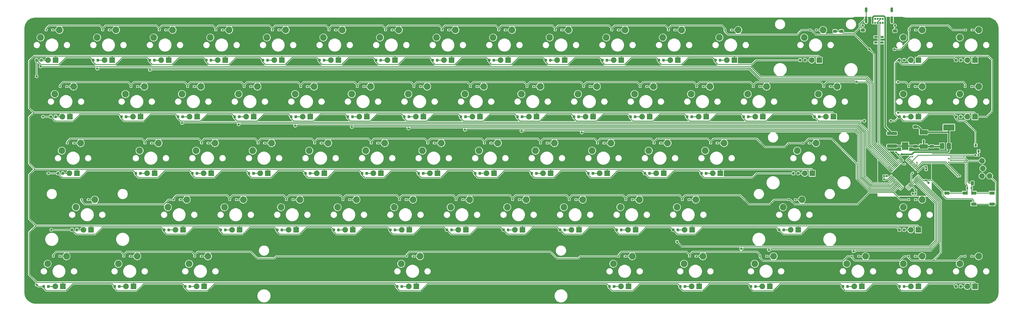
<source format=gbr>
G04 #@! TF.GenerationSoftware,KiCad,Pcbnew,(5.1.4)-1*
G04 #@! TF.CreationDate,2020-07-02T23:01:46-04:00*
G04 #@! TF.ProjectId,soph68,736f7068-3638-42e6-9b69-6361645f7063,rev?*
G04 #@! TF.SameCoordinates,Original*
G04 #@! TF.FileFunction,Copper,L2,Bot*
G04 #@! TF.FilePolarity,Positive*
%FSLAX46Y46*%
G04 Gerber Fmt 4.6, Leading zero omitted, Abs format (unit mm)*
G04 Created by KiCad (PCBNEW (5.1.4)-1) date 2020-07-02 23:01:46*
%MOMM*%
%LPD*%
G04 APERTURE LIST*
%ADD10R,1.905000X1.905000*%
%ADD11C,1.905000*%
%ADD12C,2.250000*%
%ADD13R,1.800000X1.100000*%
%ADD14C,0.100000*%
%ADD15C,0.590000*%
%ADD16R,1.500000X2.000000*%
%ADD17R,3.800000X2.000000*%
%ADD18C,0.975000*%
%ADD19C,1.125000*%
%ADD20R,2.300000X2.500000*%
%ADD21R,2.700000X1.500000*%
%ADD22O,0.900000X1.700000*%
%ADD23O,0.900000X2.400000*%
%ADD24C,0.700000*%
%ADD25C,0.300000*%
%ADD26R,1.060000X0.650000*%
%ADD27C,1.250000*%
%ADD28C,0.875000*%
%ADD29R,0.800000X0.900000*%
%ADD30C,1.879600*%
%ADD31R,0.500000X0.500000*%
%ADD32C,0.800000*%
%ADD33C,0.500000*%
%ADD34C,0.250000*%
%ADD35C,0.500000*%
%ADD36C,0.152400*%
G04 APERTURE END LIST*
D10*
X220345000Y-100330000D03*
D11*
X217805000Y-100330000D03*
D12*
X215265000Y-92710000D03*
X221615000Y-90170000D03*
D10*
X253682500Y-81280000D03*
D11*
X251142500Y-81280000D03*
D12*
X248602500Y-73660000D03*
X254952500Y-71120000D03*
D10*
X106045000Y-100330000D03*
D11*
X103505000Y-100330000D03*
D12*
X100965000Y-92710000D03*
X107315000Y-90170000D03*
D10*
X46513750Y-119380000D03*
D11*
X43973750Y-119380000D03*
D12*
X41433750Y-111760000D03*
X47783750Y-109220000D03*
D13*
X334720000Y-110689000D03*
X340920000Y-110689000D03*
X334720000Y-106989000D03*
X340920000Y-106989000D03*
X349937000Y-106989000D03*
X343737000Y-106989000D03*
X349937000Y-110689000D03*
X343737000Y-110689000D03*
D14*
G36*
X344181958Y-104963710D02*
G01*
X344196276Y-104965834D01*
X344210317Y-104969351D01*
X344223946Y-104974228D01*
X344237031Y-104980417D01*
X344249447Y-104987858D01*
X344261073Y-104996481D01*
X344271798Y-105006202D01*
X344281519Y-105016927D01*
X344290142Y-105028553D01*
X344297583Y-105040969D01*
X344303772Y-105054054D01*
X344308649Y-105067683D01*
X344312166Y-105081724D01*
X344314290Y-105096042D01*
X344315000Y-105110500D01*
X344315000Y-105455500D01*
X344314290Y-105469958D01*
X344312166Y-105484276D01*
X344308649Y-105498317D01*
X344303772Y-105511946D01*
X344297583Y-105525031D01*
X344290142Y-105537447D01*
X344281519Y-105549073D01*
X344271798Y-105559798D01*
X344261073Y-105569519D01*
X344249447Y-105578142D01*
X344237031Y-105585583D01*
X344223946Y-105591772D01*
X344210317Y-105596649D01*
X344196276Y-105600166D01*
X344181958Y-105602290D01*
X344167500Y-105603000D01*
X343872500Y-105603000D01*
X343858042Y-105602290D01*
X343843724Y-105600166D01*
X343829683Y-105596649D01*
X343816054Y-105591772D01*
X343802969Y-105585583D01*
X343790553Y-105578142D01*
X343778927Y-105569519D01*
X343768202Y-105559798D01*
X343758481Y-105549073D01*
X343749858Y-105537447D01*
X343742417Y-105525031D01*
X343736228Y-105511946D01*
X343731351Y-105498317D01*
X343727834Y-105484276D01*
X343725710Y-105469958D01*
X343725000Y-105455500D01*
X343725000Y-105110500D01*
X343725710Y-105096042D01*
X343727834Y-105081724D01*
X343731351Y-105067683D01*
X343736228Y-105054054D01*
X343742417Y-105040969D01*
X343749858Y-105028553D01*
X343758481Y-105016927D01*
X343768202Y-105006202D01*
X343778927Y-104996481D01*
X343790553Y-104987858D01*
X343802969Y-104980417D01*
X343816054Y-104974228D01*
X343829683Y-104969351D01*
X343843724Y-104965834D01*
X343858042Y-104963710D01*
X343872500Y-104963000D01*
X344167500Y-104963000D01*
X344181958Y-104963710D01*
X344181958Y-104963710D01*
G37*
D15*
X344020000Y-105283000D03*
D14*
G36*
X343211958Y-104963710D02*
G01*
X343226276Y-104965834D01*
X343240317Y-104969351D01*
X343253946Y-104974228D01*
X343267031Y-104980417D01*
X343279447Y-104987858D01*
X343291073Y-104996481D01*
X343301798Y-105006202D01*
X343311519Y-105016927D01*
X343320142Y-105028553D01*
X343327583Y-105040969D01*
X343333772Y-105054054D01*
X343338649Y-105067683D01*
X343342166Y-105081724D01*
X343344290Y-105096042D01*
X343345000Y-105110500D01*
X343345000Y-105455500D01*
X343344290Y-105469958D01*
X343342166Y-105484276D01*
X343338649Y-105498317D01*
X343333772Y-105511946D01*
X343327583Y-105525031D01*
X343320142Y-105537447D01*
X343311519Y-105549073D01*
X343301798Y-105559798D01*
X343291073Y-105569519D01*
X343279447Y-105578142D01*
X343267031Y-105585583D01*
X343253946Y-105591772D01*
X343240317Y-105596649D01*
X343226276Y-105600166D01*
X343211958Y-105602290D01*
X343197500Y-105603000D01*
X342902500Y-105603000D01*
X342888042Y-105602290D01*
X342873724Y-105600166D01*
X342859683Y-105596649D01*
X342846054Y-105591772D01*
X342832969Y-105585583D01*
X342820553Y-105578142D01*
X342808927Y-105569519D01*
X342798202Y-105559798D01*
X342788481Y-105549073D01*
X342779858Y-105537447D01*
X342772417Y-105525031D01*
X342766228Y-105511946D01*
X342761351Y-105498317D01*
X342757834Y-105484276D01*
X342755710Y-105469958D01*
X342755000Y-105455500D01*
X342755000Y-105110500D01*
X342755710Y-105096042D01*
X342757834Y-105081724D01*
X342761351Y-105067683D01*
X342766228Y-105054054D01*
X342772417Y-105040969D01*
X342779858Y-105028553D01*
X342788481Y-105016927D01*
X342798202Y-105006202D01*
X342808927Y-104996481D01*
X342820553Y-104987858D01*
X342832969Y-104980417D01*
X342846054Y-104974228D01*
X342859683Y-104969351D01*
X342873724Y-104965834D01*
X342888042Y-104963710D01*
X342902500Y-104963000D01*
X343197500Y-104963000D01*
X343211958Y-104963710D01*
X343211958Y-104963710D01*
G37*
D15*
X343050000Y-105283000D03*
D16*
X337707000Y-91161000D03*
X333107000Y-91161000D03*
X335407000Y-91161000D03*
D17*
X335407000Y-84861000D03*
D14*
G36*
X330172142Y-88873174D02*
G01*
X330195803Y-88876684D01*
X330219007Y-88882496D01*
X330241529Y-88890554D01*
X330263153Y-88900782D01*
X330283670Y-88913079D01*
X330302883Y-88927329D01*
X330320607Y-88943393D01*
X330336671Y-88961117D01*
X330350921Y-88980330D01*
X330363218Y-89000847D01*
X330373446Y-89022471D01*
X330381504Y-89044993D01*
X330387316Y-89068197D01*
X330390826Y-89091858D01*
X330392000Y-89115750D01*
X330392000Y-89603250D01*
X330390826Y-89627142D01*
X330387316Y-89650803D01*
X330381504Y-89674007D01*
X330373446Y-89696529D01*
X330363218Y-89718153D01*
X330350921Y-89738670D01*
X330336671Y-89757883D01*
X330320607Y-89775607D01*
X330302883Y-89791671D01*
X330283670Y-89805921D01*
X330263153Y-89818218D01*
X330241529Y-89828446D01*
X330219007Y-89836504D01*
X330195803Y-89842316D01*
X330172142Y-89845826D01*
X330148250Y-89847000D01*
X329235750Y-89847000D01*
X329211858Y-89845826D01*
X329188197Y-89842316D01*
X329164993Y-89836504D01*
X329142471Y-89828446D01*
X329120847Y-89818218D01*
X329100330Y-89805921D01*
X329081117Y-89791671D01*
X329063393Y-89775607D01*
X329047329Y-89757883D01*
X329033079Y-89738670D01*
X329020782Y-89718153D01*
X329010554Y-89696529D01*
X329002496Y-89674007D01*
X328996684Y-89650803D01*
X328993174Y-89627142D01*
X328992000Y-89603250D01*
X328992000Y-89115750D01*
X328993174Y-89091858D01*
X328996684Y-89068197D01*
X329002496Y-89044993D01*
X329010554Y-89022471D01*
X329020782Y-89000847D01*
X329033079Y-88980330D01*
X329047329Y-88961117D01*
X329063393Y-88943393D01*
X329081117Y-88927329D01*
X329100330Y-88913079D01*
X329120847Y-88900782D01*
X329142471Y-88890554D01*
X329164993Y-88882496D01*
X329188197Y-88876684D01*
X329211858Y-88873174D01*
X329235750Y-88872000D01*
X330148250Y-88872000D01*
X330172142Y-88873174D01*
X330172142Y-88873174D01*
G37*
D18*
X329692000Y-89359500D03*
D14*
G36*
X330172142Y-90748174D02*
G01*
X330195803Y-90751684D01*
X330219007Y-90757496D01*
X330241529Y-90765554D01*
X330263153Y-90775782D01*
X330283670Y-90788079D01*
X330302883Y-90802329D01*
X330320607Y-90818393D01*
X330336671Y-90836117D01*
X330350921Y-90855330D01*
X330363218Y-90875847D01*
X330373446Y-90897471D01*
X330381504Y-90919993D01*
X330387316Y-90943197D01*
X330390826Y-90966858D01*
X330392000Y-90990750D01*
X330392000Y-91478250D01*
X330390826Y-91502142D01*
X330387316Y-91525803D01*
X330381504Y-91549007D01*
X330373446Y-91571529D01*
X330363218Y-91593153D01*
X330350921Y-91613670D01*
X330336671Y-91632883D01*
X330320607Y-91650607D01*
X330302883Y-91666671D01*
X330283670Y-91680921D01*
X330263153Y-91693218D01*
X330241529Y-91703446D01*
X330219007Y-91711504D01*
X330195803Y-91717316D01*
X330172142Y-91720826D01*
X330148250Y-91722000D01*
X329235750Y-91722000D01*
X329211858Y-91720826D01*
X329188197Y-91717316D01*
X329164993Y-91711504D01*
X329142471Y-91703446D01*
X329120847Y-91693218D01*
X329100330Y-91680921D01*
X329081117Y-91666671D01*
X329063393Y-91650607D01*
X329047329Y-91632883D01*
X329033079Y-91613670D01*
X329020782Y-91593153D01*
X329010554Y-91571529D01*
X329002496Y-91549007D01*
X328996684Y-91525803D01*
X328993174Y-91502142D01*
X328992000Y-91478250D01*
X328992000Y-90990750D01*
X328993174Y-90966858D01*
X328996684Y-90943197D01*
X329002496Y-90919993D01*
X329010554Y-90897471D01*
X329020782Y-90875847D01*
X329033079Y-90855330D01*
X329047329Y-90836117D01*
X329063393Y-90818393D01*
X329081117Y-90802329D01*
X329100330Y-90788079D01*
X329120847Y-90775782D01*
X329142471Y-90765554D01*
X329164993Y-90757496D01*
X329188197Y-90751684D01*
X329211858Y-90748174D01*
X329235750Y-90747000D01*
X330148250Y-90747000D01*
X330172142Y-90748174D01*
X330172142Y-90748174D01*
G37*
D18*
X329692000Y-91234500D03*
D14*
G36*
X317704505Y-86328204D02*
G01*
X317728773Y-86331804D01*
X317752572Y-86337765D01*
X317775671Y-86346030D01*
X317797850Y-86356520D01*
X317818893Y-86369132D01*
X317838599Y-86383747D01*
X317856777Y-86400223D01*
X317873253Y-86418401D01*
X317887868Y-86438107D01*
X317900480Y-86459150D01*
X317910970Y-86481329D01*
X317919235Y-86504428D01*
X317925196Y-86528227D01*
X317928796Y-86552495D01*
X317930000Y-86576999D01*
X317930000Y-87202001D01*
X317928796Y-87226505D01*
X317925196Y-87250773D01*
X317919235Y-87274572D01*
X317910970Y-87297671D01*
X317900480Y-87319850D01*
X317887868Y-87340893D01*
X317873253Y-87360599D01*
X317856777Y-87378777D01*
X317838599Y-87395253D01*
X317818893Y-87409868D01*
X317797850Y-87422480D01*
X317775671Y-87432970D01*
X317752572Y-87441235D01*
X317728773Y-87447196D01*
X317704505Y-87450796D01*
X317680001Y-87452000D01*
X314779999Y-87452000D01*
X314755495Y-87450796D01*
X314731227Y-87447196D01*
X314707428Y-87441235D01*
X314684329Y-87432970D01*
X314662150Y-87422480D01*
X314641107Y-87409868D01*
X314621401Y-87395253D01*
X314603223Y-87378777D01*
X314586747Y-87360599D01*
X314572132Y-87340893D01*
X314559520Y-87319850D01*
X314549030Y-87297671D01*
X314540765Y-87274572D01*
X314534804Y-87250773D01*
X314531204Y-87226505D01*
X314530000Y-87202001D01*
X314530000Y-86576999D01*
X314531204Y-86552495D01*
X314534804Y-86528227D01*
X314540765Y-86504428D01*
X314549030Y-86481329D01*
X314559520Y-86459150D01*
X314572132Y-86438107D01*
X314586747Y-86418401D01*
X314603223Y-86400223D01*
X314621401Y-86383747D01*
X314641107Y-86369132D01*
X314662150Y-86356520D01*
X314684329Y-86346030D01*
X314707428Y-86337765D01*
X314731227Y-86331804D01*
X314755495Y-86328204D01*
X314779999Y-86327000D01*
X317680001Y-86327000D01*
X317704505Y-86328204D01*
X317704505Y-86328204D01*
G37*
D19*
X316230000Y-86889500D03*
D14*
G36*
X317704505Y-90603204D02*
G01*
X317728773Y-90606804D01*
X317752572Y-90612765D01*
X317775671Y-90621030D01*
X317797850Y-90631520D01*
X317818893Y-90644132D01*
X317838599Y-90658747D01*
X317856777Y-90675223D01*
X317873253Y-90693401D01*
X317887868Y-90713107D01*
X317900480Y-90734150D01*
X317910970Y-90756329D01*
X317919235Y-90779428D01*
X317925196Y-90803227D01*
X317928796Y-90827495D01*
X317930000Y-90851999D01*
X317930000Y-91477001D01*
X317928796Y-91501505D01*
X317925196Y-91525773D01*
X317919235Y-91549572D01*
X317910970Y-91572671D01*
X317900480Y-91594850D01*
X317887868Y-91615893D01*
X317873253Y-91635599D01*
X317856777Y-91653777D01*
X317838599Y-91670253D01*
X317818893Y-91684868D01*
X317797850Y-91697480D01*
X317775671Y-91707970D01*
X317752572Y-91716235D01*
X317728773Y-91722196D01*
X317704505Y-91725796D01*
X317680001Y-91727000D01*
X314779999Y-91727000D01*
X314755495Y-91725796D01*
X314731227Y-91722196D01*
X314707428Y-91716235D01*
X314684329Y-91707970D01*
X314662150Y-91697480D01*
X314641107Y-91684868D01*
X314621401Y-91670253D01*
X314603223Y-91653777D01*
X314586747Y-91635599D01*
X314572132Y-91615893D01*
X314559520Y-91594850D01*
X314549030Y-91572671D01*
X314540765Y-91549572D01*
X314534804Y-91525773D01*
X314531204Y-91501505D01*
X314530000Y-91477001D01*
X314530000Y-90851999D01*
X314531204Y-90827495D01*
X314534804Y-90803227D01*
X314540765Y-90779428D01*
X314549030Y-90756329D01*
X314559520Y-90734150D01*
X314572132Y-90713107D01*
X314586747Y-90693401D01*
X314603223Y-90675223D01*
X314621401Y-90658747D01*
X314641107Y-90644132D01*
X314662150Y-90631520D01*
X314684329Y-90621030D01*
X314707428Y-90612765D01*
X314731227Y-90606804D01*
X314755495Y-90603204D01*
X314779999Y-90602000D01*
X317680001Y-90602000D01*
X317704505Y-90603204D01*
X317704505Y-90603204D01*
G37*
D19*
X316230000Y-91164500D03*
D20*
X320675000Y-86877000D03*
X320675000Y-91177000D03*
D21*
X326898000Y-86500000D03*
X326898000Y-91300000D03*
D14*
G36*
X324584142Y-86049174D02*
G01*
X324607803Y-86052684D01*
X324631007Y-86058496D01*
X324653529Y-86066554D01*
X324675153Y-86076782D01*
X324695670Y-86089079D01*
X324714883Y-86103329D01*
X324732607Y-86119393D01*
X324748671Y-86137117D01*
X324762921Y-86156330D01*
X324775218Y-86176847D01*
X324785446Y-86198471D01*
X324793504Y-86220993D01*
X324799316Y-86244197D01*
X324802826Y-86267858D01*
X324804000Y-86291750D01*
X324804000Y-86779250D01*
X324802826Y-86803142D01*
X324799316Y-86826803D01*
X324793504Y-86850007D01*
X324785446Y-86872529D01*
X324775218Y-86894153D01*
X324762921Y-86914670D01*
X324748671Y-86933883D01*
X324732607Y-86951607D01*
X324714883Y-86967671D01*
X324695670Y-86981921D01*
X324675153Y-86994218D01*
X324653529Y-87004446D01*
X324631007Y-87012504D01*
X324607803Y-87018316D01*
X324584142Y-87021826D01*
X324560250Y-87023000D01*
X323647750Y-87023000D01*
X323623858Y-87021826D01*
X323600197Y-87018316D01*
X323576993Y-87012504D01*
X323554471Y-87004446D01*
X323532847Y-86994218D01*
X323512330Y-86981921D01*
X323493117Y-86967671D01*
X323475393Y-86951607D01*
X323459329Y-86933883D01*
X323445079Y-86914670D01*
X323432782Y-86894153D01*
X323422554Y-86872529D01*
X323414496Y-86850007D01*
X323408684Y-86826803D01*
X323405174Y-86803142D01*
X323404000Y-86779250D01*
X323404000Y-86291750D01*
X323405174Y-86267858D01*
X323408684Y-86244197D01*
X323414496Y-86220993D01*
X323422554Y-86198471D01*
X323432782Y-86176847D01*
X323445079Y-86156330D01*
X323459329Y-86137117D01*
X323475393Y-86119393D01*
X323493117Y-86103329D01*
X323512330Y-86089079D01*
X323532847Y-86076782D01*
X323554471Y-86066554D01*
X323576993Y-86058496D01*
X323600197Y-86052684D01*
X323623858Y-86049174D01*
X323647750Y-86048000D01*
X324560250Y-86048000D01*
X324584142Y-86049174D01*
X324584142Y-86049174D01*
G37*
D18*
X324104000Y-86535500D03*
D14*
G36*
X324584142Y-84174174D02*
G01*
X324607803Y-84177684D01*
X324631007Y-84183496D01*
X324653529Y-84191554D01*
X324675153Y-84201782D01*
X324695670Y-84214079D01*
X324714883Y-84228329D01*
X324732607Y-84244393D01*
X324748671Y-84262117D01*
X324762921Y-84281330D01*
X324775218Y-84301847D01*
X324785446Y-84323471D01*
X324793504Y-84345993D01*
X324799316Y-84369197D01*
X324802826Y-84392858D01*
X324804000Y-84416750D01*
X324804000Y-84904250D01*
X324802826Y-84928142D01*
X324799316Y-84951803D01*
X324793504Y-84975007D01*
X324785446Y-84997529D01*
X324775218Y-85019153D01*
X324762921Y-85039670D01*
X324748671Y-85058883D01*
X324732607Y-85076607D01*
X324714883Y-85092671D01*
X324695670Y-85106921D01*
X324675153Y-85119218D01*
X324653529Y-85129446D01*
X324631007Y-85137504D01*
X324607803Y-85143316D01*
X324584142Y-85146826D01*
X324560250Y-85148000D01*
X323647750Y-85148000D01*
X323623858Y-85146826D01*
X323600197Y-85143316D01*
X323576993Y-85137504D01*
X323554471Y-85129446D01*
X323532847Y-85119218D01*
X323512330Y-85106921D01*
X323493117Y-85092671D01*
X323475393Y-85076607D01*
X323459329Y-85058883D01*
X323445079Y-85039670D01*
X323432782Y-85019153D01*
X323422554Y-84997529D01*
X323414496Y-84975007D01*
X323408684Y-84951803D01*
X323405174Y-84928142D01*
X323404000Y-84904250D01*
X323404000Y-84416750D01*
X323405174Y-84392858D01*
X323408684Y-84369197D01*
X323414496Y-84345993D01*
X323422554Y-84323471D01*
X323432782Y-84301847D01*
X323445079Y-84281330D01*
X323459329Y-84262117D01*
X323475393Y-84244393D01*
X323493117Y-84228329D01*
X323512330Y-84214079D01*
X323532847Y-84201782D01*
X323554471Y-84191554D01*
X323576993Y-84183496D01*
X323600197Y-84177684D01*
X323623858Y-84174174D01*
X323647750Y-84173000D01*
X324560250Y-84173000D01*
X324584142Y-84174174D01*
X324584142Y-84174174D01*
G37*
D18*
X324104000Y-84660500D03*
D14*
G36*
X324584142Y-88873174D02*
G01*
X324607803Y-88876684D01*
X324631007Y-88882496D01*
X324653529Y-88890554D01*
X324675153Y-88900782D01*
X324695670Y-88913079D01*
X324714883Y-88927329D01*
X324732607Y-88943393D01*
X324748671Y-88961117D01*
X324762921Y-88980330D01*
X324775218Y-89000847D01*
X324785446Y-89022471D01*
X324793504Y-89044993D01*
X324799316Y-89068197D01*
X324802826Y-89091858D01*
X324804000Y-89115750D01*
X324804000Y-89603250D01*
X324802826Y-89627142D01*
X324799316Y-89650803D01*
X324793504Y-89674007D01*
X324785446Y-89696529D01*
X324775218Y-89718153D01*
X324762921Y-89738670D01*
X324748671Y-89757883D01*
X324732607Y-89775607D01*
X324714883Y-89791671D01*
X324695670Y-89805921D01*
X324675153Y-89818218D01*
X324653529Y-89828446D01*
X324631007Y-89836504D01*
X324607803Y-89842316D01*
X324584142Y-89845826D01*
X324560250Y-89847000D01*
X323647750Y-89847000D01*
X323623858Y-89845826D01*
X323600197Y-89842316D01*
X323576993Y-89836504D01*
X323554471Y-89828446D01*
X323532847Y-89818218D01*
X323512330Y-89805921D01*
X323493117Y-89791671D01*
X323475393Y-89775607D01*
X323459329Y-89757883D01*
X323445079Y-89738670D01*
X323432782Y-89718153D01*
X323422554Y-89696529D01*
X323414496Y-89674007D01*
X323408684Y-89650803D01*
X323405174Y-89627142D01*
X323404000Y-89603250D01*
X323404000Y-89115750D01*
X323405174Y-89091858D01*
X323408684Y-89068197D01*
X323414496Y-89044993D01*
X323422554Y-89022471D01*
X323432782Y-89000847D01*
X323445079Y-88980330D01*
X323459329Y-88961117D01*
X323475393Y-88943393D01*
X323493117Y-88927329D01*
X323512330Y-88913079D01*
X323532847Y-88900782D01*
X323554471Y-88890554D01*
X323576993Y-88882496D01*
X323600197Y-88876684D01*
X323623858Y-88873174D01*
X323647750Y-88872000D01*
X324560250Y-88872000D01*
X324584142Y-88873174D01*
X324584142Y-88873174D01*
G37*
D18*
X324104000Y-89359500D03*
D14*
G36*
X324584142Y-90748174D02*
G01*
X324607803Y-90751684D01*
X324631007Y-90757496D01*
X324653529Y-90765554D01*
X324675153Y-90775782D01*
X324695670Y-90788079D01*
X324714883Y-90802329D01*
X324732607Y-90818393D01*
X324748671Y-90836117D01*
X324762921Y-90855330D01*
X324775218Y-90875847D01*
X324785446Y-90897471D01*
X324793504Y-90919993D01*
X324799316Y-90943197D01*
X324802826Y-90966858D01*
X324804000Y-90990750D01*
X324804000Y-91478250D01*
X324802826Y-91502142D01*
X324799316Y-91525803D01*
X324793504Y-91549007D01*
X324785446Y-91571529D01*
X324775218Y-91593153D01*
X324762921Y-91613670D01*
X324748671Y-91632883D01*
X324732607Y-91650607D01*
X324714883Y-91666671D01*
X324695670Y-91680921D01*
X324675153Y-91693218D01*
X324653529Y-91703446D01*
X324631007Y-91711504D01*
X324607803Y-91717316D01*
X324584142Y-91720826D01*
X324560250Y-91722000D01*
X323647750Y-91722000D01*
X323623858Y-91720826D01*
X323600197Y-91717316D01*
X323576993Y-91711504D01*
X323554471Y-91703446D01*
X323532847Y-91693218D01*
X323512330Y-91680921D01*
X323493117Y-91666671D01*
X323475393Y-91650607D01*
X323459329Y-91632883D01*
X323445079Y-91613670D01*
X323432782Y-91593153D01*
X323422554Y-91571529D01*
X323414496Y-91549007D01*
X323408684Y-91525803D01*
X323405174Y-91502142D01*
X323404000Y-91478250D01*
X323404000Y-90990750D01*
X323405174Y-90966858D01*
X323408684Y-90943197D01*
X323414496Y-90919993D01*
X323422554Y-90897471D01*
X323432782Y-90875847D01*
X323445079Y-90855330D01*
X323459329Y-90836117D01*
X323475393Y-90818393D01*
X323493117Y-90802329D01*
X323512330Y-90788079D01*
X323532847Y-90775782D01*
X323554471Y-90765554D01*
X323576993Y-90757496D01*
X323600197Y-90751684D01*
X323623858Y-90748174D01*
X323647750Y-90747000D01*
X324560250Y-90747000D01*
X324584142Y-90748174D01*
X324584142Y-90748174D01*
G37*
D18*
X324104000Y-91234500D03*
D14*
G36*
X299692142Y-52013174D02*
G01*
X299715803Y-52016684D01*
X299739007Y-52022496D01*
X299761529Y-52030554D01*
X299783153Y-52040782D01*
X299803670Y-52053079D01*
X299822883Y-52067329D01*
X299840607Y-52083393D01*
X299856671Y-52101117D01*
X299870921Y-52120330D01*
X299883218Y-52140847D01*
X299893446Y-52162471D01*
X299901504Y-52184993D01*
X299907316Y-52208197D01*
X299910826Y-52231858D01*
X299912000Y-52255750D01*
X299912000Y-52743250D01*
X299910826Y-52767142D01*
X299907316Y-52790803D01*
X299901504Y-52814007D01*
X299893446Y-52836529D01*
X299883218Y-52858153D01*
X299870921Y-52878670D01*
X299856671Y-52897883D01*
X299840607Y-52915607D01*
X299822883Y-52931671D01*
X299803670Y-52945921D01*
X299783153Y-52958218D01*
X299761529Y-52968446D01*
X299739007Y-52976504D01*
X299715803Y-52982316D01*
X299692142Y-52985826D01*
X299668250Y-52987000D01*
X298755750Y-52987000D01*
X298731858Y-52985826D01*
X298708197Y-52982316D01*
X298684993Y-52976504D01*
X298662471Y-52968446D01*
X298640847Y-52958218D01*
X298620330Y-52945921D01*
X298601117Y-52931671D01*
X298583393Y-52915607D01*
X298567329Y-52897883D01*
X298553079Y-52878670D01*
X298540782Y-52858153D01*
X298530554Y-52836529D01*
X298522496Y-52814007D01*
X298516684Y-52790803D01*
X298513174Y-52767142D01*
X298512000Y-52743250D01*
X298512000Y-52255750D01*
X298513174Y-52231858D01*
X298516684Y-52208197D01*
X298522496Y-52184993D01*
X298530554Y-52162471D01*
X298540782Y-52140847D01*
X298553079Y-52120330D01*
X298567329Y-52101117D01*
X298583393Y-52083393D01*
X298601117Y-52067329D01*
X298620330Y-52053079D01*
X298640847Y-52040782D01*
X298662471Y-52030554D01*
X298684993Y-52022496D01*
X298708197Y-52016684D01*
X298731858Y-52013174D01*
X298755750Y-52012000D01*
X299668250Y-52012000D01*
X299692142Y-52013174D01*
X299692142Y-52013174D01*
G37*
D18*
X299212000Y-52499500D03*
D14*
G36*
X299692142Y-50138174D02*
G01*
X299715803Y-50141684D01*
X299739007Y-50147496D01*
X299761529Y-50155554D01*
X299783153Y-50165782D01*
X299803670Y-50178079D01*
X299822883Y-50192329D01*
X299840607Y-50208393D01*
X299856671Y-50226117D01*
X299870921Y-50245330D01*
X299883218Y-50265847D01*
X299893446Y-50287471D01*
X299901504Y-50309993D01*
X299907316Y-50333197D01*
X299910826Y-50356858D01*
X299912000Y-50380750D01*
X299912000Y-50868250D01*
X299910826Y-50892142D01*
X299907316Y-50915803D01*
X299901504Y-50939007D01*
X299893446Y-50961529D01*
X299883218Y-50983153D01*
X299870921Y-51003670D01*
X299856671Y-51022883D01*
X299840607Y-51040607D01*
X299822883Y-51056671D01*
X299803670Y-51070921D01*
X299783153Y-51083218D01*
X299761529Y-51093446D01*
X299739007Y-51101504D01*
X299715803Y-51107316D01*
X299692142Y-51110826D01*
X299668250Y-51112000D01*
X298755750Y-51112000D01*
X298731858Y-51110826D01*
X298708197Y-51107316D01*
X298684993Y-51101504D01*
X298662471Y-51093446D01*
X298640847Y-51083218D01*
X298620330Y-51070921D01*
X298601117Y-51056671D01*
X298583393Y-51040607D01*
X298567329Y-51022883D01*
X298553079Y-51003670D01*
X298540782Y-50983153D01*
X298530554Y-50961529D01*
X298522496Y-50939007D01*
X298516684Y-50915803D01*
X298513174Y-50892142D01*
X298512000Y-50868250D01*
X298512000Y-50380750D01*
X298513174Y-50356858D01*
X298516684Y-50333197D01*
X298522496Y-50309993D01*
X298530554Y-50287471D01*
X298540782Y-50265847D01*
X298553079Y-50245330D01*
X298567329Y-50226117D01*
X298583393Y-50208393D01*
X298601117Y-50192329D01*
X298620330Y-50178079D01*
X298640847Y-50165782D01*
X298662471Y-50155554D01*
X298684993Y-50147496D01*
X298708197Y-50141684D01*
X298731858Y-50138174D01*
X298755750Y-50137000D01*
X299668250Y-50137000D01*
X299692142Y-50138174D01*
X299692142Y-50138174D01*
G37*
D18*
X299212000Y-50624500D03*
D14*
G36*
X297533142Y-52013174D02*
G01*
X297556803Y-52016684D01*
X297580007Y-52022496D01*
X297602529Y-52030554D01*
X297624153Y-52040782D01*
X297644670Y-52053079D01*
X297663883Y-52067329D01*
X297681607Y-52083393D01*
X297697671Y-52101117D01*
X297711921Y-52120330D01*
X297724218Y-52140847D01*
X297734446Y-52162471D01*
X297742504Y-52184993D01*
X297748316Y-52208197D01*
X297751826Y-52231858D01*
X297753000Y-52255750D01*
X297753000Y-52743250D01*
X297751826Y-52767142D01*
X297748316Y-52790803D01*
X297742504Y-52814007D01*
X297734446Y-52836529D01*
X297724218Y-52858153D01*
X297711921Y-52878670D01*
X297697671Y-52897883D01*
X297681607Y-52915607D01*
X297663883Y-52931671D01*
X297644670Y-52945921D01*
X297624153Y-52958218D01*
X297602529Y-52968446D01*
X297580007Y-52976504D01*
X297556803Y-52982316D01*
X297533142Y-52985826D01*
X297509250Y-52987000D01*
X296596750Y-52987000D01*
X296572858Y-52985826D01*
X296549197Y-52982316D01*
X296525993Y-52976504D01*
X296503471Y-52968446D01*
X296481847Y-52958218D01*
X296461330Y-52945921D01*
X296442117Y-52931671D01*
X296424393Y-52915607D01*
X296408329Y-52897883D01*
X296394079Y-52878670D01*
X296381782Y-52858153D01*
X296371554Y-52836529D01*
X296363496Y-52814007D01*
X296357684Y-52790803D01*
X296354174Y-52767142D01*
X296353000Y-52743250D01*
X296353000Y-52255750D01*
X296354174Y-52231858D01*
X296357684Y-52208197D01*
X296363496Y-52184993D01*
X296371554Y-52162471D01*
X296381782Y-52140847D01*
X296394079Y-52120330D01*
X296408329Y-52101117D01*
X296424393Y-52083393D01*
X296442117Y-52067329D01*
X296461330Y-52053079D01*
X296481847Y-52040782D01*
X296503471Y-52030554D01*
X296525993Y-52022496D01*
X296549197Y-52016684D01*
X296572858Y-52013174D01*
X296596750Y-52012000D01*
X297509250Y-52012000D01*
X297533142Y-52013174D01*
X297533142Y-52013174D01*
G37*
D18*
X297053000Y-52499500D03*
D14*
G36*
X297533142Y-50138174D02*
G01*
X297556803Y-50141684D01*
X297580007Y-50147496D01*
X297602529Y-50155554D01*
X297624153Y-50165782D01*
X297644670Y-50178079D01*
X297663883Y-50192329D01*
X297681607Y-50208393D01*
X297697671Y-50226117D01*
X297711921Y-50245330D01*
X297724218Y-50265847D01*
X297734446Y-50287471D01*
X297742504Y-50309993D01*
X297748316Y-50333197D01*
X297751826Y-50356858D01*
X297753000Y-50380750D01*
X297753000Y-50868250D01*
X297751826Y-50892142D01*
X297748316Y-50915803D01*
X297742504Y-50939007D01*
X297734446Y-50961529D01*
X297724218Y-50983153D01*
X297711921Y-51003670D01*
X297697671Y-51022883D01*
X297681607Y-51040607D01*
X297663883Y-51056671D01*
X297644670Y-51070921D01*
X297624153Y-51083218D01*
X297602529Y-51093446D01*
X297580007Y-51101504D01*
X297556803Y-51107316D01*
X297533142Y-51110826D01*
X297509250Y-51112000D01*
X296596750Y-51112000D01*
X296572858Y-51110826D01*
X296549197Y-51107316D01*
X296525993Y-51101504D01*
X296503471Y-51093446D01*
X296481847Y-51083218D01*
X296461330Y-51070921D01*
X296442117Y-51056671D01*
X296424393Y-51040607D01*
X296408329Y-51022883D01*
X296394079Y-51003670D01*
X296381782Y-50983153D01*
X296371554Y-50961529D01*
X296363496Y-50939007D01*
X296357684Y-50915803D01*
X296354174Y-50892142D01*
X296353000Y-50868250D01*
X296353000Y-50380750D01*
X296354174Y-50356858D01*
X296357684Y-50333197D01*
X296363496Y-50309993D01*
X296371554Y-50287471D01*
X296381782Y-50265847D01*
X296394079Y-50245330D01*
X296408329Y-50226117D01*
X296424393Y-50208393D01*
X296442117Y-50192329D01*
X296461330Y-50178079D01*
X296481847Y-50165782D01*
X296503471Y-50155554D01*
X296525993Y-50147496D01*
X296549197Y-50141684D01*
X296572858Y-50138174D01*
X296596750Y-50137000D01*
X297509250Y-50137000D01*
X297533142Y-50138174D01*
X297533142Y-50138174D01*
G37*
D18*
X297053000Y-50624500D03*
D22*
X307533000Y-45297000D03*
X316183000Y-45297000D03*
D23*
X307533000Y-48677000D03*
X316183000Y-48677000D03*
D24*
X311433000Y-48307000D03*
X308883000Y-48307000D03*
X309733000Y-48307000D03*
X310583000Y-48307000D03*
X314833000Y-48307000D03*
X313133000Y-48307000D03*
X312283000Y-48307000D03*
X313983000Y-48307000D03*
X308883000Y-49657000D03*
X309733000Y-49657000D03*
X310583000Y-49657000D03*
X311433000Y-49657000D03*
X312283000Y-49657000D03*
X313133000Y-49657000D03*
X313983000Y-49657000D03*
X314833000Y-49657000D03*
D10*
X284638750Y-119380000D03*
D11*
X282098750Y-119380000D03*
D12*
X279558750Y-111760000D03*
X285908750Y-109220000D03*
D10*
X289401250Y-100330000D03*
D11*
X286861250Y-100330000D03*
D12*
X284321250Y-92710000D03*
X290671250Y-90170000D03*
D10*
X82232500Y-81280000D03*
D11*
X79692500Y-81280000D03*
D12*
X77152500Y-73660000D03*
X83502500Y-71120000D03*
D10*
X196532500Y-81280000D03*
D11*
X193992500Y-81280000D03*
D12*
X191452500Y-73660000D03*
X197802500Y-71120000D03*
D14*
G36*
X325858652Y-98862082D02*
G01*
X325865933Y-98863162D01*
X325873072Y-98864950D01*
X325880002Y-98867430D01*
X325886656Y-98870577D01*
X325892969Y-98874361D01*
X325898880Y-98878745D01*
X325904334Y-98883688D01*
X326010400Y-98989754D01*
X326015343Y-98995208D01*
X326019727Y-99001119D01*
X326023511Y-99007432D01*
X326026658Y-99014086D01*
X326029138Y-99021016D01*
X326030926Y-99028155D01*
X326032006Y-99035436D01*
X326032367Y-99042787D01*
X326032006Y-99050138D01*
X326030926Y-99057419D01*
X326029138Y-99064558D01*
X326026658Y-99071488D01*
X326023511Y-99078142D01*
X326019727Y-99084455D01*
X326015343Y-99090366D01*
X326010400Y-99095820D01*
X325073484Y-100032736D01*
X325068030Y-100037679D01*
X325062119Y-100042063D01*
X325055806Y-100045847D01*
X325049152Y-100048994D01*
X325042222Y-100051474D01*
X325035083Y-100053262D01*
X325027802Y-100054342D01*
X325020451Y-100054703D01*
X325013100Y-100054342D01*
X325005819Y-100053262D01*
X324998680Y-100051474D01*
X324991750Y-100048994D01*
X324985096Y-100045847D01*
X324978783Y-100042063D01*
X324972872Y-100037679D01*
X324967418Y-100032736D01*
X324861352Y-99926670D01*
X324856409Y-99921216D01*
X324852025Y-99915305D01*
X324848241Y-99908992D01*
X324845094Y-99902338D01*
X324842614Y-99895408D01*
X324840826Y-99888269D01*
X324839746Y-99880988D01*
X324839385Y-99873637D01*
X324839746Y-99866286D01*
X324840826Y-99859005D01*
X324842614Y-99851866D01*
X324845094Y-99844936D01*
X324848241Y-99838282D01*
X324852025Y-99831969D01*
X324856409Y-99826058D01*
X324861352Y-99820604D01*
X325798268Y-98883688D01*
X325803722Y-98878745D01*
X325809633Y-98874361D01*
X325815946Y-98870577D01*
X325822600Y-98867430D01*
X325829530Y-98864950D01*
X325836669Y-98863162D01*
X325843950Y-98862082D01*
X325851301Y-98861721D01*
X325858652Y-98862082D01*
X325858652Y-98862082D01*
G37*
D25*
X325435876Y-99458212D03*
D14*
G36*
X325505098Y-98508528D02*
G01*
X325512379Y-98509608D01*
X325519518Y-98511396D01*
X325526448Y-98513876D01*
X325533102Y-98517023D01*
X325539415Y-98520807D01*
X325545326Y-98525191D01*
X325550780Y-98530134D01*
X325656846Y-98636200D01*
X325661789Y-98641654D01*
X325666173Y-98647565D01*
X325669957Y-98653878D01*
X325673104Y-98660532D01*
X325675584Y-98667462D01*
X325677372Y-98674601D01*
X325678452Y-98681882D01*
X325678813Y-98689233D01*
X325678452Y-98696584D01*
X325677372Y-98703865D01*
X325675584Y-98711004D01*
X325673104Y-98717934D01*
X325669957Y-98724588D01*
X325666173Y-98730901D01*
X325661789Y-98736812D01*
X325656846Y-98742266D01*
X324719930Y-99679182D01*
X324714476Y-99684125D01*
X324708565Y-99688509D01*
X324702252Y-99692293D01*
X324695598Y-99695440D01*
X324688668Y-99697920D01*
X324681529Y-99699708D01*
X324674248Y-99700788D01*
X324666897Y-99701149D01*
X324659546Y-99700788D01*
X324652265Y-99699708D01*
X324645126Y-99697920D01*
X324638196Y-99695440D01*
X324631542Y-99692293D01*
X324625229Y-99688509D01*
X324619318Y-99684125D01*
X324613864Y-99679182D01*
X324507798Y-99573116D01*
X324502855Y-99567662D01*
X324498471Y-99561751D01*
X324494687Y-99555438D01*
X324491540Y-99548784D01*
X324489060Y-99541854D01*
X324487272Y-99534715D01*
X324486192Y-99527434D01*
X324485831Y-99520083D01*
X324486192Y-99512732D01*
X324487272Y-99505451D01*
X324489060Y-99498312D01*
X324491540Y-99491382D01*
X324494687Y-99484728D01*
X324498471Y-99478415D01*
X324502855Y-99472504D01*
X324507798Y-99467050D01*
X325444714Y-98530134D01*
X325450168Y-98525191D01*
X325456079Y-98520807D01*
X325462392Y-98517023D01*
X325469046Y-98513876D01*
X325475976Y-98511396D01*
X325483115Y-98509608D01*
X325490396Y-98508528D01*
X325497747Y-98508167D01*
X325505098Y-98508528D01*
X325505098Y-98508528D01*
G37*
D25*
X325082322Y-99104658D03*
D14*
G36*
X325151545Y-98154975D02*
G01*
X325158826Y-98156055D01*
X325165965Y-98157843D01*
X325172895Y-98160323D01*
X325179549Y-98163470D01*
X325185862Y-98167254D01*
X325191773Y-98171638D01*
X325197227Y-98176581D01*
X325303293Y-98282647D01*
X325308236Y-98288101D01*
X325312620Y-98294012D01*
X325316404Y-98300325D01*
X325319551Y-98306979D01*
X325322031Y-98313909D01*
X325323819Y-98321048D01*
X325324899Y-98328329D01*
X325325260Y-98335680D01*
X325324899Y-98343031D01*
X325323819Y-98350312D01*
X325322031Y-98357451D01*
X325319551Y-98364381D01*
X325316404Y-98371035D01*
X325312620Y-98377348D01*
X325308236Y-98383259D01*
X325303293Y-98388713D01*
X324366377Y-99325629D01*
X324360923Y-99330572D01*
X324355012Y-99334956D01*
X324348699Y-99338740D01*
X324342045Y-99341887D01*
X324335115Y-99344367D01*
X324327976Y-99346155D01*
X324320695Y-99347235D01*
X324313344Y-99347596D01*
X324305993Y-99347235D01*
X324298712Y-99346155D01*
X324291573Y-99344367D01*
X324284643Y-99341887D01*
X324277989Y-99338740D01*
X324271676Y-99334956D01*
X324265765Y-99330572D01*
X324260311Y-99325629D01*
X324154245Y-99219563D01*
X324149302Y-99214109D01*
X324144918Y-99208198D01*
X324141134Y-99201885D01*
X324137987Y-99195231D01*
X324135507Y-99188301D01*
X324133719Y-99181162D01*
X324132639Y-99173881D01*
X324132278Y-99166530D01*
X324132639Y-99159179D01*
X324133719Y-99151898D01*
X324135507Y-99144759D01*
X324137987Y-99137829D01*
X324141134Y-99131175D01*
X324144918Y-99124862D01*
X324149302Y-99118951D01*
X324154245Y-99113497D01*
X325091161Y-98176581D01*
X325096615Y-98171638D01*
X325102526Y-98167254D01*
X325108839Y-98163470D01*
X325115493Y-98160323D01*
X325122423Y-98157843D01*
X325129562Y-98156055D01*
X325136843Y-98154975D01*
X325144194Y-98154614D01*
X325151545Y-98154975D01*
X325151545Y-98154975D01*
G37*
D25*
X324728769Y-98751105D03*
D14*
G36*
X324797991Y-97801421D02*
G01*
X324805272Y-97802501D01*
X324812411Y-97804289D01*
X324819341Y-97806769D01*
X324825995Y-97809916D01*
X324832308Y-97813700D01*
X324838219Y-97818084D01*
X324843673Y-97823027D01*
X324949739Y-97929093D01*
X324954682Y-97934547D01*
X324959066Y-97940458D01*
X324962850Y-97946771D01*
X324965997Y-97953425D01*
X324968477Y-97960355D01*
X324970265Y-97967494D01*
X324971345Y-97974775D01*
X324971706Y-97982126D01*
X324971345Y-97989477D01*
X324970265Y-97996758D01*
X324968477Y-98003897D01*
X324965997Y-98010827D01*
X324962850Y-98017481D01*
X324959066Y-98023794D01*
X324954682Y-98029705D01*
X324949739Y-98035159D01*
X324012823Y-98972075D01*
X324007369Y-98977018D01*
X324001458Y-98981402D01*
X323995145Y-98985186D01*
X323988491Y-98988333D01*
X323981561Y-98990813D01*
X323974422Y-98992601D01*
X323967141Y-98993681D01*
X323959790Y-98994042D01*
X323952439Y-98993681D01*
X323945158Y-98992601D01*
X323938019Y-98990813D01*
X323931089Y-98988333D01*
X323924435Y-98985186D01*
X323918122Y-98981402D01*
X323912211Y-98977018D01*
X323906757Y-98972075D01*
X323800691Y-98866009D01*
X323795748Y-98860555D01*
X323791364Y-98854644D01*
X323787580Y-98848331D01*
X323784433Y-98841677D01*
X323781953Y-98834747D01*
X323780165Y-98827608D01*
X323779085Y-98820327D01*
X323778724Y-98812976D01*
X323779085Y-98805625D01*
X323780165Y-98798344D01*
X323781953Y-98791205D01*
X323784433Y-98784275D01*
X323787580Y-98777621D01*
X323791364Y-98771308D01*
X323795748Y-98765397D01*
X323800691Y-98759943D01*
X324737607Y-97823027D01*
X324743061Y-97818084D01*
X324748972Y-97813700D01*
X324755285Y-97809916D01*
X324761939Y-97806769D01*
X324768869Y-97804289D01*
X324776008Y-97802501D01*
X324783289Y-97801421D01*
X324790640Y-97801060D01*
X324797991Y-97801421D01*
X324797991Y-97801421D01*
G37*
D25*
X324375215Y-98397551D03*
D14*
G36*
X324444438Y-97447868D02*
G01*
X324451719Y-97448948D01*
X324458858Y-97450736D01*
X324465788Y-97453216D01*
X324472442Y-97456363D01*
X324478755Y-97460147D01*
X324484666Y-97464531D01*
X324490120Y-97469474D01*
X324596186Y-97575540D01*
X324601129Y-97580994D01*
X324605513Y-97586905D01*
X324609297Y-97593218D01*
X324612444Y-97599872D01*
X324614924Y-97606802D01*
X324616712Y-97613941D01*
X324617792Y-97621222D01*
X324618153Y-97628573D01*
X324617792Y-97635924D01*
X324616712Y-97643205D01*
X324614924Y-97650344D01*
X324612444Y-97657274D01*
X324609297Y-97663928D01*
X324605513Y-97670241D01*
X324601129Y-97676152D01*
X324596186Y-97681606D01*
X323659270Y-98618522D01*
X323653816Y-98623465D01*
X323647905Y-98627849D01*
X323641592Y-98631633D01*
X323634938Y-98634780D01*
X323628008Y-98637260D01*
X323620869Y-98639048D01*
X323613588Y-98640128D01*
X323606237Y-98640489D01*
X323598886Y-98640128D01*
X323591605Y-98639048D01*
X323584466Y-98637260D01*
X323577536Y-98634780D01*
X323570882Y-98631633D01*
X323564569Y-98627849D01*
X323558658Y-98623465D01*
X323553204Y-98618522D01*
X323447138Y-98512456D01*
X323442195Y-98507002D01*
X323437811Y-98501091D01*
X323434027Y-98494778D01*
X323430880Y-98488124D01*
X323428400Y-98481194D01*
X323426612Y-98474055D01*
X323425532Y-98466774D01*
X323425171Y-98459423D01*
X323425532Y-98452072D01*
X323426612Y-98444791D01*
X323428400Y-98437652D01*
X323430880Y-98430722D01*
X323434027Y-98424068D01*
X323437811Y-98417755D01*
X323442195Y-98411844D01*
X323447138Y-98406390D01*
X324384054Y-97469474D01*
X324389508Y-97464531D01*
X324395419Y-97460147D01*
X324401732Y-97456363D01*
X324408386Y-97453216D01*
X324415316Y-97450736D01*
X324422455Y-97448948D01*
X324429736Y-97447868D01*
X324437087Y-97447507D01*
X324444438Y-97447868D01*
X324444438Y-97447868D01*
G37*
D25*
X324021662Y-98043998D03*
D14*
G36*
X324090885Y-97094315D02*
G01*
X324098166Y-97095395D01*
X324105305Y-97097183D01*
X324112235Y-97099663D01*
X324118889Y-97102810D01*
X324125202Y-97106594D01*
X324131113Y-97110978D01*
X324136567Y-97115921D01*
X324242633Y-97221987D01*
X324247576Y-97227441D01*
X324251960Y-97233352D01*
X324255744Y-97239665D01*
X324258891Y-97246319D01*
X324261371Y-97253249D01*
X324263159Y-97260388D01*
X324264239Y-97267669D01*
X324264600Y-97275020D01*
X324264239Y-97282371D01*
X324263159Y-97289652D01*
X324261371Y-97296791D01*
X324258891Y-97303721D01*
X324255744Y-97310375D01*
X324251960Y-97316688D01*
X324247576Y-97322599D01*
X324242633Y-97328053D01*
X323305717Y-98264969D01*
X323300263Y-98269912D01*
X323294352Y-98274296D01*
X323288039Y-98278080D01*
X323281385Y-98281227D01*
X323274455Y-98283707D01*
X323267316Y-98285495D01*
X323260035Y-98286575D01*
X323252684Y-98286936D01*
X323245333Y-98286575D01*
X323238052Y-98285495D01*
X323230913Y-98283707D01*
X323223983Y-98281227D01*
X323217329Y-98278080D01*
X323211016Y-98274296D01*
X323205105Y-98269912D01*
X323199651Y-98264969D01*
X323093585Y-98158903D01*
X323088642Y-98153449D01*
X323084258Y-98147538D01*
X323080474Y-98141225D01*
X323077327Y-98134571D01*
X323074847Y-98127641D01*
X323073059Y-98120502D01*
X323071979Y-98113221D01*
X323071618Y-98105870D01*
X323071979Y-98098519D01*
X323073059Y-98091238D01*
X323074847Y-98084099D01*
X323077327Y-98077169D01*
X323080474Y-98070515D01*
X323084258Y-98064202D01*
X323088642Y-98058291D01*
X323093585Y-98052837D01*
X324030501Y-97115921D01*
X324035955Y-97110978D01*
X324041866Y-97106594D01*
X324048179Y-97102810D01*
X324054833Y-97099663D01*
X324061763Y-97097183D01*
X324068902Y-97095395D01*
X324076183Y-97094315D01*
X324083534Y-97093954D01*
X324090885Y-97094315D01*
X324090885Y-97094315D01*
G37*
D25*
X323668109Y-97690445D03*
D14*
G36*
X323737331Y-96740761D02*
G01*
X323744612Y-96741841D01*
X323751751Y-96743629D01*
X323758681Y-96746109D01*
X323765335Y-96749256D01*
X323771648Y-96753040D01*
X323777559Y-96757424D01*
X323783013Y-96762367D01*
X323889079Y-96868433D01*
X323894022Y-96873887D01*
X323898406Y-96879798D01*
X323902190Y-96886111D01*
X323905337Y-96892765D01*
X323907817Y-96899695D01*
X323909605Y-96906834D01*
X323910685Y-96914115D01*
X323911046Y-96921466D01*
X323910685Y-96928817D01*
X323909605Y-96936098D01*
X323907817Y-96943237D01*
X323905337Y-96950167D01*
X323902190Y-96956821D01*
X323898406Y-96963134D01*
X323894022Y-96969045D01*
X323889079Y-96974499D01*
X322952163Y-97911415D01*
X322946709Y-97916358D01*
X322940798Y-97920742D01*
X322934485Y-97924526D01*
X322927831Y-97927673D01*
X322920901Y-97930153D01*
X322913762Y-97931941D01*
X322906481Y-97933021D01*
X322899130Y-97933382D01*
X322891779Y-97933021D01*
X322884498Y-97931941D01*
X322877359Y-97930153D01*
X322870429Y-97927673D01*
X322863775Y-97924526D01*
X322857462Y-97920742D01*
X322851551Y-97916358D01*
X322846097Y-97911415D01*
X322740031Y-97805349D01*
X322735088Y-97799895D01*
X322730704Y-97793984D01*
X322726920Y-97787671D01*
X322723773Y-97781017D01*
X322721293Y-97774087D01*
X322719505Y-97766948D01*
X322718425Y-97759667D01*
X322718064Y-97752316D01*
X322718425Y-97744965D01*
X322719505Y-97737684D01*
X322721293Y-97730545D01*
X322723773Y-97723615D01*
X322726920Y-97716961D01*
X322730704Y-97710648D01*
X322735088Y-97704737D01*
X322740031Y-97699283D01*
X323676947Y-96762367D01*
X323682401Y-96757424D01*
X323688312Y-96753040D01*
X323694625Y-96749256D01*
X323701279Y-96746109D01*
X323708209Y-96743629D01*
X323715348Y-96741841D01*
X323722629Y-96740761D01*
X323729980Y-96740400D01*
X323737331Y-96740761D01*
X323737331Y-96740761D01*
G37*
D25*
X323314555Y-97336891D03*
D14*
G36*
X323383778Y-96387208D02*
G01*
X323391059Y-96388288D01*
X323398198Y-96390076D01*
X323405128Y-96392556D01*
X323411782Y-96395703D01*
X323418095Y-96399487D01*
X323424006Y-96403871D01*
X323429460Y-96408814D01*
X323535526Y-96514880D01*
X323540469Y-96520334D01*
X323544853Y-96526245D01*
X323548637Y-96532558D01*
X323551784Y-96539212D01*
X323554264Y-96546142D01*
X323556052Y-96553281D01*
X323557132Y-96560562D01*
X323557493Y-96567913D01*
X323557132Y-96575264D01*
X323556052Y-96582545D01*
X323554264Y-96589684D01*
X323551784Y-96596614D01*
X323548637Y-96603268D01*
X323544853Y-96609581D01*
X323540469Y-96615492D01*
X323535526Y-96620946D01*
X322598610Y-97557862D01*
X322593156Y-97562805D01*
X322587245Y-97567189D01*
X322580932Y-97570973D01*
X322574278Y-97574120D01*
X322567348Y-97576600D01*
X322560209Y-97578388D01*
X322552928Y-97579468D01*
X322545577Y-97579829D01*
X322538226Y-97579468D01*
X322530945Y-97578388D01*
X322523806Y-97576600D01*
X322516876Y-97574120D01*
X322510222Y-97570973D01*
X322503909Y-97567189D01*
X322497998Y-97562805D01*
X322492544Y-97557862D01*
X322386478Y-97451796D01*
X322381535Y-97446342D01*
X322377151Y-97440431D01*
X322373367Y-97434118D01*
X322370220Y-97427464D01*
X322367740Y-97420534D01*
X322365952Y-97413395D01*
X322364872Y-97406114D01*
X322364511Y-97398763D01*
X322364872Y-97391412D01*
X322365952Y-97384131D01*
X322367740Y-97376992D01*
X322370220Y-97370062D01*
X322373367Y-97363408D01*
X322377151Y-97357095D01*
X322381535Y-97351184D01*
X322386478Y-97345730D01*
X323323394Y-96408814D01*
X323328848Y-96403871D01*
X323334759Y-96399487D01*
X323341072Y-96395703D01*
X323347726Y-96392556D01*
X323354656Y-96390076D01*
X323361795Y-96388288D01*
X323369076Y-96387208D01*
X323376427Y-96386847D01*
X323383778Y-96387208D01*
X323383778Y-96387208D01*
G37*
D25*
X322961002Y-96983338D03*
D14*
G36*
X323030225Y-96033655D02*
G01*
X323037506Y-96034735D01*
X323044645Y-96036523D01*
X323051575Y-96039003D01*
X323058229Y-96042150D01*
X323064542Y-96045934D01*
X323070453Y-96050318D01*
X323075907Y-96055261D01*
X323181973Y-96161327D01*
X323186916Y-96166781D01*
X323191300Y-96172692D01*
X323195084Y-96179005D01*
X323198231Y-96185659D01*
X323200711Y-96192589D01*
X323202499Y-96199728D01*
X323203579Y-96207009D01*
X323203940Y-96214360D01*
X323203579Y-96221711D01*
X323202499Y-96228992D01*
X323200711Y-96236131D01*
X323198231Y-96243061D01*
X323195084Y-96249715D01*
X323191300Y-96256028D01*
X323186916Y-96261939D01*
X323181973Y-96267393D01*
X322245057Y-97204309D01*
X322239603Y-97209252D01*
X322233692Y-97213636D01*
X322227379Y-97217420D01*
X322220725Y-97220567D01*
X322213795Y-97223047D01*
X322206656Y-97224835D01*
X322199375Y-97225915D01*
X322192024Y-97226276D01*
X322184673Y-97225915D01*
X322177392Y-97224835D01*
X322170253Y-97223047D01*
X322163323Y-97220567D01*
X322156669Y-97217420D01*
X322150356Y-97213636D01*
X322144445Y-97209252D01*
X322138991Y-97204309D01*
X322032925Y-97098243D01*
X322027982Y-97092789D01*
X322023598Y-97086878D01*
X322019814Y-97080565D01*
X322016667Y-97073911D01*
X322014187Y-97066981D01*
X322012399Y-97059842D01*
X322011319Y-97052561D01*
X322010958Y-97045210D01*
X322011319Y-97037859D01*
X322012399Y-97030578D01*
X322014187Y-97023439D01*
X322016667Y-97016509D01*
X322019814Y-97009855D01*
X322023598Y-97003542D01*
X322027982Y-96997631D01*
X322032925Y-96992177D01*
X322969841Y-96055261D01*
X322975295Y-96050318D01*
X322981206Y-96045934D01*
X322987519Y-96042150D01*
X322994173Y-96039003D01*
X323001103Y-96036523D01*
X323008242Y-96034735D01*
X323015523Y-96033655D01*
X323022874Y-96033294D01*
X323030225Y-96033655D01*
X323030225Y-96033655D01*
G37*
D25*
X322607449Y-96629785D03*
D14*
G36*
X322676671Y-95680101D02*
G01*
X322683952Y-95681181D01*
X322691091Y-95682969D01*
X322698021Y-95685449D01*
X322704675Y-95688596D01*
X322710988Y-95692380D01*
X322716899Y-95696764D01*
X322722353Y-95701707D01*
X322828419Y-95807773D01*
X322833362Y-95813227D01*
X322837746Y-95819138D01*
X322841530Y-95825451D01*
X322844677Y-95832105D01*
X322847157Y-95839035D01*
X322848945Y-95846174D01*
X322850025Y-95853455D01*
X322850386Y-95860806D01*
X322850025Y-95868157D01*
X322848945Y-95875438D01*
X322847157Y-95882577D01*
X322844677Y-95889507D01*
X322841530Y-95896161D01*
X322837746Y-95902474D01*
X322833362Y-95908385D01*
X322828419Y-95913839D01*
X321891503Y-96850755D01*
X321886049Y-96855698D01*
X321880138Y-96860082D01*
X321873825Y-96863866D01*
X321867171Y-96867013D01*
X321860241Y-96869493D01*
X321853102Y-96871281D01*
X321845821Y-96872361D01*
X321838470Y-96872722D01*
X321831119Y-96872361D01*
X321823838Y-96871281D01*
X321816699Y-96869493D01*
X321809769Y-96867013D01*
X321803115Y-96863866D01*
X321796802Y-96860082D01*
X321790891Y-96855698D01*
X321785437Y-96850755D01*
X321679371Y-96744689D01*
X321674428Y-96739235D01*
X321670044Y-96733324D01*
X321666260Y-96727011D01*
X321663113Y-96720357D01*
X321660633Y-96713427D01*
X321658845Y-96706288D01*
X321657765Y-96699007D01*
X321657404Y-96691656D01*
X321657765Y-96684305D01*
X321658845Y-96677024D01*
X321660633Y-96669885D01*
X321663113Y-96662955D01*
X321666260Y-96656301D01*
X321670044Y-96649988D01*
X321674428Y-96644077D01*
X321679371Y-96638623D01*
X322616287Y-95701707D01*
X322621741Y-95696764D01*
X322627652Y-95692380D01*
X322633965Y-95688596D01*
X322640619Y-95685449D01*
X322647549Y-95682969D01*
X322654688Y-95681181D01*
X322661969Y-95680101D01*
X322669320Y-95679740D01*
X322676671Y-95680101D01*
X322676671Y-95680101D01*
G37*
D25*
X322253895Y-96276231D03*
D14*
G36*
X322323118Y-95326548D02*
G01*
X322330399Y-95327628D01*
X322337538Y-95329416D01*
X322344468Y-95331896D01*
X322351122Y-95335043D01*
X322357435Y-95338827D01*
X322363346Y-95343211D01*
X322368800Y-95348154D01*
X322474866Y-95454220D01*
X322479809Y-95459674D01*
X322484193Y-95465585D01*
X322487977Y-95471898D01*
X322491124Y-95478552D01*
X322493604Y-95485482D01*
X322495392Y-95492621D01*
X322496472Y-95499902D01*
X322496833Y-95507253D01*
X322496472Y-95514604D01*
X322495392Y-95521885D01*
X322493604Y-95529024D01*
X322491124Y-95535954D01*
X322487977Y-95542608D01*
X322484193Y-95548921D01*
X322479809Y-95554832D01*
X322474866Y-95560286D01*
X321537950Y-96497202D01*
X321532496Y-96502145D01*
X321526585Y-96506529D01*
X321520272Y-96510313D01*
X321513618Y-96513460D01*
X321506688Y-96515940D01*
X321499549Y-96517728D01*
X321492268Y-96518808D01*
X321484917Y-96519169D01*
X321477566Y-96518808D01*
X321470285Y-96517728D01*
X321463146Y-96515940D01*
X321456216Y-96513460D01*
X321449562Y-96510313D01*
X321443249Y-96506529D01*
X321437338Y-96502145D01*
X321431884Y-96497202D01*
X321325818Y-96391136D01*
X321320875Y-96385682D01*
X321316491Y-96379771D01*
X321312707Y-96373458D01*
X321309560Y-96366804D01*
X321307080Y-96359874D01*
X321305292Y-96352735D01*
X321304212Y-96345454D01*
X321303851Y-96338103D01*
X321304212Y-96330752D01*
X321305292Y-96323471D01*
X321307080Y-96316332D01*
X321309560Y-96309402D01*
X321312707Y-96302748D01*
X321316491Y-96296435D01*
X321320875Y-96290524D01*
X321325818Y-96285070D01*
X322262734Y-95348154D01*
X322268188Y-95343211D01*
X322274099Y-95338827D01*
X322280412Y-95335043D01*
X322287066Y-95331896D01*
X322293996Y-95329416D01*
X322301135Y-95327628D01*
X322308416Y-95326548D01*
X322315767Y-95326187D01*
X322323118Y-95326548D01*
X322323118Y-95326548D01*
G37*
D25*
X321900342Y-95922678D03*
D14*
G36*
X321969564Y-94972994D02*
G01*
X321976845Y-94974074D01*
X321983984Y-94975862D01*
X321990914Y-94978342D01*
X321997568Y-94981489D01*
X322003881Y-94985273D01*
X322009792Y-94989657D01*
X322015246Y-94994600D01*
X322121312Y-95100666D01*
X322126255Y-95106120D01*
X322130639Y-95112031D01*
X322134423Y-95118344D01*
X322137570Y-95124998D01*
X322140050Y-95131928D01*
X322141838Y-95139067D01*
X322142918Y-95146348D01*
X322143279Y-95153699D01*
X322142918Y-95161050D01*
X322141838Y-95168331D01*
X322140050Y-95175470D01*
X322137570Y-95182400D01*
X322134423Y-95189054D01*
X322130639Y-95195367D01*
X322126255Y-95201278D01*
X322121312Y-95206732D01*
X321184396Y-96143648D01*
X321178942Y-96148591D01*
X321173031Y-96152975D01*
X321166718Y-96156759D01*
X321160064Y-96159906D01*
X321153134Y-96162386D01*
X321145995Y-96164174D01*
X321138714Y-96165254D01*
X321131363Y-96165615D01*
X321124012Y-96165254D01*
X321116731Y-96164174D01*
X321109592Y-96162386D01*
X321102662Y-96159906D01*
X321096008Y-96156759D01*
X321089695Y-96152975D01*
X321083784Y-96148591D01*
X321078330Y-96143648D01*
X320972264Y-96037582D01*
X320967321Y-96032128D01*
X320962937Y-96026217D01*
X320959153Y-96019904D01*
X320956006Y-96013250D01*
X320953526Y-96006320D01*
X320951738Y-95999181D01*
X320950658Y-95991900D01*
X320950297Y-95984549D01*
X320950658Y-95977198D01*
X320951738Y-95969917D01*
X320953526Y-95962778D01*
X320956006Y-95955848D01*
X320959153Y-95949194D01*
X320962937Y-95942881D01*
X320967321Y-95936970D01*
X320972264Y-95931516D01*
X321909180Y-94994600D01*
X321914634Y-94989657D01*
X321920545Y-94985273D01*
X321926858Y-94981489D01*
X321933512Y-94978342D01*
X321940442Y-94975862D01*
X321947581Y-94974074D01*
X321954862Y-94972994D01*
X321962213Y-94972633D01*
X321969564Y-94972994D01*
X321969564Y-94972994D01*
G37*
D25*
X321546788Y-95569124D03*
D14*
G36*
X319141138Y-94972994D02*
G01*
X319148419Y-94974074D01*
X319155558Y-94975862D01*
X319162488Y-94978342D01*
X319169142Y-94981489D01*
X319175455Y-94985273D01*
X319181366Y-94989657D01*
X319186820Y-94994600D01*
X320123736Y-95931516D01*
X320128679Y-95936970D01*
X320133063Y-95942881D01*
X320136847Y-95949194D01*
X320139994Y-95955848D01*
X320142474Y-95962778D01*
X320144262Y-95969917D01*
X320145342Y-95977198D01*
X320145703Y-95984549D01*
X320145342Y-95991900D01*
X320144262Y-95999181D01*
X320142474Y-96006320D01*
X320139994Y-96013250D01*
X320136847Y-96019904D01*
X320133063Y-96026217D01*
X320128679Y-96032128D01*
X320123736Y-96037582D01*
X320017670Y-96143648D01*
X320012216Y-96148591D01*
X320006305Y-96152975D01*
X319999992Y-96156759D01*
X319993338Y-96159906D01*
X319986408Y-96162386D01*
X319979269Y-96164174D01*
X319971988Y-96165254D01*
X319964637Y-96165615D01*
X319957286Y-96165254D01*
X319950005Y-96164174D01*
X319942866Y-96162386D01*
X319935936Y-96159906D01*
X319929282Y-96156759D01*
X319922969Y-96152975D01*
X319917058Y-96148591D01*
X319911604Y-96143648D01*
X318974688Y-95206732D01*
X318969745Y-95201278D01*
X318965361Y-95195367D01*
X318961577Y-95189054D01*
X318958430Y-95182400D01*
X318955950Y-95175470D01*
X318954162Y-95168331D01*
X318953082Y-95161050D01*
X318952721Y-95153699D01*
X318953082Y-95146348D01*
X318954162Y-95139067D01*
X318955950Y-95131928D01*
X318958430Y-95124998D01*
X318961577Y-95118344D01*
X318965361Y-95112031D01*
X318969745Y-95106120D01*
X318974688Y-95100666D01*
X319080754Y-94994600D01*
X319086208Y-94989657D01*
X319092119Y-94985273D01*
X319098432Y-94981489D01*
X319105086Y-94978342D01*
X319112016Y-94975862D01*
X319119155Y-94974074D01*
X319126436Y-94972994D01*
X319133787Y-94972633D01*
X319141138Y-94972994D01*
X319141138Y-94972994D01*
G37*
D25*
X319549212Y-95569124D03*
D14*
G36*
X318787584Y-95326548D02*
G01*
X318794865Y-95327628D01*
X318802004Y-95329416D01*
X318808934Y-95331896D01*
X318815588Y-95335043D01*
X318821901Y-95338827D01*
X318827812Y-95343211D01*
X318833266Y-95348154D01*
X319770182Y-96285070D01*
X319775125Y-96290524D01*
X319779509Y-96296435D01*
X319783293Y-96302748D01*
X319786440Y-96309402D01*
X319788920Y-96316332D01*
X319790708Y-96323471D01*
X319791788Y-96330752D01*
X319792149Y-96338103D01*
X319791788Y-96345454D01*
X319790708Y-96352735D01*
X319788920Y-96359874D01*
X319786440Y-96366804D01*
X319783293Y-96373458D01*
X319779509Y-96379771D01*
X319775125Y-96385682D01*
X319770182Y-96391136D01*
X319664116Y-96497202D01*
X319658662Y-96502145D01*
X319652751Y-96506529D01*
X319646438Y-96510313D01*
X319639784Y-96513460D01*
X319632854Y-96515940D01*
X319625715Y-96517728D01*
X319618434Y-96518808D01*
X319611083Y-96519169D01*
X319603732Y-96518808D01*
X319596451Y-96517728D01*
X319589312Y-96515940D01*
X319582382Y-96513460D01*
X319575728Y-96510313D01*
X319569415Y-96506529D01*
X319563504Y-96502145D01*
X319558050Y-96497202D01*
X318621134Y-95560286D01*
X318616191Y-95554832D01*
X318611807Y-95548921D01*
X318608023Y-95542608D01*
X318604876Y-95535954D01*
X318602396Y-95529024D01*
X318600608Y-95521885D01*
X318599528Y-95514604D01*
X318599167Y-95507253D01*
X318599528Y-95499902D01*
X318600608Y-95492621D01*
X318602396Y-95485482D01*
X318604876Y-95478552D01*
X318608023Y-95471898D01*
X318611807Y-95465585D01*
X318616191Y-95459674D01*
X318621134Y-95454220D01*
X318727200Y-95348154D01*
X318732654Y-95343211D01*
X318738565Y-95338827D01*
X318744878Y-95335043D01*
X318751532Y-95331896D01*
X318758462Y-95329416D01*
X318765601Y-95327628D01*
X318772882Y-95326548D01*
X318780233Y-95326187D01*
X318787584Y-95326548D01*
X318787584Y-95326548D01*
G37*
D25*
X319195658Y-95922678D03*
D14*
G36*
X318434031Y-95680101D02*
G01*
X318441312Y-95681181D01*
X318448451Y-95682969D01*
X318455381Y-95685449D01*
X318462035Y-95688596D01*
X318468348Y-95692380D01*
X318474259Y-95696764D01*
X318479713Y-95701707D01*
X319416629Y-96638623D01*
X319421572Y-96644077D01*
X319425956Y-96649988D01*
X319429740Y-96656301D01*
X319432887Y-96662955D01*
X319435367Y-96669885D01*
X319437155Y-96677024D01*
X319438235Y-96684305D01*
X319438596Y-96691656D01*
X319438235Y-96699007D01*
X319437155Y-96706288D01*
X319435367Y-96713427D01*
X319432887Y-96720357D01*
X319429740Y-96727011D01*
X319425956Y-96733324D01*
X319421572Y-96739235D01*
X319416629Y-96744689D01*
X319310563Y-96850755D01*
X319305109Y-96855698D01*
X319299198Y-96860082D01*
X319292885Y-96863866D01*
X319286231Y-96867013D01*
X319279301Y-96869493D01*
X319272162Y-96871281D01*
X319264881Y-96872361D01*
X319257530Y-96872722D01*
X319250179Y-96872361D01*
X319242898Y-96871281D01*
X319235759Y-96869493D01*
X319228829Y-96867013D01*
X319222175Y-96863866D01*
X319215862Y-96860082D01*
X319209951Y-96855698D01*
X319204497Y-96850755D01*
X318267581Y-95913839D01*
X318262638Y-95908385D01*
X318258254Y-95902474D01*
X318254470Y-95896161D01*
X318251323Y-95889507D01*
X318248843Y-95882577D01*
X318247055Y-95875438D01*
X318245975Y-95868157D01*
X318245614Y-95860806D01*
X318245975Y-95853455D01*
X318247055Y-95846174D01*
X318248843Y-95839035D01*
X318251323Y-95832105D01*
X318254470Y-95825451D01*
X318258254Y-95819138D01*
X318262638Y-95813227D01*
X318267581Y-95807773D01*
X318373647Y-95701707D01*
X318379101Y-95696764D01*
X318385012Y-95692380D01*
X318391325Y-95688596D01*
X318397979Y-95685449D01*
X318404909Y-95682969D01*
X318412048Y-95681181D01*
X318419329Y-95680101D01*
X318426680Y-95679740D01*
X318434031Y-95680101D01*
X318434031Y-95680101D01*
G37*
D25*
X318842105Y-96276231D03*
D14*
G36*
X318080477Y-96033655D02*
G01*
X318087758Y-96034735D01*
X318094897Y-96036523D01*
X318101827Y-96039003D01*
X318108481Y-96042150D01*
X318114794Y-96045934D01*
X318120705Y-96050318D01*
X318126159Y-96055261D01*
X319063075Y-96992177D01*
X319068018Y-96997631D01*
X319072402Y-97003542D01*
X319076186Y-97009855D01*
X319079333Y-97016509D01*
X319081813Y-97023439D01*
X319083601Y-97030578D01*
X319084681Y-97037859D01*
X319085042Y-97045210D01*
X319084681Y-97052561D01*
X319083601Y-97059842D01*
X319081813Y-97066981D01*
X319079333Y-97073911D01*
X319076186Y-97080565D01*
X319072402Y-97086878D01*
X319068018Y-97092789D01*
X319063075Y-97098243D01*
X318957009Y-97204309D01*
X318951555Y-97209252D01*
X318945644Y-97213636D01*
X318939331Y-97217420D01*
X318932677Y-97220567D01*
X318925747Y-97223047D01*
X318918608Y-97224835D01*
X318911327Y-97225915D01*
X318903976Y-97226276D01*
X318896625Y-97225915D01*
X318889344Y-97224835D01*
X318882205Y-97223047D01*
X318875275Y-97220567D01*
X318868621Y-97217420D01*
X318862308Y-97213636D01*
X318856397Y-97209252D01*
X318850943Y-97204309D01*
X317914027Y-96267393D01*
X317909084Y-96261939D01*
X317904700Y-96256028D01*
X317900916Y-96249715D01*
X317897769Y-96243061D01*
X317895289Y-96236131D01*
X317893501Y-96228992D01*
X317892421Y-96221711D01*
X317892060Y-96214360D01*
X317892421Y-96207009D01*
X317893501Y-96199728D01*
X317895289Y-96192589D01*
X317897769Y-96185659D01*
X317900916Y-96179005D01*
X317904700Y-96172692D01*
X317909084Y-96166781D01*
X317914027Y-96161327D01*
X318020093Y-96055261D01*
X318025547Y-96050318D01*
X318031458Y-96045934D01*
X318037771Y-96042150D01*
X318044425Y-96039003D01*
X318051355Y-96036523D01*
X318058494Y-96034735D01*
X318065775Y-96033655D01*
X318073126Y-96033294D01*
X318080477Y-96033655D01*
X318080477Y-96033655D01*
G37*
D25*
X318488551Y-96629785D03*
D14*
G36*
X317726924Y-96387208D02*
G01*
X317734205Y-96388288D01*
X317741344Y-96390076D01*
X317748274Y-96392556D01*
X317754928Y-96395703D01*
X317761241Y-96399487D01*
X317767152Y-96403871D01*
X317772606Y-96408814D01*
X318709522Y-97345730D01*
X318714465Y-97351184D01*
X318718849Y-97357095D01*
X318722633Y-97363408D01*
X318725780Y-97370062D01*
X318728260Y-97376992D01*
X318730048Y-97384131D01*
X318731128Y-97391412D01*
X318731489Y-97398763D01*
X318731128Y-97406114D01*
X318730048Y-97413395D01*
X318728260Y-97420534D01*
X318725780Y-97427464D01*
X318722633Y-97434118D01*
X318718849Y-97440431D01*
X318714465Y-97446342D01*
X318709522Y-97451796D01*
X318603456Y-97557862D01*
X318598002Y-97562805D01*
X318592091Y-97567189D01*
X318585778Y-97570973D01*
X318579124Y-97574120D01*
X318572194Y-97576600D01*
X318565055Y-97578388D01*
X318557774Y-97579468D01*
X318550423Y-97579829D01*
X318543072Y-97579468D01*
X318535791Y-97578388D01*
X318528652Y-97576600D01*
X318521722Y-97574120D01*
X318515068Y-97570973D01*
X318508755Y-97567189D01*
X318502844Y-97562805D01*
X318497390Y-97557862D01*
X317560474Y-96620946D01*
X317555531Y-96615492D01*
X317551147Y-96609581D01*
X317547363Y-96603268D01*
X317544216Y-96596614D01*
X317541736Y-96589684D01*
X317539948Y-96582545D01*
X317538868Y-96575264D01*
X317538507Y-96567913D01*
X317538868Y-96560562D01*
X317539948Y-96553281D01*
X317541736Y-96546142D01*
X317544216Y-96539212D01*
X317547363Y-96532558D01*
X317551147Y-96526245D01*
X317555531Y-96520334D01*
X317560474Y-96514880D01*
X317666540Y-96408814D01*
X317671994Y-96403871D01*
X317677905Y-96399487D01*
X317684218Y-96395703D01*
X317690872Y-96392556D01*
X317697802Y-96390076D01*
X317704941Y-96388288D01*
X317712222Y-96387208D01*
X317719573Y-96386847D01*
X317726924Y-96387208D01*
X317726924Y-96387208D01*
G37*
D25*
X318134998Y-96983338D03*
D14*
G36*
X317373371Y-96740761D02*
G01*
X317380652Y-96741841D01*
X317387791Y-96743629D01*
X317394721Y-96746109D01*
X317401375Y-96749256D01*
X317407688Y-96753040D01*
X317413599Y-96757424D01*
X317419053Y-96762367D01*
X318355969Y-97699283D01*
X318360912Y-97704737D01*
X318365296Y-97710648D01*
X318369080Y-97716961D01*
X318372227Y-97723615D01*
X318374707Y-97730545D01*
X318376495Y-97737684D01*
X318377575Y-97744965D01*
X318377936Y-97752316D01*
X318377575Y-97759667D01*
X318376495Y-97766948D01*
X318374707Y-97774087D01*
X318372227Y-97781017D01*
X318369080Y-97787671D01*
X318365296Y-97793984D01*
X318360912Y-97799895D01*
X318355969Y-97805349D01*
X318249903Y-97911415D01*
X318244449Y-97916358D01*
X318238538Y-97920742D01*
X318232225Y-97924526D01*
X318225571Y-97927673D01*
X318218641Y-97930153D01*
X318211502Y-97931941D01*
X318204221Y-97933021D01*
X318196870Y-97933382D01*
X318189519Y-97933021D01*
X318182238Y-97931941D01*
X318175099Y-97930153D01*
X318168169Y-97927673D01*
X318161515Y-97924526D01*
X318155202Y-97920742D01*
X318149291Y-97916358D01*
X318143837Y-97911415D01*
X317206921Y-96974499D01*
X317201978Y-96969045D01*
X317197594Y-96963134D01*
X317193810Y-96956821D01*
X317190663Y-96950167D01*
X317188183Y-96943237D01*
X317186395Y-96936098D01*
X317185315Y-96928817D01*
X317184954Y-96921466D01*
X317185315Y-96914115D01*
X317186395Y-96906834D01*
X317188183Y-96899695D01*
X317190663Y-96892765D01*
X317193810Y-96886111D01*
X317197594Y-96879798D01*
X317201978Y-96873887D01*
X317206921Y-96868433D01*
X317312987Y-96762367D01*
X317318441Y-96757424D01*
X317324352Y-96753040D01*
X317330665Y-96749256D01*
X317337319Y-96746109D01*
X317344249Y-96743629D01*
X317351388Y-96741841D01*
X317358669Y-96740761D01*
X317366020Y-96740400D01*
X317373371Y-96740761D01*
X317373371Y-96740761D01*
G37*
D25*
X317781445Y-97336891D03*
D14*
G36*
X317019817Y-97094315D02*
G01*
X317027098Y-97095395D01*
X317034237Y-97097183D01*
X317041167Y-97099663D01*
X317047821Y-97102810D01*
X317054134Y-97106594D01*
X317060045Y-97110978D01*
X317065499Y-97115921D01*
X318002415Y-98052837D01*
X318007358Y-98058291D01*
X318011742Y-98064202D01*
X318015526Y-98070515D01*
X318018673Y-98077169D01*
X318021153Y-98084099D01*
X318022941Y-98091238D01*
X318024021Y-98098519D01*
X318024382Y-98105870D01*
X318024021Y-98113221D01*
X318022941Y-98120502D01*
X318021153Y-98127641D01*
X318018673Y-98134571D01*
X318015526Y-98141225D01*
X318011742Y-98147538D01*
X318007358Y-98153449D01*
X318002415Y-98158903D01*
X317896349Y-98264969D01*
X317890895Y-98269912D01*
X317884984Y-98274296D01*
X317878671Y-98278080D01*
X317872017Y-98281227D01*
X317865087Y-98283707D01*
X317857948Y-98285495D01*
X317850667Y-98286575D01*
X317843316Y-98286936D01*
X317835965Y-98286575D01*
X317828684Y-98285495D01*
X317821545Y-98283707D01*
X317814615Y-98281227D01*
X317807961Y-98278080D01*
X317801648Y-98274296D01*
X317795737Y-98269912D01*
X317790283Y-98264969D01*
X316853367Y-97328053D01*
X316848424Y-97322599D01*
X316844040Y-97316688D01*
X316840256Y-97310375D01*
X316837109Y-97303721D01*
X316834629Y-97296791D01*
X316832841Y-97289652D01*
X316831761Y-97282371D01*
X316831400Y-97275020D01*
X316831761Y-97267669D01*
X316832841Y-97260388D01*
X316834629Y-97253249D01*
X316837109Y-97246319D01*
X316840256Y-97239665D01*
X316844040Y-97233352D01*
X316848424Y-97227441D01*
X316853367Y-97221987D01*
X316959433Y-97115921D01*
X316964887Y-97110978D01*
X316970798Y-97106594D01*
X316977111Y-97102810D01*
X316983765Y-97099663D01*
X316990695Y-97097183D01*
X316997834Y-97095395D01*
X317005115Y-97094315D01*
X317012466Y-97093954D01*
X317019817Y-97094315D01*
X317019817Y-97094315D01*
G37*
D25*
X317427891Y-97690445D03*
D14*
G36*
X316666264Y-97447868D02*
G01*
X316673545Y-97448948D01*
X316680684Y-97450736D01*
X316687614Y-97453216D01*
X316694268Y-97456363D01*
X316700581Y-97460147D01*
X316706492Y-97464531D01*
X316711946Y-97469474D01*
X317648862Y-98406390D01*
X317653805Y-98411844D01*
X317658189Y-98417755D01*
X317661973Y-98424068D01*
X317665120Y-98430722D01*
X317667600Y-98437652D01*
X317669388Y-98444791D01*
X317670468Y-98452072D01*
X317670829Y-98459423D01*
X317670468Y-98466774D01*
X317669388Y-98474055D01*
X317667600Y-98481194D01*
X317665120Y-98488124D01*
X317661973Y-98494778D01*
X317658189Y-98501091D01*
X317653805Y-98507002D01*
X317648862Y-98512456D01*
X317542796Y-98618522D01*
X317537342Y-98623465D01*
X317531431Y-98627849D01*
X317525118Y-98631633D01*
X317518464Y-98634780D01*
X317511534Y-98637260D01*
X317504395Y-98639048D01*
X317497114Y-98640128D01*
X317489763Y-98640489D01*
X317482412Y-98640128D01*
X317475131Y-98639048D01*
X317467992Y-98637260D01*
X317461062Y-98634780D01*
X317454408Y-98631633D01*
X317448095Y-98627849D01*
X317442184Y-98623465D01*
X317436730Y-98618522D01*
X316499814Y-97681606D01*
X316494871Y-97676152D01*
X316490487Y-97670241D01*
X316486703Y-97663928D01*
X316483556Y-97657274D01*
X316481076Y-97650344D01*
X316479288Y-97643205D01*
X316478208Y-97635924D01*
X316477847Y-97628573D01*
X316478208Y-97621222D01*
X316479288Y-97613941D01*
X316481076Y-97606802D01*
X316483556Y-97599872D01*
X316486703Y-97593218D01*
X316490487Y-97586905D01*
X316494871Y-97580994D01*
X316499814Y-97575540D01*
X316605880Y-97469474D01*
X316611334Y-97464531D01*
X316617245Y-97460147D01*
X316623558Y-97456363D01*
X316630212Y-97453216D01*
X316637142Y-97450736D01*
X316644281Y-97448948D01*
X316651562Y-97447868D01*
X316658913Y-97447507D01*
X316666264Y-97447868D01*
X316666264Y-97447868D01*
G37*
D25*
X317074338Y-98043998D03*
D14*
G36*
X316312711Y-97801421D02*
G01*
X316319992Y-97802501D01*
X316327131Y-97804289D01*
X316334061Y-97806769D01*
X316340715Y-97809916D01*
X316347028Y-97813700D01*
X316352939Y-97818084D01*
X316358393Y-97823027D01*
X317295309Y-98759943D01*
X317300252Y-98765397D01*
X317304636Y-98771308D01*
X317308420Y-98777621D01*
X317311567Y-98784275D01*
X317314047Y-98791205D01*
X317315835Y-98798344D01*
X317316915Y-98805625D01*
X317317276Y-98812976D01*
X317316915Y-98820327D01*
X317315835Y-98827608D01*
X317314047Y-98834747D01*
X317311567Y-98841677D01*
X317308420Y-98848331D01*
X317304636Y-98854644D01*
X317300252Y-98860555D01*
X317295309Y-98866009D01*
X317189243Y-98972075D01*
X317183789Y-98977018D01*
X317177878Y-98981402D01*
X317171565Y-98985186D01*
X317164911Y-98988333D01*
X317157981Y-98990813D01*
X317150842Y-98992601D01*
X317143561Y-98993681D01*
X317136210Y-98994042D01*
X317128859Y-98993681D01*
X317121578Y-98992601D01*
X317114439Y-98990813D01*
X317107509Y-98988333D01*
X317100855Y-98985186D01*
X317094542Y-98981402D01*
X317088631Y-98977018D01*
X317083177Y-98972075D01*
X316146261Y-98035159D01*
X316141318Y-98029705D01*
X316136934Y-98023794D01*
X316133150Y-98017481D01*
X316130003Y-98010827D01*
X316127523Y-98003897D01*
X316125735Y-97996758D01*
X316124655Y-97989477D01*
X316124294Y-97982126D01*
X316124655Y-97974775D01*
X316125735Y-97967494D01*
X316127523Y-97960355D01*
X316130003Y-97953425D01*
X316133150Y-97946771D01*
X316136934Y-97940458D01*
X316141318Y-97934547D01*
X316146261Y-97929093D01*
X316252327Y-97823027D01*
X316257781Y-97818084D01*
X316263692Y-97813700D01*
X316270005Y-97809916D01*
X316276659Y-97806769D01*
X316283589Y-97804289D01*
X316290728Y-97802501D01*
X316298009Y-97801421D01*
X316305360Y-97801060D01*
X316312711Y-97801421D01*
X316312711Y-97801421D01*
G37*
D25*
X316720785Y-98397551D03*
D14*
G36*
X315959157Y-98154975D02*
G01*
X315966438Y-98156055D01*
X315973577Y-98157843D01*
X315980507Y-98160323D01*
X315987161Y-98163470D01*
X315993474Y-98167254D01*
X315999385Y-98171638D01*
X316004839Y-98176581D01*
X316941755Y-99113497D01*
X316946698Y-99118951D01*
X316951082Y-99124862D01*
X316954866Y-99131175D01*
X316958013Y-99137829D01*
X316960493Y-99144759D01*
X316962281Y-99151898D01*
X316963361Y-99159179D01*
X316963722Y-99166530D01*
X316963361Y-99173881D01*
X316962281Y-99181162D01*
X316960493Y-99188301D01*
X316958013Y-99195231D01*
X316954866Y-99201885D01*
X316951082Y-99208198D01*
X316946698Y-99214109D01*
X316941755Y-99219563D01*
X316835689Y-99325629D01*
X316830235Y-99330572D01*
X316824324Y-99334956D01*
X316818011Y-99338740D01*
X316811357Y-99341887D01*
X316804427Y-99344367D01*
X316797288Y-99346155D01*
X316790007Y-99347235D01*
X316782656Y-99347596D01*
X316775305Y-99347235D01*
X316768024Y-99346155D01*
X316760885Y-99344367D01*
X316753955Y-99341887D01*
X316747301Y-99338740D01*
X316740988Y-99334956D01*
X316735077Y-99330572D01*
X316729623Y-99325629D01*
X315792707Y-98388713D01*
X315787764Y-98383259D01*
X315783380Y-98377348D01*
X315779596Y-98371035D01*
X315776449Y-98364381D01*
X315773969Y-98357451D01*
X315772181Y-98350312D01*
X315771101Y-98343031D01*
X315770740Y-98335680D01*
X315771101Y-98328329D01*
X315772181Y-98321048D01*
X315773969Y-98313909D01*
X315776449Y-98306979D01*
X315779596Y-98300325D01*
X315783380Y-98294012D01*
X315787764Y-98288101D01*
X315792707Y-98282647D01*
X315898773Y-98176581D01*
X315904227Y-98171638D01*
X315910138Y-98167254D01*
X315916451Y-98163470D01*
X315923105Y-98160323D01*
X315930035Y-98157843D01*
X315937174Y-98156055D01*
X315944455Y-98154975D01*
X315951806Y-98154614D01*
X315959157Y-98154975D01*
X315959157Y-98154975D01*
G37*
D25*
X316367231Y-98751105D03*
D14*
G36*
X315605604Y-98508528D02*
G01*
X315612885Y-98509608D01*
X315620024Y-98511396D01*
X315626954Y-98513876D01*
X315633608Y-98517023D01*
X315639921Y-98520807D01*
X315645832Y-98525191D01*
X315651286Y-98530134D01*
X316588202Y-99467050D01*
X316593145Y-99472504D01*
X316597529Y-99478415D01*
X316601313Y-99484728D01*
X316604460Y-99491382D01*
X316606940Y-99498312D01*
X316608728Y-99505451D01*
X316609808Y-99512732D01*
X316610169Y-99520083D01*
X316609808Y-99527434D01*
X316608728Y-99534715D01*
X316606940Y-99541854D01*
X316604460Y-99548784D01*
X316601313Y-99555438D01*
X316597529Y-99561751D01*
X316593145Y-99567662D01*
X316588202Y-99573116D01*
X316482136Y-99679182D01*
X316476682Y-99684125D01*
X316470771Y-99688509D01*
X316464458Y-99692293D01*
X316457804Y-99695440D01*
X316450874Y-99697920D01*
X316443735Y-99699708D01*
X316436454Y-99700788D01*
X316429103Y-99701149D01*
X316421752Y-99700788D01*
X316414471Y-99699708D01*
X316407332Y-99697920D01*
X316400402Y-99695440D01*
X316393748Y-99692293D01*
X316387435Y-99688509D01*
X316381524Y-99684125D01*
X316376070Y-99679182D01*
X315439154Y-98742266D01*
X315434211Y-98736812D01*
X315429827Y-98730901D01*
X315426043Y-98724588D01*
X315422896Y-98717934D01*
X315420416Y-98711004D01*
X315418628Y-98703865D01*
X315417548Y-98696584D01*
X315417187Y-98689233D01*
X315417548Y-98681882D01*
X315418628Y-98674601D01*
X315420416Y-98667462D01*
X315422896Y-98660532D01*
X315426043Y-98653878D01*
X315429827Y-98647565D01*
X315434211Y-98641654D01*
X315439154Y-98636200D01*
X315545220Y-98530134D01*
X315550674Y-98525191D01*
X315556585Y-98520807D01*
X315562898Y-98517023D01*
X315569552Y-98513876D01*
X315576482Y-98511396D01*
X315583621Y-98509608D01*
X315590902Y-98508528D01*
X315598253Y-98508167D01*
X315605604Y-98508528D01*
X315605604Y-98508528D01*
G37*
D25*
X316013678Y-99104658D03*
D14*
G36*
X315252050Y-98862082D02*
G01*
X315259331Y-98863162D01*
X315266470Y-98864950D01*
X315273400Y-98867430D01*
X315280054Y-98870577D01*
X315286367Y-98874361D01*
X315292278Y-98878745D01*
X315297732Y-98883688D01*
X316234648Y-99820604D01*
X316239591Y-99826058D01*
X316243975Y-99831969D01*
X316247759Y-99838282D01*
X316250906Y-99844936D01*
X316253386Y-99851866D01*
X316255174Y-99859005D01*
X316256254Y-99866286D01*
X316256615Y-99873637D01*
X316256254Y-99880988D01*
X316255174Y-99888269D01*
X316253386Y-99895408D01*
X316250906Y-99902338D01*
X316247759Y-99908992D01*
X316243975Y-99915305D01*
X316239591Y-99921216D01*
X316234648Y-99926670D01*
X316128582Y-100032736D01*
X316123128Y-100037679D01*
X316117217Y-100042063D01*
X316110904Y-100045847D01*
X316104250Y-100048994D01*
X316097320Y-100051474D01*
X316090181Y-100053262D01*
X316082900Y-100054342D01*
X316075549Y-100054703D01*
X316068198Y-100054342D01*
X316060917Y-100053262D01*
X316053778Y-100051474D01*
X316046848Y-100048994D01*
X316040194Y-100045847D01*
X316033881Y-100042063D01*
X316027970Y-100037679D01*
X316022516Y-100032736D01*
X315085600Y-99095820D01*
X315080657Y-99090366D01*
X315076273Y-99084455D01*
X315072489Y-99078142D01*
X315069342Y-99071488D01*
X315066862Y-99064558D01*
X315065074Y-99057419D01*
X315063994Y-99050138D01*
X315063633Y-99042787D01*
X315063994Y-99035436D01*
X315065074Y-99028155D01*
X315066862Y-99021016D01*
X315069342Y-99014086D01*
X315072489Y-99007432D01*
X315076273Y-99001119D01*
X315080657Y-98995208D01*
X315085600Y-98989754D01*
X315191666Y-98883688D01*
X315197120Y-98878745D01*
X315203031Y-98874361D01*
X315209344Y-98870577D01*
X315215998Y-98867430D01*
X315222928Y-98864950D01*
X315230067Y-98863162D01*
X315237348Y-98862082D01*
X315244699Y-98861721D01*
X315252050Y-98862082D01*
X315252050Y-98862082D01*
G37*
D25*
X315660124Y-99458212D03*
D14*
G36*
X316082900Y-100859658D02*
G01*
X316090181Y-100860738D01*
X316097320Y-100862526D01*
X316104250Y-100865006D01*
X316110904Y-100868153D01*
X316117217Y-100871937D01*
X316123128Y-100876321D01*
X316128582Y-100881264D01*
X316234648Y-100987330D01*
X316239591Y-100992784D01*
X316243975Y-100998695D01*
X316247759Y-101005008D01*
X316250906Y-101011662D01*
X316253386Y-101018592D01*
X316255174Y-101025731D01*
X316256254Y-101033012D01*
X316256615Y-101040363D01*
X316256254Y-101047714D01*
X316255174Y-101054995D01*
X316253386Y-101062134D01*
X316250906Y-101069064D01*
X316247759Y-101075718D01*
X316243975Y-101082031D01*
X316239591Y-101087942D01*
X316234648Y-101093396D01*
X315297732Y-102030312D01*
X315292278Y-102035255D01*
X315286367Y-102039639D01*
X315280054Y-102043423D01*
X315273400Y-102046570D01*
X315266470Y-102049050D01*
X315259331Y-102050838D01*
X315252050Y-102051918D01*
X315244699Y-102052279D01*
X315237348Y-102051918D01*
X315230067Y-102050838D01*
X315222928Y-102049050D01*
X315215998Y-102046570D01*
X315209344Y-102043423D01*
X315203031Y-102039639D01*
X315197120Y-102035255D01*
X315191666Y-102030312D01*
X315085600Y-101924246D01*
X315080657Y-101918792D01*
X315076273Y-101912881D01*
X315072489Y-101906568D01*
X315069342Y-101899914D01*
X315066862Y-101892984D01*
X315065074Y-101885845D01*
X315063994Y-101878564D01*
X315063633Y-101871213D01*
X315063994Y-101863862D01*
X315065074Y-101856581D01*
X315066862Y-101849442D01*
X315069342Y-101842512D01*
X315072489Y-101835858D01*
X315076273Y-101829545D01*
X315080657Y-101823634D01*
X315085600Y-101818180D01*
X316022516Y-100881264D01*
X316027970Y-100876321D01*
X316033881Y-100871937D01*
X316040194Y-100868153D01*
X316046848Y-100865006D01*
X316053778Y-100862526D01*
X316060917Y-100860738D01*
X316068198Y-100859658D01*
X316075549Y-100859297D01*
X316082900Y-100859658D01*
X316082900Y-100859658D01*
G37*
D25*
X315660124Y-101455788D03*
D14*
G36*
X316436454Y-101213212D02*
G01*
X316443735Y-101214292D01*
X316450874Y-101216080D01*
X316457804Y-101218560D01*
X316464458Y-101221707D01*
X316470771Y-101225491D01*
X316476682Y-101229875D01*
X316482136Y-101234818D01*
X316588202Y-101340884D01*
X316593145Y-101346338D01*
X316597529Y-101352249D01*
X316601313Y-101358562D01*
X316604460Y-101365216D01*
X316606940Y-101372146D01*
X316608728Y-101379285D01*
X316609808Y-101386566D01*
X316610169Y-101393917D01*
X316609808Y-101401268D01*
X316608728Y-101408549D01*
X316606940Y-101415688D01*
X316604460Y-101422618D01*
X316601313Y-101429272D01*
X316597529Y-101435585D01*
X316593145Y-101441496D01*
X316588202Y-101446950D01*
X315651286Y-102383866D01*
X315645832Y-102388809D01*
X315639921Y-102393193D01*
X315633608Y-102396977D01*
X315626954Y-102400124D01*
X315620024Y-102402604D01*
X315612885Y-102404392D01*
X315605604Y-102405472D01*
X315598253Y-102405833D01*
X315590902Y-102405472D01*
X315583621Y-102404392D01*
X315576482Y-102402604D01*
X315569552Y-102400124D01*
X315562898Y-102396977D01*
X315556585Y-102393193D01*
X315550674Y-102388809D01*
X315545220Y-102383866D01*
X315439154Y-102277800D01*
X315434211Y-102272346D01*
X315429827Y-102266435D01*
X315426043Y-102260122D01*
X315422896Y-102253468D01*
X315420416Y-102246538D01*
X315418628Y-102239399D01*
X315417548Y-102232118D01*
X315417187Y-102224767D01*
X315417548Y-102217416D01*
X315418628Y-102210135D01*
X315420416Y-102202996D01*
X315422896Y-102196066D01*
X315426043Y-102189412D01*
X315429827Y-102183099D01*
X315434211Y-102177188D01*
X315439154Y-102171734D01*
X316376070Y-101234818D01*
X316381524Y-101229875D01*
X316387435Y-101225491D01*
X316393748Y-101221707D01*
X316400402Y-101218560D01*
X316407332Y-101216080D01*
X316414471Y-101214292D01*
X316421752Y-101213212D01*
X316429103Y-101212851D01*
X316436454Y-101213212D01*
X316436454Y-101213212D01*
G37*
D25*
X316013678Y-101809342D03*
D14*
G36*
X316790007Y-101566765D02*
G01*
X316797288Y-101567845D01*
X316804427Y-101569633D01*
X316811357Y-101572113D01*
X316818011Y-101575260D01*
X316824324Y-101579044D01*
X316830235Y-101583428D01*
X316835689Y-101588371D01*
X316941755Y-101694437D01*
X316946698Y-101699891D01*
X316951082Y-101705802D01*
X316954866Y-101712115D01*
X316958013Y-101718769D01*
X316960493Y-101725699D01*
X316962281Y-101732838D01*
X316963361Y-101740119D01*
X316963722Y-101747470D01*
X316963361Y-101754821D01*
X316962281Y-101762102D01*
X316960493Y-101769241D01*
X316958013Y-101776171D01*
X316954866Y-101782825D01*
X316951082Y-101789138D01*
X316946698Y-101795049D01*
X316941755Y-101800503D01*
X316004839Y-102737419D01*
X315999385Y-102742362D01*
X315993474Y-102746746D01*
X315987161Y-102750530D01*
X315980507Y-102753677D01*
X315973577Y-102756157D01*
X315966438Y-102757945D01*
X315959157Y-102759025D01*
X315951806Y-102759386D01*
X315944455Y-102759025D01*
X315937174Y-102757945D01*
X315930035Y-102756157D01*
X315923105Y-102753677D01*
X315916451Y-102750530D01*
X315910138Y-102746746D01*
X315904227Y-102742362D01*
X315898773Y-102737419D01*
X315792707Y-102631353D01*
X315787764Y-102625899D01*
X315783380Y-102619988D01*
X315779596Y-102613675D01*
X315776449Y-102607021D01*
X315773969Y-102600091D01*
X315772181Y-102592952D01*
X315771101Y-102585671D01*
X315770740Y-102578320D01*
X315771101Y-102570969D01*
X315772181Y-102563688D01*
X315773969Y-102556549D01*
X315776449Y-102549619D01*
X315779596Y-102542965D01*
X315783380Y-102536652D01*
X315787764Y-102530741D01*
X315792707Y-102525287D01*
X316729623Y-101588371D01*
X316735077Y-101583428D01*
X316740988Y-101579044D01*
X316747301Y-101575260D01*
X316753955Y-101572113D01*
X316760885Y-101569633D01*
X316768024Y-101567845D01*
X316775305Y-101566765D01*
X316782656Y-101566404D01*
X316790007Y-101566765D01*
X316790007Y-101566765D01*
G37*
D25*
X316367231Y-102162895D03*
D14*
G36*
X317143561Y-101920319D02*
G01*
X317150842Y-101921399D01*
X317157981Y-101923187D01*
X317164911Y-101925667D01*
X317171565Y-101928814D01*
X317177878Y-101932598D01*
X317183789Y-101936982D01*
X317189243Y-101941925D01*
X317295309Y-102047991D01*
X317300252Y-102053445D01*
X317304636Y-102059356D01*
X317308420Y-102065669D01*
X317311567Y-102072323D01*
X317314047Y-102079253D01*
X317315835Y-102086392D01*
X317316915Y-102093673D01*
X317317276Y-102101024D01*
X317316915Y-102108375D01*
X317315835Y-102115656D01*
X317314047Y-102122795D01*
X317311567Y-102129725D01*
X317308420Y-102136379D01*
X317304636Y-102142692D01*
X317300252Y-102148603D01*
X317295309Y-102154057D01*
X316358393Y-103090973D01*
X316352939Y-103095916D01*
X316347028Y-103100300D01*
X316340715Y-103104084D01*
X316334061Y-103107231D01*
X316327131Y-103109711D01*
X316319992Y-103111499D01*
X316312711Y-103112579D01*
X316305360Y-103112940D01*
X316298009Y-103112579D01*
X316290728Y-103111499D01*
X316283589Y-103109711D01*
X316276659Y-103107231D01*
X316270005Y-103104084D01*
X316263692Y-103100300D01*
X316257781Y-103095916D01*
X316252327Y-103090973D01*
X316146261Y-102984907D01*
X316141318Y-102979453D01*
X316136934Y-102973542D01*
X316133150Y-102967229D01*
X316130003Y-102960575D01*
X316127523Y-102953645D01*
X316125735Y-102946506D01*
X316124655Y-102939225D01*
X316124294Y-102931874D01*
X316124655Y-102924523D01*
X316125735Y-102917242D01*
X316127523Y-102910103D01*
X316130003Y-102903173D01*
X316133150Y-102896519D01*
X316136934Y-102890206D01*
X316141318Y-102884295D01*
X316146261Y-102878841D01*
X317083177Y-101941925D01*
X317088631Y-101936982D01*
X317094542Y-101932598D01*
X317100855Y-101928814D01*
X317107509Y-101925667D01*
X317114439Y-101923187D01*
X317121578Y-101921399D01*
X317128859Y-101920319D01*
X317136210Y-101919958D01*
X317143561Y-101920319D01*
X317143561Y-101920319D01*
G37*
D25*
X316720785Y-102516449D03*
D14*
G36*
X317497114Y-102273872D02*
G01*
X317504395Y-102274952D01*
X317511534Y-102276740D01*
X317518464Y-102279220D01*
X317525118Y-102282367D01*
X317531431Y-102286151D01*
X317537342Y-102290535D01*
X317542796Y-102295478D01*
X317648862Y-102401544D01*
X317653805Y-102406998D01*
X317658189Y-102412909D01*
X317661973Y-102419222D01*
X317665120Y-102425876D01*
X317667600Y-102432806D01*
X317669388Y-102439945D01*
X317670468Y-102447226D01*
X317670829Y-102454577D01*
X317670468Y-102461928D01*
X317669388Y-102469209D01*
X317667600Y-102476348D01*
X317665120Y-102483278D01*
X317661973Y-102489932D01*
X317658189Y-102496245D01*
X317653805Y-102502156D01*
X317648862Y-102507610D01*
X316711946Y-103444526D01*
X316706492Y-103449469D01*
X316700581Y-103453853D01*
X316694268Y-103457637D01*
X316687614Y-103460784D01*
X316680684Y-103463264D01*
X316673545Y-103465052D01*
X316666264Y-103466132D01*
X316658913Y-103466493D01*
X316651562Y-103466132D01*
X316644281Y-103465052D01*
X316637142Y-103463264D01*
X316630212Y-103460784D01*
X316623558Y-103457637D01*
X316617245Y-103453853D01*
X316611334Y-103449469D01*
X316605880Y-103444526D01*
X316499814Y-103338460D01*
X316494871Y-103333006D01*
X316490487Y-103327095D01*
X316486703Y-103320782D01*
X316483556Y-103314128D01*
X316481076Y-103307198D01*
X316479288Y-103300059D01*
X316478208Y-103292778D01*
X316477847Y-103285427D01*
X316478208Y-103278076D01*
X316479288Y-103270795D01*
X316481076Y-103263656D01*
X316483556Y-103256726D01*
X316486703Y-103250072D01*
X316490487Y-103243759D01*
X316494871Y-103237848D01*
X316499814Y-103232394D01*
X317436730Y-102295478D01*
X317442184Y-102290535D01*
X317448095Y-102286151D01*
X317454408Y-102282367D01*
X317461062Y-102279220D01*
X317467992Y-102276740D01*
X317475131Y-102274952D01*
X317482412Y-102273872D01*
X317489763Y-102273511D01*
X317497114Y-102273872D01*
X317497114Y-102273872D01*
G37*
D25*
X317074338Y-102870002D03*
D14*
G36*
X317850667Y-102627425D02*
G01*
X317857948Y-102628505D01*
X317865087Y-102630293D01*
X317872017Y-102632773D01*
X317878671Y-102635920D01*
X317884984Y-102639704D01*
X317890895Y-102644088D01*
X317896349Y-102649031D01*
X318002415Y-102755097D01*
X318007358Y-102760551D01*
X318011742Y-102766462D01*
X318015526Y-102772775D01*
X318018673Y-102779429D01*
X318021153Y-102786359D01*
X318022941Y-102793498D01*
X318024021Y-102800779D01*
X318024382Y-102808130D01*
X318024021Y-102815481D01*
X318022941Y-102822762D01*
X318021153Y-102829901D01*
X318018673Y-102836831D01*
X318015526Y-102843485D01*
X318011742Y-102849798D01*
X318007358Y-102855709D01*
X318002415Y-102861163D01*
X317065499Y-103798079D01*
X317060045Y-103803022D01*
X317054134Y-103807406D01*
X317047821Y-103811190D01*
X317041167Y-103814337D01*
X317034237Y-103816817D01*
X317027098Y-103818605D01*
X317019817Y-103819685D01*
X317012466Y-103820046D01*
X317005115Y-103819685D01*
X316997834Y-103818605D01*
X316990695Y-103816817D01*
X316983765Y-103814337D01*
X316977111Y-103811190D01*
X316970798Y-103807406D01*
X316964887Y-103803022D01*
X316959433Y-103798079D01*
X316853367Y-103692013D01*
X316848424Y-103686559D01*
X316844040Y-103680648D01*
X316840256Y-103674335D01*
X316837109Y-103667681D01*
X316834629Y-103660751D01*
X316832841Y-103653612D01*
X316831761Y-103646331D01*
X316831400Y-103638980D01*
X316831761Y-103631629D01*
X316832841Y-103624348D01*
X316834629Y-103617209D01*
X316837109Y-103610279D01*
X316840256Y-103603625D01*
X316844040Y-103597312D01*
X316848424Y-103591401D01*
X316853367Y-103585947D01*
X317790283Y-102649031D01*
X317795737Y-102644088D01*
X317801648Y-102639704D01*
X317807961Y-102635920D01*
X317814615Y-102632773D01*
X317821545Y-102630293D01*
X317828684Y-102628505D01*
X317835965Y-102627425D01*
X317843316Y-102627064D01*
X317850667Y-102627425D01*
X317850667Y-102627425D01*
G37*
D25*
X317427891Y-103223555D03*
D14*
G36*
X318204221Y-102980979D02*
G01*
X318211502Y-102982059D01*
X318218641Y-102983847D01*
X318225571Y-102986327D01*
X318232225Y-102989474D01*
X318238538Y-102993258D01*
X318244449Y-102997642D01*
X318249903Y-103002585D01*
X318355969Y-103108651D01*
X318360912Y-103114105D01*
X318365296Y-103120016D01*
X318369080Y-103126329D01*
X318372227Y-103132983D01*
X318374707Y-103139913D01*
X318376495Y-103147052D01*
X318377575Y-103154333D01*
X318377936Y-103161684D01*
X318377575Y-103169035D01*
X318376495Y-103176316D01*
X318374707Y-103183455D01*
X318372227Y-103190385D01*
X318369080Y-103197039D01*
X318365296Y-103203352D01*
X318360912Y-103209263D01*
X318355969Y-103214717D01*
X317419053Y-104151633D01*
X317413599Y-104156576D01*
X317407688Y-104160960D01*
X317401375Y-104164744D01*
X317394721Y-104167891D01*
X317387791Y-104170371D01*
X317380652Y-104172159D01*
X317373371Y-104173239D01*
X317366020Y-104173600D01*
X317358669Y-104173239D01*
X317351388Y-104172159D01*
X317344249Y-104170371D01*
X317337319Y-104167891D01*
X317330665Y-104164744D01*
X317324352Y-104160960D01*
X317318441Y-104156576D01*
X317312987Y-104151633D01*
X317206921Y-104045567D01*
X317201978Y-104040113D01*
X317197594Y-104034202D01*
X317193810Y-104027889D01*
X317190663Y-104021235D01*
X317188183Y-104014305D01*
X317186395Y-104007166D01*
X317185315Y-103999885D01*
X317184954Y-103992534D01*
X317185315Y-103985183D01*
X317186395Y-103977902D01*
X317188183Y-103970763D01*
X317190663Y-103963833D01*
X317193810Y-103957179D01*
X317197594Y-103950866D01*
X317201978Y-103944955D01*
X317206921Y-103939501D01*
X318143837Y-103002585D01*
X318149291Y-102997642D01*
X318155202Y-102993258D01*
X318161515Y-102989474D01*
X318168169Y-102986327D01*
X318175099Y-102983847D01*
X318182238Y-102982059D01*
X318189519Y-102980979D01*
X318196870Y-102980618D01*
X318204221Y-102980979D01*
X318204221Y-102980979D01*
G37*
D25*
X317781445Y-103577109D03*
D14*
G36*
X318557774Y-103334532D02*
G01*
X318565055Y-103335612D01*
X318572194Y-103337400D01*
X318579124Y-103339880D01*
X318585778Y-103343027D01*
X318592091Y-103346811D01*
X318598002Y-103351195D01*
X318603456Y-103356138D01*
X318709522Y-103462204D01*
X318714465Y-103467658D01*
X318718849Y-103473569D01*
X318722633Y-103479882D01*
X318725780Y-103486536D01*
X318728260Y-103493466D01*
X318730048Y-103500605D01*
X318731128Y-103507886D01*
X318731489Y-103515237D01*
X318731128Y-103522588D01*
X318730048Y-103529869D01*
X318728260Y-103537008D01*
X318725780Y-103543938D01*
X318722633Y-103550592D01*
X318718849Y-103556905D01*
X318714465Y-103562816D01*
X318709522Y-103568270D01*
X317772606Y-104505186D01*
X317767152Y-104510129D01*
X317761241Y-104514513D01*
X317754928Y-104518297D01*
X317748274Y-104521444D01*
X317741344Y-104523924D01*
X317734205Y-104525712D01*
X317726924Y-104526792D01*
X317719573Y-104527153D01*
X317712222Y-104526792D01*
X317704941Y-104525712D01*
X317697802Y-104523924D01*
X317690872Y-104521444D01*
X317684218Y-104518297D01*
X317677905Y-104514513D01*
X317671994Y-104510129D01*
X317666540Y-104505186D01*
X317560474Y-104399120D01*
X317555531Y-104393666D01*
X317551147Y-104387755D01*
X317547363Y-104381442D01*
X317544216Y-104374788D01*
X317541736Y-104367858D01*
X317539948Y-104360719D01*
X317538868Y-104353438D01*
X317538507Y-104346087D01*
X317538868Y-104338736D01*
X317539948Y-104331455D01*
X317541736Y-104324316D01*
X317544216Y-104317386D01*
X317547363Y-104310732D01*
X317551147Y-104304419D01*
X317555531Y-104298508D01*
X317560474Y-104293054D01*
X318497390Y-103356138D01*
X318502844Y-103351195D01*
X318508755Y-103346811D01*
X318515068Y-103343027D01*
X318521722Y-103339880D01*
X318528652Y-103337400D01*
X318535791Y-103335612D01*
X318543072Y-103334532D01*
X318550423Y-103334171D01*
X318557774Y-103334532D01*
X318557774Y-103334532D01*
G37*
D25*
X318134998Y-103930662D03*
D14*
G36*
X318911327Y-103688085D02*
G01*
X318918608Y-103689165D01*
X318925747Y-103690953D01*
X318932677Y-103693433D01*
X318939331Y-103696580D01*
X318945644Y-103700364D01*
X318951555Y-103704748D01*
X318957009Y-103709691D01*
X319063075Y-103815757D01*
X319068018Y-103821211D01*
X319072402Y-103827122D01*
X319076186Y-103833435D01*
X319079333Y-103840089D01*
X319081813Y-103847019D01*
X319083601Y-103854158D01*
X319084681Y-103861439D01*
X319085042Y-103868790D01*
X319084681Y-103876141D01*
X319083601Y-103883422D01*
X319081813Y-103890561D01*
X319079333Y-103897491D01*
X319076186Y-103904145D01*
X319072402Y-103910458D01*
X319068018Y-103916369D01*
X319063075Y-103921823D01*
X318126159Y-104858739D01*
X318120705Y-104863682D01*
X318114794Y-104868066D01*
X318108481Y-104871850D01*
X318101827Y-104874997D01*
X318094897Y-104877477D01*
X318087758Y-104879265D01*
X318080477Y-104880345D01*
X318073126Y-104880706D01*
X318065775Y-104880345D01*
X318058494Y-104879265D01*
X318051355Y-104877477D01*
X318044425Y-104874997D01*
X318037771Y-104871850D01*
X318031458Y-104868066D01*
X318025547Y-104863682D01*
X318020093Y-104858739D01*
X317914027Y-104752673D01*
X317909084Y-104747219D01*
X317904700Y-104741308D01*
X317900916Y-104734995D01*
X317897769Y-104728341D01*
X317895289Y-104721411D01*
X317893501Y-104714272D01*
X317892421Y-104706991D01*
X317892060Y-104699640D01*
X317892421Y-104692289D01*
X317893501Y-104685008D01*
X317895289Y-104677869D01*
X317897769Y-104670939D01*
X317900916Y-104664285D01*
X317904700Y-104657972D01*
X317909084Y-104652061D01*
X317914027Y-104646607D01*
X318850943Y-103709691D01*
X318856397Y-103704748D01*
X318862308Y-103700364D01*
X318868621Y-103696580D01*
X318875275Y-103693433D01*
X318882205Y-103690953D01*
X318889344Y-103689165D01*
X318896625Y-103688085D01*
X318903976Y-103687724D01*
X318911327Y-103688085D01*
X318911327Y-103688085D01*
G37*
D25*
X318488551Y-104284215D03*
D14*
G36*
X319264881Y-104041639D02*
G01*
X319272162Y-104042719D01*
X319279301Y-104044507D01*
X319286231Y-104046987D01*
X319292885Y-104050134D01*
X319299198Y-104053918D01*
X319305109Y-104058302D01*
X319310563Y-104063245D01*
X319416629Y-104169311D01*
X319421572Y-104174765D01*
X319425956Y-104180676D01*
X319429740Y-104186989D01*
X319432887Y-104193643D01*
X319435367Y-104200573D01*
X319437155Y-104207712D01*
X319438235Y-104214993D01*
X319438596Y-104222344D01*
X319438235Y-104229695D01*
X319437155Y-104236976D01*
X319435367Y-104244115D01*
X319432887Y-104251045D01*
X319429740Y-104257699D01*
X319425956Y-104264012D01*
X319421572Y-104269923D01*
X319416629Y-104275377D01*
X318479713Y-105212293D01*
X318474259Y-105217236D01*
X318468348Y-105221620D01*
X318462035Y-105225404D01*
X318455381Y-105228551D01*
X318448451Y-105231031D01*
X318441312Y-105232819D01*
X318434031Y-105233899D01*
X318426680Y-105234260D01*
X318419329Y-105233899D01*
X318412048Y-105232819D01*
X318404909Y-105231031D01*
X318397979Y-105228551D01*
X318391325Y-105225404D01*
X318385012Y-105221620D01*
X318379101Y-105217236D01*
X318373647Y-105212293D01*
X318267581Y-105106227D01*
X318262638Y-105100773D01*
X318258254Y-105094862D01*
X318254470Y-105088549D01*
X318251323Y-105081895D01*
X318248843Y-105074965D01*
X318247055Y-105067826D01*
X318245975Y-105060545D01*
X318245614Y-105053194D01*
X318245975Y-105045843D01*
X318247055Y-105038562D01*
X318248843Y-105031423D01*
X318251323Y-105024493D01*
X318254470Y-105017839D01*
X318258254Y-105011526D01*
X318262638Y-105005615D01*
X318267581Y-105000161D01*
X319204497Y-104063245D01*
X319209951Y-104058302D01*
X319215862Y-104053918D01*
X319222175Y-104050134D01*
X319228829Y-104046987D01*
X319235759Y-104044507D01*
X319242898Y-104042719D01*
X319250179Y-104041639D01*
X319257530Y-104041278D01*
X319264881Y-104041639D01*
X319264881Y-104041639D01*
G37*
D25*
X318842105Y-104637769D03*
D14*
G36*
X319618434Y-104395192D02*
G01*
X319625715Y-104396272D01*
X319632854Y-104398060D01*
X319639784Y-104400540D01*
X319646438Y-104403687D01*
X319652751Y-104407471D01*
X319658662Y-104411855D01*
X319664116Y-104416798D01*
X319770182Y-104522864D01*
X319775125Y-104528318D01*
X319779509Y-104534229D01*
X319783293Y-104540542D01*
X319786440Y-104547196D01*
X319788920Y-104554126D01*
X319790708Y-104561265D01*
X319791788Y-104568546D01*
X319792149Y-104575897D01*
X319791788Y-104583248D01*
X319790708Y-104590529D01*
X319788920Y-104597668D01*
X319786440Y-104604598D01*
X319783293Y-104611252D01*
X319779509Y-104617565D01*
X319775125Y-104623476D01*
X319770182Y-104628930D01*
X318833266Y-105565846D01*
X318827812Y-105570789D01*
X318821901Y-105575173D01*
X318815588Y-105578957D01*
X318808934Y-105582104D01*
X318802004Y-105584584D01*
X318794865Y-105586372D01*
X318787584Y-105587452D01*
X318780233Y-105587813D01*
X318772882Y-105587452D01*
X318765601Y-105586372D01*
X318758462Y-105584584D01*
X318751532Y-105582104D01*
X318744878Y-105578957D01*
X318738565Y-105575173D01*
X318732654Y-105570789D01*
X318727200Y-105565846D01*
X318621134Y-105459780D01*
X318616191Y-105454326D01*
X318611807Y-105448415D01*
X318608023Y-105442102D01*
X318604876Y-105435448D01*
X318602396Y-105428518D01*
X318600608Y-105421379D01*
X318599528Y-105414098D01*
X318599167Y-105406747D01*
X318599528Y-105399396D01*
X318600608Y-105392115D01*
X318602396Y-105384976D01*
X318604876Y-105378046D01*
X318608023Y-105371392D01*
X318611807Y-105365079D01*
X318616191Y-105359168D01*
X318621134Y-105353714D01*
X319558050Y-104416798D01*
X319563504Y-104411855D01*
X319569415Y-104407471D01*
X319575728Y-104403687D01*
X319582382Y-104400540D01*
X319589312Y-104398060D01*
X319596451Y-104396272D01*
X319603732Y-104395192D01*
X319611083Y-104394831D01*
X319618434Y-104395192D01*
X319618434Y-104395192D01*
G37*
D25*
X319195658Y-104991322D03*
D14*
G36*
X319971988Y-104748746D02*
G01*
X319979269Y-104749826D01*
X319986408Y-104751614D01*
X319993338Y-104754094D01*
X319999992Y-104757241D01*
X320006305Y-104761025D01*
X320012216Y-104765409D01*
X320017670Y-104770352D01*
X320123736Y-104876418D01*
X320128679Y-104881872D01*
X320133063Y-104887783D01*
X320136847Y-104894096D01*
X320139994Y-104900750D01*
X320142474Y-104907680D01*
X320144262Y-104914819D01*
X320145342Y-104922100D01*
X320145703Y-104929451D01*
X320145342Y-104936802D01*
X320144262Y-104944083D01*
X320142474Y-104951222D01*
X320139994Y-104958152D01*
X320136847Y-104964806D01*
X320133063Y-104971119D01*
X320128679Y-104977030D01*
X320123736Y-104982484D01*
X319186820Y-105919400D01*
X319181366Y-105924343D01*
X319175455Y-105928727D01*
X319169142Y-105932511D01*
X319162488Y-105935658D01*
X319155558Y-105938138D01*
X319148419Y-105939926D01*
X319141138Y-105941006D01*
X319133787Y-105941367D01*
X319126436Y-105941006D01*
X319119155Y-105939926D01*
X319112016Y-105938138D01*
X319105086Y-105935658D01*
X319098432Y-105932511D01*
X319092119Y-105928727D01*
X319086208Y-105924343D01*
X319080754Y-105919400D01*
X318974688Y-105813334D01*
X318969745Y-105807880D01*
X318965361Y-105801969D01*
X318961577Y-105795656D01*
X318958430Y-105789002D01*
X318955950Y-105782072D01*
X318954162Y-105774933D01*
X318953082Y-105767652D01*
X318952721Y-105760301D01*
X318953082Y-105752950D01*
X318954162Y-105745669D01*
X318955950Y-105738530D01*
X318958430Y-105731600D01*
X318961577Y-105724946D01*
X318965361Y-105718633D01*
X318969745Y-105712722D01*
X318974688Y-105707268D01*
X319911604Y-104770352D01*
X319917058Y-104765409D01*
X319922969Y-104761025D01*
X319929282Y-104757241D01*
X319935936Y-104754094D01*
X319942866Y-104751614D01*
X319950005Y-104749826D01*
X319957286Y-104748746D01*
X319964637Y-104748385D01*
X319971988Y-104748746D01*
X319971988Y-104748746D01*
G37*
D25*
X319549212Y-105344876D03*
D14*
G36*
X321138714Y-104748746D02*
G01*
X321145995Y-104749826D01*
X321153134Y-104751614D01*
X321160064Y-104754094D01*
X321166718Y-104757241D01*
X321173031Y-104761025D01*
X321178942Y-104765409D01*
X321184396Y-104770352D01*
X322121312Y-105707268D01*
X322126255Y-105712722D01*
X322130639Y-105718633D01*
X322134423Y-105724946D01*
X322137570Y-105731600D01*
X322140050Y-105738530D01*
X322141838Y-105745669D01*
X322142918Y-105752950D01*
X322143279Y-105760301D01*
X322142918Y-105767652D01*
X322141838Y-105774933D01*
X322140050Y-105782072D01*
X322137570Y-105789002D01*
X322134423Y-105795656D01*
X322130639Y-105801969D01*
X322126255Y-105807880D01*
X322121312Y-105813334D01*
X322015246Y-105919400D01*
X322009792Y-105924343D01*
X322003881Y-105928727D01*
X321997568Y-105932511D01*
X321990914Y-105935658D01*
X321983984Y-105938138D01*
X321976845Y-105939926D01*
X321969564Y-105941006D01*
X321962213Y-105941367D01*
X321954862Y-105941006D01*
X321947581Y-105939926D01*
X321940442Y-105938138D01*
X321933512Y-105935658D01*
X321926858Y-105932511D01*
X321920545Y-105928727D01*
X321914634Y-105924343D01*
X321909180Y-105919400D01*
X320972264Y-104982484D01*
X320967321Y-104977030D01*
X320962937Y-104971119D01*
X320959153Y-104964806D01*
X320956006Y-104958152D01*
X320953526Y-104951222D01*
X320951738Y-104944083D01*
X320950658Y-104936802D01*
X320950297Y-104929451D01*
X320950658Y-104922100D01*
X320951738Y-104914819D01*
X320953526Y-104907680D01*
X320956006Y-104900750D01*
X320959153Y-104894096D01*
X320962937Y-104887783D01*
X320967321Y-104881872D01*
X320972264Y-104876418D01*
X321078330Y-104770352D01*
X321083784Y-104765409D01*
X321089695Y-104761025D01*
X321096008Y-104757241D01*
X321102662Y-104754094D01*
X321109592Y-104751614D01*
X321116731Y-104749826D01*
X321124012Y-104748746D01*
X321131363Y-104748385D01*
X321138714Y-104748746D01*
X321138714Y-104748746D01*
G37*
D25*
X321546788Y-105344876D03*
D14*
G36*
X321492268Y-104395192D02*
G01*
X321499549Y-104396272D01*
X321506688Y-104398060D01*
X321513618Y-104400540D01*
X321520272Y-104403687D01*
X321526585Y-104407471D01*
X321532496Y-104411855D01*
X321537950Y-104416798D01*
X322474866Y-105353714D01*
X322479809Y-105359168D01*
X322484193Y-105365079D01*
X322487977Y-105371392D01*
X322491124Y-105378046D01*
X322493604Y-105384976D01*
X322495392Y-105392115D01*
X322496472Y-105399396D01*
X322496833Y-105406747D01*
X322496472Y-105414098D01*
X322495392Y-105421379D01*
X322493604Y-105428518D01*
X322491124Y-105435448D01*
X322487977Y-105442102D01*
X322484193Y-105448415D01*
X322479809Y-105454326D01*
X322474866Y-105459780D01*
X322368800Y-105565846D01*
X322363346Y-105570789D01*
X322357435Y-105575173D01*
X322351122Y-105578957D01*
X322344468Y-105582104D01*
X322337538Y-105584584D01*
X322330399Y-105586372D01*
X322323118Y-105587452D01*
X322315767Y-105587813D01*
X322308416Y-105587452D01*
X322301135Y-105586372D01*
X322293996Y-105584584D01*
X322287066Y-105582104D01*
X322280412Y-105578957D01*
X322274099Y-105575173D01*
X322268188Y-105570789D01*
X322262734Y-105565846D01*
X321325818Y-104628930D01*
X321320875Y-104623476D01*
X321316491Y-104617565D01*
X321312707Y-104611252D01*
X321309560Y-104604598D01*
X321307080Y-104597668D01*
X321305292Y-104590529D01*
X321304212Y-104583248D01*
X321303851Y-104575897D01*
X321304212Y-104568546D01*
X321305292Y-104561265D01*
X321307080Y-104554126D01*
X321309560Y-104547196D01*
X321312707Y-104540542D01*
X321316491Y-104534229D01*
X321320875Y-104528318D01*
X321325818Y-104522864D01*
X321431884Y-104416798D01*
X321437338Y-104411855D01*
X321443249Y-104407471D01*
X321449562Y-104403687D01*
X321456216Y-104400540D01*
X321463146Y-104398060D01*
X321470285Y-104396272D01*
X321477566Y-104395192D01*
X321484917Y-104394831D01*
X321492268Y-104395192D01*
X321492268Y-104395192D01*
G37*
D25*
X321900342Y-104991322D03*
D14*
G36*
X321845821Y-104041639D02*
G01*
X321853102Y-104042719D01*
X321860241Y-104044507D01*
X321867171Y-104046987D01*
X321873825Y-104050134D01*
X321880138Y-104053918D01*
X321886049Y-104058302D01*
X321891503Y-104063245D01*
X322828419Y-105000161D01*
X322833362Y-105005615D01*
X322837746Y-105011526D01*
X322841530Y-105017839D01*
X322844677Y-105024493D01*
X322847157Y-105031423D01*
X322848945Y-105038562D01*
X322850025Y-105045843D01*
X322850386Y-105053194D01*
X322850025Y-105060545D01*
X322848945Y-105067826D01*
X322847157Y-105074965D01*
X322844677Y-105081895D01*
X322841530Y-105088549D01*
X322837746Y-105094862D01*
X322833362Y-105100773D01*
X322828419Y-105106227D01*
X322722353Y-105212293D01*
X322716899Y-105217236D01*
X322710988Y-105221620D01*
X322704675Y-105225404D01*
X322698021Y-105228551D01*
X322691091Y-105231031D01*
X322683952Y-105232819D01*
X322676671Y-105233899D01*
X322669320Y-105234260D01*
X322661969Y-105233899D01*
X322654688Y-105232819D01*
X322647549Y-105231031D01*
X322640619Y-105228551D01*
X322633965Y-105225404D01*
X322627652Y-105221620D01*
X322621741Y-105217236D01*
X322616287Y-105212293D01*
X321679371Y-104275377D01*
X321674428Y-104269923D01*
X321670044Y-104264012D01*
X321666260Y-104257699D01*
X321663113Y-104251045D01*
X321660633Y-104244115D01*
X321658845Y-104236976D01*
X321657765Y-104229695D01*
X321657404Y-104222344D01*
X321657765Y-104214993D01*
X321658845Y-104207712D01*
X321660633Y-104200573D01*
X321663113Y-104193643D01*
X321666260Y-104186989D01*
X321670044Y-104180676D01*
X321674428Y-104174765D01*
X321679371Y-104169311D01*
X321785437Y-104063245D01*
X321790891Y-104058302D01*
X321796802Y-104053918D01*
X321803115Y-104050134D01*
X321809769Y-104046987D01*
X321816699Y-104044507D01*
X321823838Y-104042719D01*
X321831119Y-104041639D01*
X321838470Y-104041278D01*
X321845821Y-104041639D01*
X321845821Y-104041639D01*
G37*
D25*
X322253895Y-104637769D03*
D14*
G36*
X322199375Y-103688085D02*
G01*
X322206656Y-103689165D01*
X322213795Y-103690953D01*
X322220725Y-103693433D01*
X322227379Y-103696580D01*
X322233692Y-103700364D01*
X322239603Y-103704748D01*
X322245057Y-103709691D01*
X323181973Y-104646607D01*
X323186916Y-104652061D01*
X323191300Y-104657972D01*
X323195084Y-104664285D01*
X323198231Y-104670939D01*
X323200711Y-104677869D01*
X323202499Y-104685008D01*
X323203579Y-104692289D01*
X323203940Y-104699640D01*
X323203579Y-104706991D01*
X323202499Y-104714272D01*
X323200711Y-104721411D01*
X323198231Y-104728341D01*
X323195084Y-104734995D01*
X323191300Y-104741308D01*
X323186916Y-104747219D01*
X323181973Y-104752673D01*
X323075907Y-104858739D01*
X323070453Y-104863682D01*
X323064542Y-104868066D01*
X323058229Y-104871850D01*
X323051575Y-104874997D01*
X323044645Y-104877477D01*
X323037506Y-104879265D01*
X323030225Y-104880345D01*
X323022874Y-104880706D01*
X323015523Y-104880345D01*
X323008242Y-104879265D01*
X323001103Y-104877477D01*
X322994173Y-104874997D01*
X322987519Y-104871850D01*
X322981206Y-104868066D01*
X322975295Y-104863682D01*
X322969841Y-104858739D01*
X322032925Y-103921823D01*
X322027982Y-103916369D01*
X322023598Y-103910458D01*
X322019814Y-103904145D01*
X322016667Y-103897491D01*
X322014187Y-103890561D01*
X322012399Y-103883422D01*
X322011319Y-103876141D01*
X322010958Y-103868790D01*
X322011319Y-103861439D01*
X322012399Y-103854158D01*
X322014187Y-103847019D01*
X322016667Y-103840089D01*
X322019814Y-103833435D01*
X322023598Y-103827122D01*
X322027982Y-103821211D01*
X322032925Y-103815757D01*
X322138991Y-103709691D01*
X322144445Y-103704748D01*
X322150356Y-103700364D01*
X322156669Y-103696580D01*
X322163323Y-103693433D01*
X322170253Y-103690953D01*
X322177392Y-103689165D01*
X322184673Y-103688085D01*
X322192024Y-103687724D01*
X322199375Y-103688085D01*
X322199375Y-103688085D01*
G37*
D25*
X322607449Y-104284215D03*
D14*
G36*
X322552928Y-103334532D02*
G01*
X322560209Y-103335612D01*
X322567348Y-103337400D01*
X322574278Y-103339880D01*
X322580932Y-103343027D01*
X322587245Y-103346811D01*
X322593156Y-103351195D01*
X322598610Y-103356138D01*
X323535526Y-104293054D01*
X323540469Y-104298508D01*
X323544853Y-104304419D01*
X323548637Y-104310732D01*
X323551784Y-104317386D01*
X323554264Y-104324316D01*
X323556052Y-104331455D01*
X323557132Y-104338736D01*
X323557493Y-104346087D01*
X323557132Y-104353438D01*
X323556052Y-104360719D01*
X323554264Y-104367858D01*
X323551784Y-104374788D01*
X323548637Y-104381442D01*
X323544853Y-104387755D01*
X323540469Y-104393666D01*
X323535526Y-104399120D01*
X323429460Y-104505186D01*
X323424006Y-104510129D01*
X323418095Y-104514513D01*
X323411782Y-104518297D01*
X323405128Y-104521444D01*
X323398198Y-104523924D01*
X323391059Y-104525712D01*
X323383778Y-104526792D01*
X323376427Y-104527153D01*
X323369076Y-104526792D01*
X323361795Y-104525712D01*
X323354656Y-104523924D01*
X323347726Y-104521444D01*
X323341072Y-104518297D01*
X323334759Y-104514513D01*
X323328848Y-104510129D01*
X323323394Y-104505186D01*
X322386478Y-103568270D01*
X322381535Y-103562816D01*
X322377151Y-103556905D01*
X322373367Y-103550592D01*
X322370220Y-103543938D01*
X322367740Y-103537008D01*
X322365952Y-103529869D01*
X322364872Y-103522588D01*
X322364511Y-103515237D01*
X322364872Y-103507886D01*
X322365952Y-103500605D01*
X322367740Y-103493466D01*
X322370220Y-103486536D01*
X322373367Y-103479882D01*
X322377151Y-103473569D01*
X322381535Y-103467658D01*
X322386478Y-103462204D01*
X322492544Y-103356138D01*
X322497998Y-103351195D01*
X322503909Y-103346811D01*
X322510222Y-103343027D01*
X322516876Y-103339880D01*
X322523806Y-103337400D01*
X322530945Y-103335612D01*
X322538226Y-103334532D01*
X322545577Y-103334171D01*
X322552928Y-103334532D01*
X322552928Y-103334532D01*
G37*
D25*
X322961002Y-103930662D03*
D14*
G36*
X322906481Y-102980979D02*
G01*
X322913762Y-102982059D01*
X322920901Y-102983847D01*
X322927831Y-102986327D01*
X322934485Y-102989474D01*
X322940798Y-102993258D01*
X322946709Y-102997642D01*
X322952163Y-103002585D01*
X323889079Y-103939501D01*
X323894022Y-103944955D01*
X323898406Y-103950866D01*
X323902190Y-103957179D01*
X323905337Y-103963833D01*
X323907817Y-103970763D01*
X323909605Y-103977902D01*
X323910685Y-103985183D01*
X323911046Y-103992534D01*
X323910685Y-103999885D01*
X323909605Y-104007166D01*
X323907817Y-104014305D01*
X323905337Y-104021235D01*
X323902190Y-104027889D01*
X323898406Y-104034202D01*
X323894022Y-104040113D01*
X323889079Y-104045567D01*
X323783013Y-104151633D01*
X323777559Y-104156576D01*
X323771648Y-104160960D01*
X323765335Y-104164744D01*
X323758681Y-104167891D01*
X323751751Y-104170371D01*
X323744612Y-104172159D01*
X323737331Y-104173239D01*
X323729980Y-104173600D01*
X323722629Y-104173239D01*
X323715348Y-104172159D01*
X323708209Y-104170371D01*
X323701279Y-104167891D01*
X323694625Y-104164744D01*
X323688312Y-104160960D01*
X323682401Y-104156576D01*
X323676947Y-104151633D01*
X322740031Y-103214717D01*
X322735088Y-103209263D01*
X322730704Y-103203352D01*
X322726920Y-103197039D01*
X322723773Y-103190385D01*
X322721293Y-103183455D01*
X322719505Y-103176316D01*
X322718425Y-103169035D01*
X322718064Y-103161684D01*
X322718425Y-103154333D01*
X322719505Y-103147052D01*
X322721293Y-103139913D01*
X322723773Y-103132983D01*
X322726920Y-103126329D01*
X322730704Y-103120016D01*
X322735088Y-103114105D01*
X322740031Y-103108651D01*
X322846097Y-103002585D01*
X322851551Y-102997642D01*
X322857462Y-102993258D01*
X322863775Y-102989474D01*
X322870429Y-102986327D01*
X322877359Y-102983847D01*
X322884498Y-102982059D01*
X322891779Y-102980979D01*
X322899130Y-102980618D01*
X322906481Y-102980979D01*
X322906481Y-102980979D01*
G37*
D25*
X323314555Y-103577109D03*
D14*
G36*
X323260035Y-102627425D02*
G01*
X323267316Y-102628505D01*
X323274455Y-102630293D01*
X323281385Y-102632773D01*
X323288039Y-102635920D01*
X323294352Y-102639704D01*
X323300263Y-102644088D01*
X323305717Y-102649031D01*
X324242633Y-103585947D01*
X324247576Y-103591401D01*
X324251960Y-103597312D01*
X324255744Y-103603625D01*
X324258891Y-103610279D01*
X324261371Y-103617209D01*
X324263159Y-103624348D01*
X324264239Y-103631629D01*
X324264600Y-103638980D01*
X324264239Y-103646331D01*
X324263159Y-103653612D01*
X324261371Y-103660751D01*
X324258891Y-103667681D01*
X324255744Y-103674335D01*
X324251960Y-103680648D01*
X324247576Y-103686559D01*
X324242633Y-103692013D01*
X324136567Y-103798079D01*
X324131113Y-103803022D01*
X324125202Y-103807406D01*
X324118889Y-103811190D01*
X324112235Y-103814337D01*
X324105305Y-103816817D01*
X324098166Y-103818605D01*
X324090885Y-103819685D01*
X324083534Y-103820046D01*
X324076183Y-103819685D01*
X324068902Y-103818605D01*
X324061763Y-103816817D01*
X324054833Y-103814337D01*
X324048179Y-103811190D01*
X324041866Y-103807406D01*
X324035955Y-103803022D01*
X324030501Y-103798079D01*
X323093585Y-102861163D01*
X323088642Y-102855709D01*
X323084258Y-102849798D01*
X323080474Y-102843485D01*
X323077327Y-102836831D01*
X323074847Y-102829901D01*
X323073059Y-102822762D01*
X323071979Y-102815481D01*
X323071618Y-102808130D01*
X323071979Y-102800779D01*
X323073059Y-102793498D01*
X323074847Y-102786359D01*
X323077327Y-102779429D01*
X323080474Y-102772775D01*
X323084258Y-102766462D01*
X323088642Y-102760551D01*
X323093585Y-102755097D01*
X323199651Y-102649031D01*
X323205105Y-102644088D01*
X323211016Y-102639704D01*
X323217329Y-102635920D01*
X323223983Y-102632773D01*
X323230913Y-102630293D01*
X323238052Y-102628505D01*
X323245333Y-102627425D01*
X323252684Y-102627064D01*
X323260035Y-102627425D01*
X323260035Y-102627425D01*
G37*
D25*
X323668109Y-103223555D03*
D14*
G36*
X323613588Y-102273872D02*
G01*
X323620869Y-102274952D01*
X323628008Y-102276740D01*
X323634938Y-102279220D01*
X323641592Y-102282367D01*
X323647905Y-102286151D01*
X323653816Y-102290535D01*
X323659270Y-102295478D01*
X324596186Y-103232394D01*
X324601129Y-103237848D01*
X324605513Y-103243759D01*
X324609297Y-103250072D01*
X324612444Y-103256726D01*
X324614924Y-103263656D01*
X324616712Y-103270795D01*
X324617792Y-103278076D01*
X324618153Y-103285427D01*
X324617792Y-103292778D01*
X324616712Y-103300059D01*
X324614924Y-103307198D01*
X324612444Y-103314128D01*
X324609297Y-103320782D01*
X324605513Y-103327095D01*
X324601129Y-103333006D01*
X324596186Y-103338460D01*
X324490120Y-103444526D01*
X324484666Y-103449469D01*
X324478755Y-103453853D01*
X324472442Y-103457637D01*
X324465788Y-103460784D01*
X324458858Y-103463264D01*
X324451719Y-103465052D01*
X324444438Y-103466132D01*
X324437087Y-103466493D01*
X324429736Y-103466132D01*
X324422455Y-103465052D01*
X324415316Y-103463264D01*
X324408386Y-103460784D01*
X324401732Y-103457637D01*
X324395419Y-103453853D01*
X324389508Y-103449469D01*
X324384054Y-103444526D01*
X323447138Y-102507610D01*
X323442195Y-102502156D01*
X323437811Y-102496245D01*
X323434027Y-102489932D01*
X323430880Y-102483278D01*
X323428400Y-102476348D01*
X323426612Y-102469209D01*
X323425532Y-102461928D01*
X323425171Y-102454577D01*
X323425532Y-102447226D01*
X323426612Y-102439945D01*
X323428400Y-102432806D01*
X323430880Y-102425876D01*
X323434027Y-102419222D01*
X323437811Y-102412909D01*
X323442195Y-102406998D01*
X323447138Y-102401544D01*
X323553204Y-102295478D01*
X323558658Y-102290535D01*
X323564569Y-102286151D01*
X323570882Y-102282367D01*
X323577536Y-102279220D01*
X323584466Y-102276740D01*
X323591605Y-102274952D01*
X323598886Y-102273872D01*
X323606237Y-102273511D01*
X323613588Y-102273872D01*
X323613588Y-102273872D01*
G37*
D25*
X324021662Y-102870002D03*
D14*
G36*
X323967141Y-101920319D02*
G01*
X323974422Y-101921399D01*
X323981561Y-101923187D01*
X323988491Y-101925667D01*
X323995145Y-101928814D01*
X324001458Y-101932598D01*
X324007369Y-101936982D01*
X324012823Y-101941925D01*
X324949739Y-102878841D01*
X324954682Y-102884295D01*
X324959066Y-102890206D01*
X324962850Y-102896519D01*
X324965997Y-102903173D01*
X324968477Y-102910103D01*
X324970265Y-102917242D01*
X324971345Y-102924523D01*
X324971706Y-102931874D01*
X324971345Y-102939225D01*
X324970265Y-102946506D01*
X324968477Y-102953645D01*
X324965997Y-102960575D01*
X324962850Y-102967229D01*
X324959066Y-102973542D01*
X324954682Y-102979453D01*
X324949739Y-102984907D01*
X324843673Y-103090973D01*
X324838219Y-103095916D01*
X324832308Y-103100300D01*
X324825995Y-103104084D01*
X324819341Y-103107231D01*
X324812411Y-103109711D01*
X324805272Y-103111499D01*
X324797991Y-103112579D01*
X324790640Y-103112940D01*
X324783289Y-103112579D01*
X324776008Y-103111499D01*
X324768869Y-103109711D01*
X324761939Y-103107231D01*
X324755285Y-103104084D01*
X324748972Y-103100300D01*
X324743061Y-103095916D01*
X324737607Y-103090973D01*
X323800691Y-102154057D01*
X323795748Y-102148603D01*
X323791364Y-102142692D01*
X323787580Y-102136379D01*
X323784433Y-102129725D01*
X323781953Y-102122795D01*
X323780165Y-102115656D01*
X323779085Y-102108375D01*
X323778724Y-102101024D01*
X323779085Y-102093673D01*
X323780165Y-102086392D01*
X323781953Y-102079253D01*
X323784433Y-102072323D01*
X323787580Y-102065669D01*
X323791364Y-102059356D01*
X323795748Y-102053445D01*
X323800691Y-102047991D01*
X323906757Y-101941925D01*
X323912211Y-101936982D01*
X323918122Y-101932598D01*
X323924435Y-101928814D01*
X323931089Y-101925667D01*
X323938019Y-101923187D01*
X323945158Y-101921399D01*
X323952439Y-101920319D01*
X323959790Y-101919958D01*
X323967141Y-101920319D01*
X323967141Y-101920319D01*
G37*
D25*
X324375215Y-102516449D03*
D14*
G36*
X324320695Y-101566765D02*
G01*
X324327976Y-101567845D01*
X324335115Y-101569633D01*
X324342045Y-101572113D01*
X324348699Y-101575260D01*
X324355012Y-101579044D01*
X324360923Y-101583428D01*
X324366377Y-101588371D01*
X325303293Y-102525287D01*
X325308236Y-102530741D01*
X325312620Y-102536652D01*
X325316404Y-102542965D01*
X325319551Y-102549619D01*
X325322031Y-102556549D01*
X325323819Y-102563688D01*
X325324899Y-102570969D01*
X325325260Y-102578320D01*
X325324899Y-102585671D01*
X325323819Y-102592952D01*
X325322031Y-102600091D01*
X325319551Y-102607021D01*
X325316404Y-102613675D01*
X325312620Y-102619988D01*
X325308236Y-102625899D01*
X325303293Y-102631353D01*
X325197227Y-102737419D01*
X325191773Y-102742362D01*
X325185862Y-102746746D01*
X325179549Y-102750530D01*
X325172895Y-102753677D01*
X325165965Y-102756157D01*
X325158826Y-102757945D01*
X325151545Y-102759025D01*
X325144194Y-102759386D01*
X325136843Y-102759025D01*
X325129562Y-102757945D01*
X325122423Y-102756157D01*
X325115493Y-102753677D01*
X325108839Y-102750530D01*
X325102526Y-102746746D01*
X325096615Y-102742362D01*
X325091161Y-102737419D01*
X324154245Y-101800503D01*
X324149302Y-101795049D01*
X324144918Y-101789138D01*
X324141134Y-101782825D01*
X324137987Y-101776171D01*
X324135507Y-101769241D01*
X324133719Y-101762102D01*
X324132639Y-101754821D01*
X324132278Y-101747470D01*
X324132639Y-101740119D01*
X324133719Y-101732838D01*
X324135507Y-101725699D01*
X324137987Y-101718769D01*
X324141134Y-101712115D01*
X324144918Y-101705802D01*
X324149302Y-101699891D01*
X324154245Y-101694437D01*
X324260311Y-101588371D01*
X324265765Y-101583428D01*
X324271676Y-101579044D01*
X324277989Y-101575260D01*
X324284643Y-101572113D01*
X324291573Y-101569633D01*
X324298712Y-101567845D01*
X324305993Y-101566765D01*
X324313344Y-101566404D01*
X324320695Y-101566765D01*
X324320695Y-101566765D01*
G37*
D25*
X324728769Y-102162895D03*
D14*
G36*
X324674248Y-101213212D02*
G01*
X324681529Y-101214292D01*
X324688668Y-101216080D01*
X324695598Y-101218560D01*
X324702252Y-101221707D01*
X324708565Y-101225491D01*
X324714476Y-101229875D01*
X324719930Y-101234818D01*
X325656846Y-102171734D01*
X325661789Y-102177188D01*
X325666173Y-102183099D01*
X325669957Y-102189412D01*
X325673104Y-102196066D01*
X325675584Y-102202996D01*
X325677372Y-102210135D01*
X325678452Y-102217416D01*
X325678813Y-102224767D01*
X325678452Y-102232118D01*
X325677372Y-102239399D01*
X325675584Y-102246538D01*
X325673104Y-102253468D01*
X325669957Y-102260122D01*
X325666173Y-102266435D01*
X325661789Y-102272346D01*
X325656846Y-102277800D01*
X325550780Y-102383866D01*
X325545326Y-102388809D01*
X325539415Y-102393193D01*
X325533102Y-102396977D01*
X325526448Y-102400124D01*
X325519518Y-102402604D01*
X325512379Y-102404392D01*
X325505098Y-102405472D01*
X325497747Y-102405833D01*
X325490396Y-102405472D01*
X325483115Y-102404392D01*
X325475976Y-102402604D01*
X325469046Y-102400124D01*
X325462392Y-102396977D01*
X325456079Y-102393193D01*
X325450168Y-102388809D01*
X325444714Y-102383866D01*
X324507798Y-101446950D01*
X324502855Y-101441496D01*
X324498471Y-101435585D01*
X324494687Y-101429272D01*
X324491540Y-101422618D01*
X324489060Y-101415688D01*
X324487272Y-101408549D01*
X324486192Y-101401268D01*
X324485831Y-101393917D01*
X324486192Y-101386566D01*
X324487272Y-101379285D01*
X324489060Y-101372146D01*
X324491540Y-101365216D01*
X324494687Y-101358562D01*
X324498471Y-101352249D01*
X324502855Y-101346338D01*
X324507798Y-101340884D01*
X324613864Y-101234818D01*
X324619318Y-101229875D01*
X324625229Y-101225491D01*
X324631542Y-101221707D01*
X324638196Y-101218560D01*
X324645126Y-101216080D01*
X324652265Y-101214292D01*
X324659546Y-101213212D01*
X324666897Y-101212851D01*
X324674248Y-101213212D01*
X324674248Y-101213212D01*
G37*
D25*
X325082322Y-101809342D03*
D14*
G36*
X325027802Y-100859658D02*
G01*
X325035083Y-100860738D01*
X325042222Y-100862526D01*
X325049152Y-100865006D01*
X325055806Y-100868153D01*
X325062119Y-100871937D01*
X325068030Y-100876321D01*
X325073484Y-100881264D01*
X326010400Y-101818180D01*
X326015343Y-101823634D01*
X326019727Y-101829545D01*
X326023511Y-101835858D01*
X326026658Y-101842512D01*
X326029138Y-101849442D01*
X326030926Y-101856581D01*
X326032006Y-101863862D01*
X326032367Y-101871213D01*
X326032006Y-101878564D01*
X326030926Y-101885845D01*
X326029138Y-101892984D01*
X326026658Y-101899914D01*
X326023511Y-101906568D01*
X326019727Y-101912881D01*
X326015343Y-101918792D01*
X326010400Y-101924246D01*
X325904334Y-102030312D01*
X325898880Y-102035255D01*
X325892969Y-102039639D01*
X325886656Y-102043423D01*
X325880002Y-102046570D01*
X325873072Y-102049050D01*
X325865933Y-102050838D01*
X325858652Y-102051918D01*
X325851301Y-102052279D01*
X325843950Y-102051918D01*
X325836669Y-102050838D01*
X325829530Y-102049050D01*
X325822600Y-102046570D01*
X325815946Y-102043423D01*
X325809633Y-102039639D01*
X325803722Y-102035255D01*
X325798268Y-102030312D01*
X324861352Y-101093396D01*
X324856409Y-101087942D01*
X324852025Y-101082031D01*
X324848241Y-101075718D01*
X324845094Y-101069064D01*
X324842614Y-101062134D01*
X324840826Y-101054995D01*
X324839746Y-101047714D01*
X324839385Y-101040363D01*
X324839746Y-101033012D01*
X324840826Y-101025731D01*
X324842614Y-101018592D01*
X324845094Y-101011662D01*
X324848241Y-101005008D01*
X324852025Y-100998695D01*
X324856409Y-100992784D01*
X324861352Y-100987330D01*
X324967418Y-100881264D01*
X324972872Y-100876321D01*
X324978783Y-100871937D01*
X324985096Y-100868153D01*
X324991750Y-100865006D01*
X324998680Y-100862526D01*
X325005819Y-100860738D01*
X325013100Y-100859658D01*
X325020451Y-100859297D01*
X325027802Y-100859658D01*
X325027802Y-100859658D01*
G37*
D25*
X325435876Y-101455788D03*
D26*
X312956300Y-55372000D03*
X312956300Y-56322000D03*
X312956300Y-54422000D03*
X310756300Y-54422000D03*
X310756300Y-55372000D03*
X310756300Y-56322000D03*
D14*
G36*
X345502142Y-102933174D02*
G01*
X345525803Y-102936684D01*
X345549007Y-102942496D01*
X345571529Y-102950554D01*
X345593153Y-102960782D01*
X345613670Y-102973079D01*
X345632883Y-102987329D01*
X345650607Y-103003393D01*
X345666671Y-103021117D01*
X345680921Y-103040330D01*
X345693218Y-103060847D01*
X345703446Y-103082471D01*
X345711504Y-103104993D01*
X345717316Y-103128197D01*
X345720826Y-103151858D01*
X345722000Y-103175750D01*
X345722000Y-104088250D01*
X345720826Y-104112142D01*
X345717316Y-104135803D01*
X345711504Y-104159007D01*
X345703446Y-104181529D01*
X345693218Y-104203153D01*
X345680921Y-104223670D01*
X345666671Y-104242883D01*
X345650607Y-104260607D01*
X345632883Y-104276671D01*
X345613670Y-104290921D01*
X345593153Y-104303218D01*
X345571529Y-104313446D01*
X345549007Y-104321504D01*
X345525803Y-104327316D01*
X345502142Y-104330826D01*
X345478250Y-104332000D01*
X344990750Y-104332000D01*
X344966858Y-104330826D01*
X344943197Y-104327316D01*
X344919993Y-104321504D01*
X344897471Y-104313446D01*
X344875847Y-104303218D01*
X344855330Y-104290921D01*
X344836117Y-104276671D01*
X344818393Y-104260607D01*
X344802329Y-104242883D01*
X344788079Y-104223670D01*
X344775782Y-104203153D01*
X344765554Y-104181529D01*
X344757496Y-104159007D01*
X344751684Y-104135803D01*
X344748174Y-104112142D01*
X344747000Y-104088250D01*
X344747000Y-103175750D01*
X344748174Y-103151858D01*
X344751684Y-103128197D01*
X344757496Y-103104993D01*
X344765554Y-103082471D01*
X344775782Y-103060847D01*
X344788079Y-103040330D01*
X344802329Y-103021117D01*
X344818393Y-103003393D01*
X344836117Y-102987329D01*
X344855330Y-102973079D01*
X344875847Y-102960782D01*
X344897471Y-102950554D01*
X344919993Y-102942496D01*
X344943197Y-102936684D01*
X344966858Y-102933174D01*
X344990750Y-102932000D01*
X345478250Y-102932000D01*
X345502142Y-102933174D01*
X345502142Y-102933174D01*
G37*
D18*
X345234500Y-103632000D03*
D14*
G36*
X343627142Y-102933174D02*
G01*
X343650803Y-102936684D01*
X343674007Y-102942496D01*
X343696529Y-102950554D01*
X343718153Y-102960782D01*
X343738670Y-102973079D01*
X343757883Y-102987329D01*
X343775607Y-103003393D01*
X343791671Y-103021117D01*
X343805921Y-103040330D01*
X343818218Y-103060847D01*
X343828446Y-103082471D01*
X343836504Y-103104993D01*
X343842316Y-103128197D01*
X343845826Y-103151858D01*
X343847000Y-103175750D01*
X343847000Y-104088250D01*
X343845826Y-104112142D01*
X343842316Y-104135803D01*
X343836504Y-104159007D01*
X343828446Y-104181529D01*
X343818218Y-104203153D01*
X343805921Y-104223670D01*
X343791671Y-104242883D01*
X343775607Y-104260607D01*
X343757883Y-104276671D01*
X343738670Y-104290921D01*
X343718153Y-104303218D01*
X343696529Y-104313446D01*
X343674007Y-104321504D01*
X343650803Y-104327316D01*
X343627142Y-104330826D01*
X343603250Y-104332000D01*
X343115750Y-104332000D01*
X343091858Y-104330826D01*
X343068197Y-104327316D01*
X343044993Y-104321504D01*
X343022471Y-104313446D01*
X343000847Y-104303218D01*
X342980330Y-104290921D01*
X342961117Y-104276671D01*
X342943393Y-104260607D01*
X342927329Y-104242883D01*
X342913079Y-104223670D01*
X342900782Y-104203153D01*
X342890554Y-104181529D01*
X342882496Y-104159007D01*
X342876684Y-104135803D01*
X342873174Y-104112142D01*
X342872000Y-104088250D01*
X342872000Y-103175750D01*
X342873174Y-103151858D01*
X342876684Y-103128197D01*
X342882496Y-103104993D01*
X342890554Y-103082471D01*
X342900782Y-103060847D01*
X342913079Y-103040330D01*
X342927329Y-103021117D01*
X342943393Y-103003393D01*
X342961117Y-102987329D01*
X342980330Y-102973079D01*
X343000847Y-102960782D01*
X343022471Y-102950554D01*
X343044993Y-102942496D01*
X343068197Y-102936684D01*
X343091858Y-102933174D01*
X343115750Y-102932000D01*
X343603250Y-102932000D01*
X343627142Y-102933174D01*
X343627142Y-102933174D01*
G37*
D18*
X343359500Y-103632000D03*
D14*
G36*
X344545458Y-93914710D02*
G01*
X344559776Y-93916834D01*
X344573817Y-93920351D01*
X344587446Y-93925228D01*
X344600531Y-93931417D01*
X344612947Y-93938858D01*
X344624573Y-93947481D01*
X344635298Y-93957202D01*
X344645019Y-93967927D01*
X344653642Y-93979553D01*
X344661083Y-93991969D01*
X344667272Y-94005054D01*
X344672149Y-94018683D01*
X344675666Y-94032724D01*
X344677790Y-94047042D01*
X344678500Y-94061500D01*
X344678500Y-94406500D01*
X344677790Y-94420958D01*
X344675666Y-94435276D01*
X344672149Y-94449317D01*
X344667272Y-94462946D01*
X344661083Y-94476031D01*
X344653642Y-94488447D01*
X344645019Y-94500073D01*
X344635298Y-94510798D01*
X344624573Y-94520519D01*
X344612947Y-94529142D01*
X344600531Y-94536583D01*
X344587446Y-94542772D01*
X344573817Y-94547649D01*
X344559776Y-94551166D01*
X344545458Y-94553290D01*
X344531000Y-94554000D01*
X344236000Y-94554000D01*
X344221542Y-94553290D01*
X344207224Y-94551166D01*
X344193183Y-94547649D01*
X344179554Y-94542772D01*
X344166469Y-94536583D01*
X344154053Y-94529142D01*
X344142427Y-94520519D01*
X344131702Y-94510798D01*
X344121981Y-94500073D01*
X344113358Y-94488447D01*
X344105917Y-94476031D01*
X344099728Y-94462946D01*
X344094851Y-94449317D01*
X344091334Y-94435276D01*
X344089210Y-94420958D01*
X344088500Y-94406500D01*
X344088500Y-94061500D01*
X344089210Y-94047042D01*
X344091334Y-94032724D01*
X344094851Y-94018683D01*
X344099728Y-94005054D01*
X344105917Y-93991969D01*
X344113358Y-93979553D01*
X344121981Y-93967927D01*
X344131702Y-93957202D01*
X344142427Y-93947481D01*
X344154053Y-93938858D01*
X344166469Y-93931417D01*
X344179554Y-93925228D01*
X344193183Y-93920351D01*
X344207224Y-93916834D01*
X344221542Y-93914710D01*
X344236000Y-93914000D01*
X344531000Y-93914000D01*
X344545458Y-93914710D01*
X344545458Y-93914710D01*
G37*
D15*
X344383500Y-94234000D03*
D14*
G36*
X345515458Y-93914710D02*
G01*
X345529776Y-93916834D01*
X345543817Y-93920351D01*
X345557446Y-93925228D01*
X345570531Y-93931417D01*
X345582947Y-93938858D01*
X345594573Y-93947481D01*
X345605298Y-93957202D01*
X345615019Y-93967927D01*
X345623642Y-93979553D01*
X345631083Y-93991969D01*
X345637272Y-94005054D01*
X345642149Y-94018683D01*
X345645666Y-94032724D01*
X345647790Y-94047042D01*
X345648500Y-94061500D01*
X345648500Y-94406500D01*
X345647790Y-94420958D01*
X345645666Y-94435276D01*
X345642149Y-94449317D01*
X345637272Y-94462946D01*
X345631083Y-94476031D01*
X345623642Y-94488447D01*
X345615019Y-94500073D01*
X345605298Y-94510798D01*
X345594573Y-94520519D01*
X345582947Y-94529142D01*
X345570531Y-94536583D01*
X345557446Y-94542772D01*
X345543817Y-94547649D01*
X345529776Y-94551166D01*
X345515458Y-94553290D01*
X345501000Y-94554000D01*
X345206000Y-94554000D01*
X345191542Y-94553290D01*
X345177224Y-94551166D01*
X345163183Y-94547649D01*
X345149554Y-94542772D01*
X345136469Y-94536583D01*
X345124053Y-94529142D01*
X345112427Y-94520519D01*
X345101702Y-94510798D01*
X345091981Y-94500073D01*
X345083358Y-94488447D01*
X345075917Y-94476031D01*
X345069728Y-94462946D01*
X345064851Y-94449317D01*
X345061334Y-94435276D01*
X345059210Y-94420958D01*
X345058500Y-94406500D01*
X345058500Y-94061500D01*
X345059210Y-94047042D01*
X345061334Y-94032724D01*
X345064851Y-94018683D01*
X345069728Y-94005054D01*
X345075917Y-93991969D01*
X345083358Y-93979553D01*
X345091981Y-93967927D01*
X345101702Y-93957202D01*
X345112427Y-93947481D01*
X345124053Y-93938858D01*
X345136469Y-93931417D01*
X345149554Y-93925228D01*
X345163183Y-93920351D01*
X345177224Y-93916834D01*
X345191542Y-93914710D01*
X345206000Y-93914000D01*
X345501000Y-93914000D01*
X345515458Y-93914710D01*
X345515458Y-93914710D01*
G37*
D15*
X345353500Y-94234000D03*
D14*
G36*
X310530504Y-98440204D02*
G01*
X310554773Y-98443804D01*
X310578571Y-98449765D01*
X310601671Y-98458030D01*
X310623849Y-98468520D01*
X310644893Y-98481133D01*
X310664598Y-98495747D01*
X310682777Y-98512223D01*
X310699253Y-98530402D01*
X310713867Y-98550107D01*
X310726480Y-98571151D01*
X310736970Y-98593329D01*
X310745235Y-98616429D01*
X310751196Y-98640227D01*
X310754796Y-98664496D01*
X310756000Y-98689000D01*
X310756000Y-99939000D01*
X310754796Y-99963504D01*
X310751196Y-99987773D01*
X310745235Y-100011571D01*
X310736970Y-100034671D01*
X310726480Y-100056849D01*
X310713867Y-100077893D01*
X310699253Y-100097598D01*
X310682777Y-100115777D01*
X310664598Y-100132253D01*
X310644893Y-100146867D01*
X310623849Y-100159480D01*
X310601671Y-100169970D01*
X310578571Y-100178235D01*
X310554773Y-100184196D01*
X310530504Y-100187796D01*
X310506000Y-100189000D01*
X309756000Y-100189000D01*
X309731496Y-100187796D01*
X309707227Y-100184196D01*
X309683429Y-100178235D01*
X309660329Y-100169970D01*
X309638151Y-100159480D01*
X309617107Y-100146867D01*
X309597402Y-100132253D01*
X309579223Y-100115777D01*
X309562747Y-100097598D01*
X309548133Y-100077893D01*
X309535520Y-100056849D01*
X309525030Y-100034671D01*
X309516765Y-100011571D01*
X309510804Y-99987773D01*
X309507204Y-99963504D01*
X309506000Y-99939000D01*
X309506000Y-98689000D01*
X309507204Y-98664496D01*
X309510804Y-98640227D01*
X309516765Y-98616429D01*
X309525030Y-98593329D01*
X309535520Y-98571151D01*
X309548133Y-98550107D01*
X309562747Y-98530402D01*
X309579223Y-98512223D01*
X309597402Y-98495747D01*
X309617107Y-98481133D01*
X309638151Y-98468520D01*
X309660329Y-98458030D01*
X309683429Y-98449765D01*
X309707227Y-98443804D01*
X309731496Y-98440204D01*
X309756000Y-98439000D01*
X310506000Y-98439000D01*
X310530504Y-98440204D01*
X310530504Y-98440204D01*
G37*
D27*
X310131000Y-99314000D03*
D14*
G36*
X313330504Y-98440204D02*
G01*
X313354773Y-98443804D01*
X313378571Y-98449765D01*
X313401671Y-98458030D01*
X313423849Y-98468520D01*
X313444893Y-98481133D01*
X313464598Y-98495747D01*
X313482777Y-98512223D01*
X313499253Y-98530402D01*
X313513867Y-98550107D01*
X313526480Y-98571151D01*
X313536970Y-98593329D01*
X313545235Y-98616429D01*
X313551196Y-98640227D01*
X313554796Y-98664496D01*
X313556000Y-98689000D01*
X313556000Y-99939000D01*
X313554796Y-99963504D01*
X313551196Y-99987773D01*
X313545235Y-100011571D01*
X313536970Y-100034671D01*
X313526480Y-100056849D01*
X313513867Y-100077893D01*
X313499253Y-100097598D01*
X313482777Y-100115777D01*
X313464598Y-100132253D01*
X313444893Y-100146867D01*
X313423849Y-100159480D01*
X313401671Y-100169970D01*
X313378571Y-100178235D01*
X313354773Y-100184196D01*
X313330504Y-100187796D01*
X313306000Y-100189000D01*
X312556000Y-100189000D01*
X312531496Y-100187796D01*
X312507227Y-100184196D01*
X312483429Y-100178235D01*
X312460329Y-100169970D01*
X312438151Y-100159480D01*
X312417107Y-100146867D01*
X312397402Y-100132253D01*
X312379223Y-100115777D01*
X312362747Y-100097598D01*
X312348133Y-100077893D01*
X312335520Y-100056849D01*
X312325030Y-100034671D01*
X312316765Y-100011571D01*
X312310804Y-99987773D01*
X312307204Y-99963504D01*
X312306000Y-99939000D01*
X312306000Y-98689000D01*
X312307204Y-98664496D01*
X312310804Y-98640227D01*
X312316765Y-98616429D01*
X312325030Y-98593329D01*
X312335520Y-98571151D01*
X312348133Y-98550107D01*
X312362747Y-98530402D01*
X312379223Y-98512223D01*
X312397402Y-98495747D01*
X312417107Y-98481133D01*
X312438151Y-98468520D01*
X312460329Y-98458030D01*
X312483429Y-98449765D01*
X312507227Y-98443804D01*
X312531496Y-98440204D01*
X312556000Y-98439000D01*
X313306000Y-98439000D01*
X313330504Y-98440204D01*
X313330504Y-98440204D01*
G37*
D27*
X312931000Y-99314000D03*
D14*
G36*
X306931142Y-51662174D02*
G01*
X306954803Y-51665684D01*
X306978007Y-51671496D01*
X307000529Y-51679554D01*
X307022153Y-51689782D01*
X307042670Y-51702079D01*
X307061883Y-51716329D01*
X307079607Y-51732393D01*
X307095671Y-51750117D01*
X307109921Y-51769330D01*
X307122218Y-51789847D01*
X307132446Y-51811471D01*
X307140504Y-51833993D01*
X307146316Y-51857197D01*
X307149826Y-51880858D01*
X307151000Y-51904750D01*
X307151000Y-52392250D01*
X307149826Y-52416142D01*
X307146316Y-52439803D01*
X307140504Y-52463007D01*
X307132446Y-52485529D01*
X307122218Y-52507153D01*
X307109921Y-52527670D01*
X307095671Y-52546883D01*
X307079607Y-52564607D01*
X307061883Y-52580671D01*
X307042670Y-52594921D01*
X307022153Y-52607218D01*
X307000529Y-52617446D01*
X306978007Y-52625504D01*
X306954803Y-52631316D01*
X306931142Y-52634826D01*
X306907250Y-52636000D01*
X305994750Y-52636000D01*
X305970858Y-52634826D01*
X305947197Y-52631316D01*
X305923993Y-52625504D01*
X305901471Y-52617446D01*
X305879847Y-52607218D01*
X305859330Y-52594921D01*
X305840117Y-52580671D01*
X305822393Y-52564607D01*
X305806329Y-52546883D01*
X305792079Y-52527670D01*
X305779782Y-52507153D01*
X305769554Y-52485529D01*
X305761496Y-52463007D01*
X305755684Y-52439803D01*
X305752174Y-52416142D01*
X305751000Y-52392250D01*
X305751000Y-51904750D01*
X305752174Y-51880858D01*
X305755684Y-51857197D01*
X305761496Y-51833993D01*
X305769554Y-51811471D01*
X305779782Y-51789847D01*
X305792079Y-51769330D01*
X305806329Y-51750117D01*
X305822393Y-51732393D01*
X305840117Y-51716329D01*
X305859330Y-51702079D01*
X305879847Y-51689782D01*
X305901471Y-51679554D01*
X305923993Y-51671496D01*
X305947197Y-51665684D01*
X305970858Y-51662174D01*
X305994750Y-51661000D01*
X306907250Y-51661000D01*
X306931142Y-51662174D01*
X306931142Y-51662174D01*
G37*
D18*
X306451000Y-52148500D03*
D14*
G36*
X306931142Y-53537174D02*
G01*
X306954803Y-53540684D01*
X306978007Y-53546496D01*
X307000529Y-53554554D01*
X307022153Y-53564782D01*
X307042670Y-53577079D01*
X307061883Y-53591329D01*
X307079607Y-53607393D01*
X307095671Y-53625117D01*
X307109921Y-53644330D01*
X307122218Y-53664847D01*
X307132446Y-53686471D01*
X307140504Y-53708993D01*
X307146316Y-53732197D01*
X307149826Y-53755858D01*
X307151000Y-53779750D01*
X307151000Y-54267250D01*
X307149826Y-54291142D01*
X307146316Y-54314803D01*
X307140504Y-54338007D01*
X307132446Y-54360529D01*
X307122218Y-54382153D01*
X307109921Y-54402670D01*
X307095671Y-54421883D01*
X307079607Y-54439607D01*
X307061883Y-54455671D01*
X307042670Y-54469921D01*
X307022153Y-54482218D01*
X307000529Y-54492446D01*
X306978007Y-54500504D01*
X306954803Y-54506316D01*
X306931142Y-54509826D01*
X306907250Y-54511000D01*
X305994750Y-54511000D01*
X305970858Y-54509826D01*
X305947197Y-54506316D01*
X305923993Y-54500504D01*
X305901471Y-54492446D01*
X305879847Y-54482218D01*
X305859330Y-54469921D01*
X305840117Y-54455671D01*
X305822393Y-54439607D01*
X305806329Y-54421883D01*
X305792079Y-54402670D01*
X305779782Y-54382153D01*
X305769554Y-54360529D01*
X305761496Y-54338007D01*
X305755684Y-54314803D01*
X305752174Y-54291142D01*
X305751000Y-54267250D01*
X305751000Y-53779750D01*
X305752174Y-53755858D01*
X305755684Y-53732197D01*
X305761496Y-53708993D01*
X305769554Y-53686471D01*
X305779782Y-53664847D01*
X305792079Y-53644330D01*
X305806329Y-53625117D01*
X305822393Y-53607393D01*
X305840117Y-53591329D01*
X305859330Y-53577079D01*
X305879847Y-53564782D01*
X305901471Y-53554554D01*
X305923993Y-53546496D01*
X305947197Y-53540684D01*
X305970858Y-53537174D01*
X305994750Y-53536000D01*
X306907250Y-53536000D01*
X306931142Y-53537174D01*
X306931142Y-53537174D01*
G37*
D18*
X306451000Y-54023500D03*
D14*
G36*
X317726142Y-51916174D02*
G01*
X317749803Y-51919684D01*
X317773007Y-51925496D01*
X317795529Y-51933554D01*
X317817153Y-51943782D01*
X317837670Y-51956079D01*
X317856883Y-51970329D01*
X317874607Y-51986393D01*
X317890671Y-52004117D01*
X317904921Y-52023330D01*
X317917218Y-52043847D01*
X317927446Y-52065471D01*
X317935504Y-52087993D01*
X317941316Y-52111197D01*
X317944826Y-52134858D01*
X317946000Y-52158750D01*
X317946000Y-52646250D01*
X317944826Y-52670142D01*
X317941316Y-52693803D01*
X317935504Y-52717007D01*
X317927446Y-52739529D01*
X317917218Y-52761153D01*
X317904921Y-52781670D01*
X317890671Y-52800883D01*
X317874607Y-52818607D01*
X317856883Y-52834671D01*
X317837670Y-52848921D01*
X317817153Y-52861218D01*
X317795529Y-52871446D01*
X317773007Y-52879504D01*
X317749803Y-52885316D01*
X317726142Y-52888826D01*
X317702250Y-52890000D01*
X316789750Y-52890000D01*
X316765858Y-52888826D01*
X316742197Y-52885316D01*
X316718993Y-52879504D01*
X316696471Y-52871446D01*
X316674847Y-52861218D01*
X316654330Y-52848921D01*
X316635117Y-52834671D01*
X316617393Y-52818607D01*
X316601329Y-52800883D01*
X316587079Y-52781670D01*
X316574782Y-52761153D01*
X316564554Y-52739529D01*
X316556496Y-52717007D01*
X316550684Y-52693803D01*
X316547174Y-52670142D01*
X316546000Y-52646250D01*
X316546000Y-52158750D01*
X316547174Y-52134858D01*
X316550684Y-52111197D01*
X316556496Y-52087993D01*
X316564554Y-52065471D01*
X316574782Y-52043847D01*
X316587079Y-52023330D01*
X316601329Y-52004117D01*
X316617393Y-51986393D01*
X316635117Y-51970329D01*
X316654330Y-51956079D01*
X316674847Y-51943782D01*
X316696471Y-51933554D01*
X316718993Y-51925496D01*
X316742197Y-51919684D01*
X316765858Y-51916174D01*
X316789750Y-51915000D01*
X317702250Y-51915000D01*
X317726142Y-51916174D01*
X317726142Y-51916174D01*
G37*
D18*
X317246000Y-52402500D03*
D14*
G36*
X317726142Y-53791174D02*
G01*
X317749803Y-53794684D01*
X317773007Y-53800496D01*
X317795529Y-53808554D01*
X317817153Y-53818782D01*
X317837670Y-53831079D01*
X317856883Y-53845329D01*
X317874607Y-53861393D01*
X317890671Y-53879117D01*
X317904921Y-53898330D01*
X317917218Y-53918847D01*
X317927446Y-53940471D01*
X317935504Y-53962993D01*
X317941316Y-53986197D01*
X317944826Y-54009858D01*
X317946000Y-54033750D01*
X317946000Y-54521250D01*
X317944826Y-54545142D01*
X317941316Y-54568803D01*
X317935504Y-54592007D01*
X317927446Y-54614529D01*
X317917218Y-54636153D01*
X317904921Y-54656670D01*
X317890671Y-54675883D01*
X317874607Y-54693607D01*
X317856883Y-54709671D01*
X317837670Y-54723921D01*
X317817153Y-54736218D01*
X317795529Y-54746446D01*
X317773007Y-54754504D01*
X317749803Y-54760316D01*
X317726142Y-54763826D01*
X317702250Y-54765000D01*
X316789750Y-54765000D01*
X316765858Y-54763826D01*
X316742197Y-54760316D01*
X316718993Y-54754504D01*
X316696471Y-54746446D01*
X316674847Y-54736218D01*
X316654330Y-54723921D01*
X316635117Y-54709671D01*
X316617393Y-54693607D01*
X316601329Y-54675883D01*
X316587079Y-54656670D01*
X316574782Y-54636153D01*
X316564554Y-54614529D01*
X316556496Y-54592007D01*
X316550684Y-54568803D01*
X316547174Y-54545142D01*
X316546000Y-54521250D01*
X316546000Y-54033750D01*
X316547174Y-54009858D01*
X316550684Y-53986197D01*
X316556496Y-53962993D01*
X316564554Y-53940471D01*
X316574782Y-53918847D01*
X316587079Y-53898330D01*
X316601329Y-53879117D01*
X316617393Y-53861393D01*
X316635117Y-53845329D01*
X316654330Y-53831079D01*
X316674847Y-53818782D01*
X316696471Y-53808554D01*
X316718993Y-53800496D01*
X316742197Y-53794684D01*
X316765858Y-53791174D01*
X316789750Y-53790000D01*
X317702250Y-53790000D01*
X317726142Y-53791174D01*
X317726142Y-53791174D01*
G37*
D18*
X317246000Y-54277500D03*
D14*
G36*
X338034691Y-137956053D02*
G01*
X338055926Y-137959203D01*
X338076750Y-137964419D01*
X338096962Y-137971651D01*
X338116368Y-137980830D01*
X338134781Y-137991866D01*
X338152024Y-138004654D01*
X338167930Y-138019070D01*
X338182346Y-138034976D01*
X338195134Y-138052219D01*
X338206170Y-138070632D01*
X338215349Y-138090038D01*
X338222581Y-138110250D01*
X338227797Y-138131074D01*
X338230947Y-138152309D01*
X338232000Y-138173750D01*
X338232000Y-138686250D01*
X338230947Y-138707691D01*
X338227797Y-138728926D01*
X338222581Y-138749750D01*
X338215349Y-138769962D01*
X338206170Y-138789368D01*
X338195134Y-138807781D01*
X338182346Y-138825024D01*
X338167930Y-138840930D01*
X338152024Y-138855346D01*
X338134781Y-138868134D01*
X338116368Y-138879170D01*
X338096962Y-138888349D01*
X338076750Y-138895581D01*
X338055926Y-138900797D01*
X338034691Y-138903947D01*
X338013250Y-138905000D01*
X337575750Y-138905000D01*
X337554309Y-138903947D01*
X337533074Y-138900797D01*
X337512250Y-138895581D01*
X337492038Y-138888349D01*
X337472632Y-138879170D01*
X337454219Y-138868134D01*
X337436976Y-138855346D01*
X337421070Y-138840930D01*
X337406654Y-138825024D01*
X337393866Y-138807781D01*
X337382830Y-138789368D01*
X337373651Y-138769962D01*
X337366419Y-138749750D01*
X337361203Y-138728926D01*
X337358053Y-138707691D01*
X337357000Y-138686250D01*
X337357000Y-138173750D01*
X337358053Y-138152309D01*
X337361203Y-138131074D01*
X337366419Y-138110250D01*
X337373651Y-138090038D01*
X337382830Y-138070632D01*
X337393866Y-138052219D01*
X337406654Y-138034976D01*
X337421070Y-138019070D01*
X337436976Y-138004654D01*
X337454219Y-137991866D01*
X337472632Y-137980830D01*
X337492038Y-137971651D01*
X337512250Y-137964419D01*
X337533074Y-137959203D01*
X337554309Y-137956053D01*
X337575750Y-137955000D01*
X338013250Y-137955000D01*
X338034691Y-137956053D01*
X338034691Y-137956053D01*
G37*
D28*
X337794500Y-138430000D03*
D14*
G36*
X339609691Y-137956053D02*
G01*
X339630926Y-137959203D01*
X339651750Y-137964419D01*
X339671962Y-137971651D01*
X339691368Y-137980830D01*
X339709781Y-137991866D01*
X339727024Y-138004654D01*
X339742930Y-138019070D01*
X339757346Y-138034976D01*
X339770134Y-138052219D01*
X339781170Y-138070632D01*
X339790349Y-138090038D01*
X339797581Y-138110250D01*
X339802797Y-138131074D01*
X339805947Y-138152309D01*
X339807000Y-138173750D01*
X339807000Y-138686250D01*
X339805947Y-138707691D01*
X339802797Y-138728926D01*
X339797581Y-138749750D01*
X339790349Y-138769962D01*
X339781170Y-138789368D01*
X339770134Y-138807781D01*
X339757346Y-138825024D01*
X339742930Y-138840930D01*
X339727024Y-138855346D01*
X339709781Y-138868134D01*
X339691368Y-138879170D01*
X339671962Y-138888349D01*
X339651750Y-138895581D01*
X339630926Y-138900797D01*
X339609691Y-138903947D01*
X339588250Y-138905000D01*
X339150750Y-138905000D01*
X339129309Y-138903947D01*
X339108074Y-138900797D01*
X339087250Y-138895581D01*
X339067038Y-138888349D01*
X339047632Y-138879170D01*
X339029219Y-138868134D01*
X339011976Y-138855346D01*
X338996070Y-138840930D01*
X338981654Y-138825024D01*
X338968866Y-138807781D01*
X338957830Y-138789368D01*
X338948651Y-138769962D01*
X338941419Y-138749750D01*
X338936203Y-138728926D01*
X338933053Y-138707691D01*
X338932000Y-138686250D01*
X338932000Y-138173750D01*
X338933053Y-138152309D01*
X338936203Y-138131074D01*
X338941419Y-138110250D01*
X338948651Y-138090038D01*
X338957830Y-138070632D01*
X338968866Y-138052219D01*
X338981654Y-138034976D01*
X338996070Y-138019070D01*
X339011976Y-138004654D01*
X339029219Y-137991866D01*
X339047632Y-137980830D01*
X339067038Y-137971651D01*
X339087250Y-137964419D01*
X339108074Y-137959203D01*
X339129309Y-137956053D01*
X339150750Y-137955000D01*
X339588250Y-137955000D01*
X339609691Y-137956053D01*
X339609691Y-137956053D01*
G37*
D28*
X339369500Y-138430000D03*
D14*
G36*
X318984691Y-137956053D02*
G01*
X319005926Y-137959203D01*
X319026750Y-137964419D01*
X319046962Y-137971651D01*
X319066368Y-137980830D01*
X319084781Y-137991866D01*
X319102024Y-138004654D01*
X319117930Y-138019070D01*
X319132346Y-138034976D01*
X319145134Y-138052219D01*
X319156170Y-138070632D01*
X319165349Y-138090038D01*
X319172581Y-138110250D01*
X319177797Y-138131074D01*
X319180947Y-138152309D01*
X319182000Y-138173750D01*
X319182000Y-138686250D01*
X319180947Y-138707691D01*
X319177797Y-138728926D01*
X319172581Y-138749750D01*
X319165349Y-138769962D01*
X319156170Y-138789368D01*
X319145134Y-138807781D01*
X319132346Y-138825024D01*
X319117930Y-138840930D01*
X319102024Y-138855346D01*
X319084781Y-138868134D01*
X319066368Y-138879170D01*
X319046962Y-138888349D01*
X319026750Y-138895581D01*
X319005926Y-138900797D01*
X318984691Y-138903947D01*
X318963250Y-138905000D01*
X318525750Y-138905000D01*
X318504309Y-138903947D01*
X318483074Y-138900797D01*
X318462250Y-138895581D01*
X318442038Y-138888349D01*
X318422632Y-138879170D01*
X318404219Y-138868134D01*
X318386976Y-138855346D01*
X318371070Y-138840930D01*
X318356654Y-138825024D01*
X318343866Y-138807781D01*
X318332830Y-138789368D01*
X318323651Y-138769962D01*
X318316419Y-138749750D01*
X318311203Y-138728926D01*
X318308053Y-138707691D01*
X318307000Y-138686250D01*
X318307000Y-138173750D01*
X318308053Y-138152309D01*
X318311203Y-138131074D01*
X318316419Y-138110250D01*
X318323651Y-138090038D01*
X318332830Y-138070632D01*
X318343866Y-138052219D01*
X318356654Y-138034976D01*
X318371070Y-138019070D01*
X318386976Y-138004654D01*
X318404219Y-137991866D01*
X318422632Y-137980830D01*
X318442038Y-137971651D01*
X318462250Y-137964419D01*
X318483074Y-137959203D01*
X318504309Y-137956053D01*
X318525750Y-137955000D01*
X318963250Y-137955000D01*
X318984691Y-137956053D01*
X318984691Y-137956053D01*
G37*
D28*
X318744500Y-138430000D03*
D14*
G36*
X320559691Y-137956053D02*
G01*
X320580926Y-137959203D01*
X320601750Y-137964419D01*
X320621962Y-137971651D01*
X320641368Y-137980830D01*
X320659781Y-137991866D01*
X320677024Y-138004654D01*
X320692930Y-138019070D01*
X320707346Y-138034976D01*
X320720134Y-138052219D01*
X320731170Y-138070632D01*
X320740349Y-138090038D01*
X320747581Y-138110250D01*
X320752797Y-138131074D01*
X320755947Y-138152309D01*
X320757000Y-138173750D01*
X320757000Y-138686250D01*
X320755947Y-138707691D01*
X320752797Y-138728926D01*
X320747581Y-138749750D01*
X320740349Y-138769962D01*
X320731170Y-138789368D01*
X320720134Y-138807781D01*
X320707346Y-138825024D01*
X320692930Y-138840930D01*
X320677024Y-138855346D01*
X320659781Y-138868134D01*
X320641368Y-138879170D01*
X320621962Y-138888349D01*
X320601750Y-138895581D01*
X320580926Y-138900797D01*
X320559691Y-138903947D01*
X320538250Y-138905000D01*
X320100750Y-138905000D01*
X320079309Y-138903947D01*
X320058074Y-138900797D01*
X320037250Y-138895581D01*
X320017038Y-138888349D01*
X319997632Y-138879170D01*
X319979219Y-138868134D01*
X319961976Y-138855346D01*
X319946070Y-138840930D01*
X319931654Y-138825024D01*
X319918866Y-138807781D01*
X319907830Y-138789368D01*
X319898651Y-138769962D01*
X319891419Y-138749750D01*
X319886203Y-138728926D01*
X319883053Y-138707691D01*
X319882000Y-138686250D01*
X319882000Y-138173750D01*
X319883053Y-138152309D01*
X319886203Y-138131074D01*
X319891419Y-138110250D01*
X319898651Y-138090038D01*
X319907830Y-138070632D01*
X319918866Y-138052219D01*
X319931654Y-138034976D01*
X319946070Y-138019070D01*
X319961976Y-138004654D01*
X319979219Y-137991866D01*
X319997632Y-137980830D01*
X320017038Y-137971651D01*
X320037250Y-137964419D01*
X320058074Y-137959203D01*
X320079309Y-137956053D01*
X320100750Y-137955000D01*
X320538250Y-137955000D01*
X320559691Y-137956053D01*
X320559691Y-137956053D01*
G37*
D28*
X320319500Y-138430000D03*
D14*
G36*
X299934691Y-137956053D02*
G01*
X299955926Y-137959203D01*
X299976750Y-137964419D01*
X299996962Y-137971651D01*
X300016368Y-137980830D01*
X300034781Y-137991866D01*
X300052024Y-138004654D01*
X300067930Y-138019070D01*
X300082346Y-138034976D01*
X300095134Y-138052219D01*
X300106170Y-138070632D01*
X300115349Y-138090038D01*
X300122581Y-138110250D01*
X300127797Y-138131074D01*
X300130947Y-138152309D01*
X300132000Y-138173750D01*
X300132000Y-138686250D01*
X300130947Y-138707691D01*
X300127797Y-138728926D01*
X300122581Y-138749750D01*
X300115349Y-138769962D01*
X300106170Y-138789368D01*
X300095134Y-138807781D01*
X300082346Y-138825024D01*
X300067930Y-138840930D01*
X300052024Y-138855346D01*
X300034781Y-138868134D01*
X300016368Y-138879170D01*
X299996962Y-138888349D01*
X299976750Y-138895581D01*
X299955926Y-138900797D01*
X299934691Y-138903947D01*
X299913250Y-138905000D01*
X299475750Y-138905000D01*
X299454309Y-138903947D01*
X299433074Y-138900797D01*
X299412250Y-138895581D01*
X299392038Y-138888349D01*
X299372632Y-138879170D01*
X299354219Y-138868134D01*
X299336976Y-138855346D01*
X299321070Y-138840930D01*
X299306654Y-138825024D01*
X299293866Y-138807781D01*
X299282830Y-138789368D01*
X299273651Y-138769962D01*
X299266419Y-138749750D01*
X299261203Y-138728926D01*
X299258053Y-138707691D01*
X299257000Y-138686250D01*
X299257000Y-138173750D01*
X299258053Y-138152309D01*
X299261203Y-138131074D01*
X299266419Y-138110250D01*
X299273651Y-138090038D01*
X299282830Y-138070632D01*
X299293866Y-138052219D01*
X299306654Y-138034976D01*
X299321070Y-138019070D01*
X299336976Y-138004654D01*
X299354219Y-137991866D01*
X299372632Y-137980830D01*
X299392038Y-137971651D01*
X299412250Y-137964419D01*
X299433074Y-137959203D01*
X299454309Y-137956053D01*
X299475750Y-137955000D01*
X299913250Y-137955000D01*
X299934691Y-137956053D01*
X299934691Y-137956053D01*
G37*
D28*
X299694500Y-138430000D03*
D14*
G36*
X301509691Y-137956053D02*
G01*
X301530926Y-137959203D01*
X301551750Y-137964419D01*
X301571962Y-137971651D01*
X301591368Y-137980830D01*
X301609781Y-137991866D01*
X301627024Y-138004654D01*
X301642930Y-138019070D01*
X301657346Y-138034976D01*
X301670134Y-138052219D01*
X301681170Y-138070632D01*
X301690349Y-138090038D01*
X301697581Y-138110250D01*
X301702797Y-138131074D01*
X301705947Y-138152309D01*
X301707000Y-138173750D01*
X301707000Y-138686250D01*
X301705947Y-138707691D01*
X301702797Y-138728926D01*
X301697581Y-138749750D01*
X301690349Y-138769962D01*
X301681170Y-138789368D01*
X301670134Y-138807781D01*
X301657346Y-138825024D01*
X301642930Y-138840930D01*
X301627024Y-138855346D01*
X301609781Y-138868134D01*
X301591368Y-138879170D01*
X301571962Y-138888349D01*
X301551750Y-138895581D01*
X301530926Y-138900797D01*
X301509691Y-138903947D01*
X301488250Y-138905000D01*
X301050750Y-138905000D01*
X301029309Y-138903947D01*
X301008074Y-138900797D01*
X300987250Y-138895581D01*
X300967038Y-138888349D01*
X300947632Y-138879170D01*
X300929219Y-138868134D01*
X300911976Y-138855346D01*
X300896070Y-138840930D01*
X300881654Y-138825024D01*
X300868866Y-138807781D01*
X300857830Y-138789368D01*
X300848651Y-138769962D01*
X300841419Y-138749750D01*
X300836203Y-138728926D01*
X300833053Y-138707691D01*
X300832000Y-138686250D01*
X300832000Y-138173750D01*
X300833053Y-138152309D01*
X300836203Y-138131074D01*
X300841419Y-138110250D01*
X300848651Y-138090038D01*
X300857830Y-138070632D01*
X300868866Y-138052219D01*
X300881654Y-138034976D01*
X300896070Y-138019070D01*
X300911976Y-138004654D01*
X300929219Y-137991866D01*
X300947632Y-137980830D01*
X300967038Y-137971651D01*
X300987250Y-137964419D01*
X301008074Y-137959203D01*
X301029309Y-137956053D01*
X301050750Y-137955000D01*
X301488250Y-137955000D01*
X301509691Y-137956053D01*
X301509691Y-137956053D01*
G37*
D28*
X301269500Y-138430000D03*
D14*
G36*
X268946691Y-137956053D02*
G01*
X268967926Y-137959203D01*
X268988750Y-137964419D01*
X269008962Y-137971651D01*
X269028368Y-137980830D01*
X269046781Y-137991866D01*
X269064024Y-138004654D01*
X269079930Y-138019070D01*
X269094346Y-138034976D01*
X269107134Y-138052219D01*
X269118170Y-138070632D01*
X269127349Y-138090038D01*
X269134581Y-138110250D01*
X269139797Y-138131074D01*
X269142947Y-138152309D01*
X269144000Y-138173750D01*
X269144000Y-138686250D01*
X269142947Y-138707691D01*
X269139797Y-138728926D01*
X269134581Y-138749750D01*
X269127349Y-138769962D01*
X269118170Y-138789368D01*
X269107134Y-138807781D01*
X269094346Y-138825024D01*
X269079930Y-138840930D01*
X269064024Y-138855346D01*
X269046781Y-138868134D01*
X269028368Y-138879170D01*
X269008962Y-138888349D01*
X268988750Y-138895581D01*
X268967926Y-138900797D01*
X268946691Y-138903947D01*
X268925250Y-138905000D01*
X268487750Y-138905000D01*
X268466309Y-138903947D01*
X268445074Y-138900797D01*
X268424250Y-138895581D01*
X268404038Y-138888349D01*
X268384632Y-138879170D01*
X268366219Y-138868134D01*
X268348976Y-138855346D01*
X268333070Y-138840930D01*
X268318654Y-138825024D01*
X268305866Y-138807781D01*
X268294830Y-138789368D01*
X268285651Y-138769962D01*
X268278419Y-138749750D01*
X268273203Y-138728926D01*
X268270053Y-138707691D01*
X268269000Y-138686250D01*
X268269000Y-138173750D01*
X268270053Y-138152309D01*
X268273203Y-138131074D01*
X268278419Y-138110250D01*
X268285651Y-138090038D01*
X268294830Y-138070632D01*
X268305866Y-138052219D01*
X268318654Y-138034976D01*
X268333070Y-138019070D01*
X268348976Y-138004654D01*
X268366219Y-137991866D01*
X268384632Y-137980830D01*
X268404038Y-137971651D01*
X268424250Y-137964419D01*
X268445074Y-137959203D01*
X268466309Y-137956053D01*
X268487750Y-137955000D01*
X268925250Y-137955000D01*
X268946691Y-137956053D01*
X268946691Y-137956053D01*
G37*
D28*
X268706500Y-138430000D03*
D14*
G36*
X270521691Y-137956053D02*
G01*
X270542926Y-137959203D01*
X270563750Y-137964419D01*
X270583962Y-137971651D01*
X270603368Y-137980830D01*
X270621781Y-137991866D01*
X270639024Y-138004654D01*
X270654930Y-138019070D01*
X270669346Y-138034976D01*
X270682134Y-138052219D01*
X270693170Y-138070632D01*
X270702349Y-138090038D01*
X270709581Y-138110250D01*
X270714797Y-138131074D01*
X270717947Y-138152309D01*
X270719000Y-138173750D01*
X270719000Y-138686250D01*
X270717947Y-138707691D01*
X270714797Y-138728926D01*
X270709581Y-138749750D01*
X270702349Y-138769962D01*
X270693170Y-138789368D01*
X270682134Y-138807781D01*
X270669346Y-138825024D01*
X270654930Y-138840930D01*
X270639024Y-138855346D01*
X270621781Y-138868134D01*
X270603368Y-138879170D01*
X270583962Y-138888349D01*
X270563750Y-138895581D01*
X270542926Y-138900797D01*
X270521691Y-138903947D01*
X270500250Y-138905000D01*
X270062750Y-138905000D01*
X270041309Y-138903947D01*
X270020074Y-138900797D01*
X269999250Y-138895581D01*
X269979038Y-138888349D01*
X269959632Y-138879170D01*
X269941219Y-138868134D01*
X269923976Y-138855346D01*
X269908070Y-138840930D01*
X269893654Y-138825024D01*
X269880866Y-138807781D01*
X269869830Y-138789368D01*
X269860651Y-138769962D01*
X269853419Y-138749750D01*
X269848203Y-138728926D01*
X269845053Y-138707691D01*
X269844000Y-138686250D01*
X269844000Y-138173750D01*
X269845053Y-138152309D01*
X269848203Y-138131074D01*
X269853419Y-138110250D01*
X269860651Y-138090038D01*
X269869830Y-138070632D01*
X269880866Y-138052219D01*
X269893654Y-138034976D01*
X269908070Y-138019070D01*
X269923976Y-138004654D01*
X269941219Y-137991866D01*
X269959632Y-137980830D01*
X269979038Y-137971651D01*
X269999250Y-137964419D01*
X270020074Y-137959203D01*
X270041309Y-137956053D01*
X270062750Y-137955000D01*
X270500250Y-137955000D01*
X270521691Y-137956053D01*
X270521691Y-137956053D01*
G37*
D28*
X270281500Y-138430000D03*
D14*
G36*
X245197691Y-137956053D02*
G01*
X245218926Y-137959203D01*
X245239750Y-137964419D01*
X245259962Y-137971651D01*
X245279368Y-137980830D01*
X245297781Y-137991866D01*
X245315024Y-138004654D01*
X245330930Y-138019070D01*
X245345346Y-138034976D01*
X245358134Y-138052219D01*
X245369170Y-138070632D01*
X245378349Y-138090038D01*
X245385581Y-138110250D01*
X245390797Y-138131074D01*
X245393947Y-138152309D01*
X245395000Y-138173750D01*
X245395000Y-138686250D01*
X245393947Y-138707691D01*
X245390797Y-138728926D01*
X245385581Y-138749750D01*
X245378349Y-138769962D01*
X245369170Y-138789368D01*
X245358134Y-138807781D01*
X245345346Y-138825024D01*
X245330930Y-138840930D01*
X245315024Y-138855346D01*
X245297781Y-138868134D01*
X245279368Y-138879170D01*
X245259962Y-138888349D01*
X245239750Y-138895581D01*
X245218926Y-138900797D01*
X245197691Y-138903947D01*
X245176250Y-138905000D01*
X244738750Y-138905000D01*
X244717309Y-138903947D01*
X244696074Y-138900797D01*
X244675250Y-138895581D01*
X244655038Y-138888349D01*
X244635632Y-138879170D01*
X244617219Y-138868134D01*
X244599976Y-138855346D01*
X244584070Y-138840930D01*
X244569654Y-138825024D01*
X244556866Y-138807781D01*
X244545830Y-138789368D01*
X244536651Y-138769962D01*
X244529419Y-138749750D01*
X244524203Y-138728926D01*
X244521053Y-138707691D01*
X244520000Y-138686250D01*
X244520000Y-138173750D01*
X244521053Y-138152309D01*
X244524203Y-138131074D01*
X244529419Y-138110250D01*
X244536651Y-138090038D01*
X244545830Y-138070632D01*
X244556866Y-138052219D01*
X244569654Y-138034976D01*
X244584070Y-138019070D01*
X244599976Y-138004654D01*
X244617219Y-137991866D01*
X244635632Y-137980830D01*
X244655038Y-137971651D01*
X244675250Y-137964419D01*
X244696074Y-137959203D01*
X244717309Y-137956053D01*
X244738750Y-137955000D01*
X245176250Y-137955000D01*
X245197691Y-137956053D01*
X245197691Y-137956053D01*
G37*
D28*
X244957500Y-138430000D03*
D14*
G36*
X246772691Y-137956053D02*
G01*
X246793926Y-137959203D01*
X246814750Y-137964419D01*
X246834962Y-137971651D01*
X246854368Y-137980830D01*
X246872781Y-137991866D01*
X246890024Y-138004654D01*
X246905930Y-138019070D01*
X246920346Y-138034976D01*
X246933134Y-138052219D01*
X246944170Y-138070632D01*
X246953349Y-138090038D01*
X246960581Y-138110250D01*
X246965797Y-138131074D01*
X246968947Y-138152309D01*
X246970000Y-138173750D01*
X246970000Y-138686250D01*
X246968947Y-138707691D01*
X246965797Y-138728926D01*
X246960581Y-138749750D01*
X246953349Y-138769962D01*
X246944170Y-138789368D01*
X246933134Y-138807781D01*
X246920346Y-138825024D01*
X246905930Y-138840930D01*
X246890024Y-138855346D01*
X246872781Y-138868134D01*
X246854368Y-138879170D01*
X246834962Y-138888349D01*
X246814750Y-138895581D01*
X246793926Y-138900797D01*
X246772691Y-138903947D01*
X246751250Y-138905000D01*
X246313750Y-138905000D01*
X246292309Y-138903947D01*
X246271074Y-138900797D01*
X246250250Y-138895581D01*
X246230038Y-138888349D01*
X246210632Y-138879170D01*
X246192219Y-138868134D01*
X246174976Y-138855346D01*
X246159070Y-138840930D01*
X246144654Y-138825024D01*
X246131866Y-138807781D01*
X246120830Y-138789368D01*
X246111651Y-138769962D01*
X246104419Y-138749750D01*
X246099203Y-138728926D01*
X246096053Y-138707691D01*
X246095000Y-138686250D01*
X246095000Y-138173750D01*
X246096053Y-138152309D01*
X246099203Y-138131074D01*
X246104419Y-138110250D01*
X246111651Y-138090038D01*
X246120830Y-138070632D01*
X246131866Y-138052219D01*
X246144654Y-138034976D01*
X246159070Y-138019070D01*
X246174976Y-138004654D01*
X246192219Y-137991866D01*
X246210632Y-137980830D01*
X246230038Y-137971651D01*
X246250250Y-137964419D01*
X246271074Y-137959203D01*
X246292309Y-137956053D01*
X246313750Y-137955000D01*
X246751250Y-137955000D01*
X246772691Y-137956053D01*
X246772691Y-137956053D01*
G37*
D28*
X246532500Y-138430000D03*
D14*
G36*
X221321691Y-137956053D02*
G01*
X221342926Y-137959203D01*
X221363750Y-137964419D01*
X221383962Y-137971651D01*
X221403368Y-137980830D01*
X221421781Y-137991866D01*
X221439024Y-138004654D01*
X221454930Y-138019070D01*
X221469346Y-138034976D01*
X221482134Y-138052219D01*
X221493170Y-138070632D01*
X221502349Y-138090038D01*
X221509581Y-138110250D01*
X221514797Y-138131074D01*
X221517947Y-138152309D01*
X221519000Y-138173750D01*
X221519000Y-138686250D01*
X221517947Y-138707691D01*
X221514797Y-138728926D01*
X221509581Y-138749750D01*
X221502349Y-138769962D01*
X221493170Y-138789368D01*
X221482134Y-138807781D01*
X221469346Y-138825024D01*
X221454930Y-138840930D01*
X221439024Y-138855346D01*
X221421781Y-138868134D01*
X221403368Y-138879170D01*
X221383962Y-138888349D01*
X221363750Y-138895581D01*
X221342926Y-138900797D01*
X221321691Y-138903947D01*
X221300250Y-138905000D01*
X220862750Y-138905000D01*
X220841309Y-138903947D01*
X220820074Y-138900797D01*
X220799250Y-138895581D01*
X220779038Y-138888349D01*
X220759632Y-138879170D01*
X220741219Y-138868134D01*
X220723976Y-138855346D01*
X220708070Y-138840930D01*
X220693654Y-138825024D01*
X220680866Y-138807781D01*
X220669830Y-138789368D01*
X220660651Y-138769962D01*
X220653419Y-138749750D01*
X220648203Y-138728926D01*
X220645053Y-138707691D01*
X220644000Y-138686250D01*
X220644000Y-138173750D01*
X220645053Y-138152309D01*
X220648203Y-138131074D01*
X220653419Y-138110250D01*
X220660651Y-138090038D01*
X220669830Y-138070632D01*
X220680866Y-138052219D01*
X220693654Y-138034976D01*
X220708070Y-138019070D01*
X220723976Y-138004654D01*
X220741219Y-137991866D01*
X220759632Y-137980830D01*
X220779038Y-137971651D01*
X220799250Y-137964419D01*
X220820074Y-137959203D01*
X220841309Y-137956053D01*
X220862750Y-137955000D01*
X221300250Y-137955000D01*
X221321691Y-137956053D01*
X221321691Y-137956053D01*
G37*
D28*
X221081500Y-138430000D03*
D14*
G36*
X222896691Y-137956053D02*
G01*
X222917926Y-137959203D01*
X222938750Y-137964419D01*
X222958962Y-137971651D01*
X222978368Y-137980830D01*
X222996781Y-137991866D01*
X223014024Y-138004654D01*
X223029930Y-138019070D01*
X223044346Y-138034976D01*
X223057134Y-138052219D01*
X223068170Y-138070632D01*
X223077349Y-138090038D01*
X223084581Y-138110250D01*
X223089797Y-138131074D01*
X223092947Y-138152309D01*
X223094000Y-138173750D01*
X223094000Y-138686250D01*
X223092947Y-138707691D01*
X223089797Y-138728926D01*
X223084581Y-138749750D01*
X223077349Y-138769962D01*
X223068170Y-138789368D01*
X223057134Y-138807781D01*
X223044346Y-138825024D01*
X223029930Y-138840930D01*
X223014024Y-138855346D01*
X222996781Y-138868134D01*
X222978368Y-138879170D01*
X222958962Y-138888349D01*
X222938750Y-138895581D01*
X222917926Y-138900797D01*
X222896691Y-138903947D01*
X222875250Y-138905000D01*
X222437750Y-138905000D01*
X222416309Y-138903947D01*
X222395074Y-138900797D01*
X222374250Y-138895581D01*
X222354038Y-138888349D01*
X222334632Y-138879170D01*
X222316219Y-138868134D01*
X222298976Y-138855346D01*
X222283070Y-138840930D01*
X222268654Y-138825024D01*
X222255866Y-138807781D01*
X222244830Y-138789368D01*
X222235651Y-138769962D01*
X222228419Y-138749750D01*
X222223203Y-138728926D01*
X222220053Y-138707691D01*
X222219000Y-138686250D01*
X222219000Y-138173750D01*
X222220053Y-138152309D01*
X222223203Y-138131074D01*
X222228419Y-138110250D01*
X222235651Y-138090038D01*
X222244830Y-138070632D01*
X222255866Y-138052219D01*
X222268654Y-138034976D01*
X222283070Y-138019070D01*
X222298976Y-138004654D01*
X222316219Y-137991866D01*
X222334632Y-137980830D01*
X222354038Y-137971651D01*
X222374250Y-137964419D01*
X222395074Y-137959203D01*
X222416309Y-137956053D01*
X222437750Y-137955000D01*
X222875250Y-137955000D01*
X222896691Y-137956053D01*
X222896691Y-137956053D01*
G37*
D28*
X222656500Y-138430000D03*
D14*
G36*
X149820691Y-137956053D02*
G01*
X149841926Y-137959203D01*
X149862750Y-137964419D01*
X149882962Y-137971651D01*
X149902368Y-137980830D01*
X149920781Y-137991866D01*
X149938024Y-138004654D01*
X149953930Y-138019070D01*
X149968346Y-138034976D01*
X149981134Y-138052219D01*
X149992170Y-138070632D01*
X150001349Y-138090038D01*
X150008581Y-138110250D01*
X150013797Y-138131074D01*
X150016947Y-138152309D01*
X150018000Y-138173750D01*
X150018000Y-138686250D01*
X150016947Y-138707691D01*
X150013797Y-138728926D01*
X150008581Y-138749750D01*
X150001349Y-138769962D01*
X149992170Y-138789368D01*
X149981134Y-138807781D01*
X149968346Y-138825024D01*
X149953930Y-138840930D01*
X149938024Y-138855346D01*
X149920781Y-138868134D01*
X149902368Y-138879170D01*
X149882962Y-138888349D01*
X149862750Y-138895581D01*
X149841926Y-138900797D01*
X149820691Y-138903947D01*
X149799250Y-138905000D01*
X149361750Y-138905000D01*
X149340309Y-138903947D01*
X149319074Y-138900797D01*
X149298250Y-138895581D01*
X149278038Y-138888349D01*
X149258632Y-138879170D01*
X149240219Y-138868134D01*
X149222976Y-138855346D01*
X149207070Y-138840930D01*
X149192654Y-138825024D01*
X149179866Y-138807781D01*
X149168830Y-138789368D01*
X149159651Y-138769962D01*
X149152419Y-138749750D01*
X149147203Y-138728926D01*
X149144053Y-138707691D01*
X149143000Y-138686250D01*
X149143000Y-138173750D01*
X149144053Y-138152309D01*
X149147203Y-138131074D01*
X149152419Y-138110250D01*
X149159651Y-138090038D01*
X149168830Y-138070632D01*
X149179866Y-138052219D01*
X149192654Y-138034976D01*
X149207070Y-138019070D01*
X149222976Y-138004654D01*
X149240219Y-137991866D01*
X149258632Y-137980830D01*
X149278038Y-137971651D01*
X149298250Y-137964419D01*
X149319074Y-137959203D01*
X149340309Y-137956053D01*
X149361750Y-137955000D01*
X149799250Y-137955000D01*
X149820691Y-137956053D01*
X149820691Y-137956053D01*
G37*
D28*
X149580500Y-138430000D03*
D14*
G36*
X151395691Y-137956053D02*
G01*
X151416926Y-137959203D01*
X151437750Y-137964419D01*
X151457962Y-137971651D01*
X151477368Y-137980830D01*
X151495781Y-137991866D01*
X151513024Y-138004654D01*
X151528930Y-138019070D01*
X151543346Y-138034976D01*
X151556134Y-138052219D01*
X151567170Y-138070632D01*
X151576349Y-138090038D01*
X151583581Y-138110250D01*
X151588797Y-138131074D01*
X151591947Y-138152309D01*
X151593000Y-138173750D01*
X151593000Y-138686250D01*
X151591947Y-138707691D01*
X151588797Y-138728926D01*
X151583581Y-138749750D01*
X151576349Y-138769962D01*
X151567170Y-138789368D01*
X151556134Y-138807781D01*
X151543346Y-138825024D01*
X151528930Y-138840930D01*
X151513024Y-138855346D01*
X151495781Y-138868134D01*
X151477368Y-138879170D01*
X151457962Y-138888349D01*
X151437750Y-138895581D01*
X151416926Y-138900797D01*
X151395691Y-138903947D01*
X151374250Y-138905000D01*
X150936750Y-138905000D01*
X150915309Y-138903947D01*
X150894074Y-138900797D01*
X150873250Y-138895581D01*
X150853038Y-138888349D01*
X150833632Y-138879170D01*
X150815219Y-138868134D01*
X150797976Y-138855346D01*
X150782070Y-138840930D01*
X150767654Y-138825024D01*
X150754866Y-138807781D01*
X150743830Y-138789368D01*
X150734651Y-138769962D01*
X150727419Y-138749750D01*
X150722203Y-138728926D01*
X150719053Y-138707691D01*
X150718000Y-138686250D01*
X150718000Y-138173750D01*
X150719053Y-138152309D01*
X150722203Y-138131074D01*
X150727419Y-138110250D01*
X150734651Y-138090038D01*
X150743830Y-138070632D01*
X150754866Y-138052219D01*
X150767654Y-138034976D01*
X150782070Y-138019070D01*
X150797976Y-138004654D01*
X150815219Y-137991866D01*
X150833632Y-137980830D01*
X150853038Y-137971651D01*
X150873250Y-137964419D01*
X150894074Y-137959203D01*
X150915309Y-137956053D01*
X150936750Y-137955000D01*
X151374250Y-137955000D01*
X151395691Y-137956053D01*
X151395691Y-137956053D01*
G37*
D28*
X151155500Y-138430000D03*
D14*
G36*
X78446691Y-137956053D02*
G01*
X78467926Y-137959203D01*
X78488750Y-137964419D01*
X78508962Y-137971651D01*
X78528368Y-137980830D01*
X78546781Y-137991866D01*
X78564024Y-138004654D01*
X78579930Y-138019070D01*
X78594346Y-138034976D01*
X78607134Y-138052219D01*
X78618170Y-138070632D01*
X78627349Y-138090038D01*
X78634581Y-138110250D01*
X78639797Y-138131074D01*
X78642947Y-138152309D01*
X78644000Y-138173750D01*
X78644000Y-138686250D01*
X78642947Y-138707691D01*
X78639797Y-138728926D01*
X78634581Y-138749750D01*
X78627349Y-138769962D01*
X78618170Y-138789368D01*
X78607134Y-138807781D01*
X78594346Y-138825024D01*
X78579930Y-138840930D01*
X78564024Y-138855346D01*
X78546781Y-138868134D01*
X78528368Y-138879170D01*
X78508962Y-138888349D01*
X78488750Y-138895581D01*
X78467926Y-138900797D01*
X78446691Y-138903947D01*
X78425250Y-138905000D01*
X77987750Y-138905000D01*
X77966309Y-138903947D01*
X77945074Y-138900797D01*
X77924250Y-138895581D01*
X77904038Y-138888349D01*
X77884632Y-138879170D01*
X77866219Y-138868134D01*
X77848976Y-138855346D01*
X77833070Y-138840930D01*
X77818654Y-138825024D01*
X77805866Y-138807781D01*
X77794830Y-138789368D01*
X77785651Y-138769962D01*
X77778419Y-138749750D01*
X77773203Y-138728926D01*
X77770053Y-138707691D01*
X77769000Y-138686250D01*
X77769000Y-138173750D01*
X77770053Y-138152309D01*
X77773203Y-138131074D01*
X77778419Y-138110250D01*
X77785651Y-138090038D01*
X77794830Y-138070632D01*
X77805866Y-138052219D01*
X77818654Y-138034976D01*
X77833070Y-138019070D01*
X77848976Y-138004654D01*
X77866219Y-137991866D01*
X77884632Y-137980830D01*
X77904038Y-137971651D01*
X77924250Y-137964419D01*
X77945074Y-137959203D01*
X77966309Y-137956053D01*
X77987750Y-137955000D01*
X78425250Y-137955000D01*
X78446691Y-137956053D01*
X78446691Y-137956053D01*
G37*
D28*
X78206500Y-138430000D03*
D14*
G36*
X80021691Y-137956053D02*
G01*
X80042926Y-137959203D01*
X80063750Y-137964419D01*
X80083962Y-137971651D01*
X80103368Y-137980830D01*
X80121781Y-137991866D01*
X80139024Y-138004654D01*
X80154930Y-138019070D01*
X80169346Y-138034976D01*
X80182134Y-138052219D01*
X80193170Y-138070632D01*
X80202349Y-138090038D01*
X80209581Y-138110250D01*
X80214797Y-138131074D01*
X80217947Y-138152309D01*
X80219000Y-138173750D01*
X80219000Y-138686250D01*
X80217947Y-138707691D01*
X80214797Y-138728926D01*
X80209581Y-138749750D01*
X80202349Y-138769962D01*
X80193170Y-138789368D01*
X80182134Y-138807781D01*
X80169346Y-138825024D01*
X80154930Y-138840930D01*
X80139024Y-138855346D01*
X80121781Y-138868134D01*
X80103368Y-138879170D01*
X80083962Y-138888349D01*
X80063750Y-138895581D01*
X80042926Y-138900797D01*
X80021691Y-138903947D01*
X80000250Y-138905000D01*
X79562750Y-138905000D01*
X79541309Y-138903947D01*
X79520074Y-138900797D01*
X79499250Y-138895581D01*
X79479038Y-138888349D01*
X79459632Y-138879170D01*
X79441219Y-138868134D01*
X79423976Y-138855346D01*
X79408070Y-138840930D01*
X79393654Y-138825024D01*
X79380866Y-138807781D01*
X79369830Y-138789368D01*
X79360651Y-138769962D01*
X79353419Y-138749750D01*
X79348203Y-138728926D01*
X79345053Y-138707691D01*
X79344000Y-138686250D01*
X79344000Y-138173750D01*
X79345053Y-138152309D01*
X79348203Y-138131074D01*
X79353419Y-138110250D01*
X79360651Y-138090038D01*
X79369830Y-138070632D01*
X79380866Y-138052219D01*
X79393654Y-138034976D01*
X79408070Y-138019070D01*
X79423976Y-138004654D01*
X79441219Y-137991866D01*
X79459632Y-137980830D01*
X79479038Y-137971651D01*
X79499250Y-137964419D01*
X79520074Y-137959203D01*
X79541309Y-137956053D01*
X79562750Y-137955000D01*
X80000250Y-137955000D01*
X80021691Y-137956053D01*
X80021691Y-137956053D01*
G37*
D28*
X79781500Y-138430000D03*
D14*
G36*
X54697691Y-137956053D02*
G01*
X54718926Y-137959203D01*
X54739750Y-137964419D01*
X54759962Y-137971651D01*
X54779368Y-137980830D01*
X54797781Y-137991866D01*
X54815024Y-138004654D01*
X54830930Y-138019070D01*
X54845346Y-138034976D01*
X54858134Y-138052219D01*
X54869170Y-138070632D01*
X54878349Y-138090038D01*
X54885581Y-138110250D01*
X54890797Y-138131074D01*
X54893947Y-138152309D01*
X54895000Y-138173750D01*
X54895000Y-138686250D01*
X54893947Y-138707691D01*
X54890797Y-138728926D01*
X54885581Y-138749750D01*
X54878349Y-138769962D01*
X54869170Y-138789368D01*
X54858134Y-138807781D01*
X54845346Y-138825024D01*
X54830930Y-138840930D01*
X54815024Y-138855346D01*
X54797781Y-138868134D01*
X54779368Y-138879170D01*
X54759962Y-138888349D01*
X54739750Y-138895581D01*
X54718926Y-138900797D01*
X54697691Y-138903947D01*
X54676250Y-138905000D01*
X54238750Y-138905000D01*
X54217309Y-138903947D01*
X54196074Y-138900797D01*
X54175250Y-138895581D01*
X54155038Y-138888349D01*
X54135632Y-138879170D01*
X54117219Y-138868134D01*
X54099976Y-138855346D01*
X54084070Y-138840930D01*
X54069654Y-138825024D01*
X54056866Y-138807781D01*
X54045830Y-138789368D01*
X54036651Y-138769962D01*
X54029419Y-138749750D01*
X54024203Y-138728926D01*
X54021053Y-138707691D01*
X54020000Y-138686250D01*
X54020000Y-138173750D01*
X54021053Y-138152309D01*
X54024203Y-138131074D01*
X54029419Y-138110250D01*
X54036651Y-138090038D01*
X54045830Y-138070632D01*
X54056866Y-138052219D01*
X54069654Y-138034976D01*
X54084070Y-138019070D01*
X54099976Y-138004654D01*
X54117219Y-137991866D01*
X54135632Y-137980830D01*
X54155038Y-137971651D01*
X54175250Y-137964419D01*
X54196074Y-137959203D01*
X54217309Y-137956053D01*
X54238750Y-137955000D01*
X54676250Y-137955000D01*
X54697691Y-137956053D01*
X54697691Y-137956053D01*
G37*
D28*
X54457500Y-138430000D03*
D14*
G36*
X56272691Y-137956053D02*
G01*
X56293926Y-137959203D01*
X56314750Y-137964419D01*
X56334962Y-137971651D01*
X56354368Y-137980830D01*
X56372781Y-137991866D01*
X56390024Y-138004654D01*
X56405930Y-138019070D01*
X56420346Y-138034976D01*
X56433134Y-138052219D01*
X56444170Y-138070632D01*
X56453349Y-138090038D01*
X56460581Y-138110250D01*
X56465797Y-138131074D01*
X56468947Y-138152309D01*
X56470000Y-138173750D01*
X56470000Y-138686250D01*
X56468947Y-138707691D01*
X56465797Y-138728926D01*
X56460581Y-138749750D01*
X56453349Y-138769962D01*
X56444170Y-138789368D01*
X56433134Y-138807781D01*
X56420346Y-138825024D01*
X56405930Y-138840930D01*
X56390024Y-138855346D01*
X56372781Y-138868134D01*
X56354368Y-138879170D01*
X56334962Y-138888349D01*
X56314750Y-138895581D01*
X56293926Y-138900797D01*
X56272691Y-138903947D01*
X56251250Y-138905000D01*
X55813750Y-138905000D01*
X55792309Y-138903947D01*
X55771074Y-138900797D01*
X55750250Y-138895581D01*
X55730038Y-138888349D01*
X55710632Y-138879170D01*
X55692219Y-138868134D01*
X55674976Y-138855346D01*
X55659070Y-138840930D01*
X55644654Y-138825024D01*
X55631866Y-138807781D01*
X55620830Y-138789368D01*
X55611651Y-138769962D01*
X55604419Y-138749750D01*
X55599203Y-138728926D01*
X55596053Y-138707691D01*
X55595000Y-138686250D01*
X55595000Y-138173750D01*
X55596053Y-138152309D01*
X55599203Y-138131074D01*
X55604419Y-138110250D01*
X55611651Y-138090038D01*
X55620830Y-138070632D01*
X55631866Y-138052219D01*
X55644654Y-138034976D01*
X55659070Y-138019070D01*
X55674976Y-138004654D01*
X55692219Y-137991866D01*
X55710632Y-137980830D01*
X55730038Y-137971651D01*
X55750250Y-137964419D01*
X55771074Y-137959203D01*
X55792309Y-137956053D01*
X55813750Y-137955000D01*
X56251250Y-137955000D01*
X56272691Y-137956053D01*
X56272691Y-137956053D01*
G37*
D28*
X56032500Y-138430000D03*
D14*
G36*
X30821691Y-137956053D02*
G01*
X30842926Y-137959203D01*
X30863750Y-137964419D01*
X30883962Y-137971651D01*
X30903368Y-137980830D01*
X30921781Y-137991866D01*
X30939024Y-138004654D01*
X30954930Y-138019070D01*
X30969346Y-138034976D01*
X30982134Y-138052219D01*
X30993170Y-138070632D01*
X31002349Y-138090038D01*
X31009581Y-138110250D01*
X31014797Y-138131074D01*
X31017947Y-138152309D01*
X31019000Y-138173750D01*
X31019000Y-138686250D01*
X31017947Y-138707691D01*
X31014797Y-138728926D01*
X31009581Y-138749750D01*
X31002349Y-138769962D01*
X30993170Y-138789368D01*
X30982134Y-138807781D01*
X30969346Y-138825024D01*
X30954930Y-138840930D01*
X30939024Y-138855346D01*
X30921781Y-138868134D01*
X30903368Y-138879170D01*
X30883962Y-138888349D01*
X30863750Y-138895581D01*
X30842926Y-138900797D01*
X30821691Y-138903947D01*
X30800250Y-138905000D01*
X30362750Y-138905000D01*
X30341309Y-138903947D01*
X30320074Y-138900797D01*
X30299250Y-138895581D01*
X30279038Y-138888349D01*
X30259632Y-138879170D01*
X30241219Y-138868134D01*
X30223976Y-138855346D01*
X30208070Y-138840930D01*
X30193654Y-138825024D01*
X30180866Y-138807781D01*
X30169830Y-138789368D01*
X30160651Y-138769962D01*
X30153419Y-138749750D01*
X30148203Y-138728926D01*
X30145053Y-138707691D01*
X30144000Y-138686250D01*
X30144000Y-138173750D01*
X30145053Y-138152309D01*
X30148203Y-138131074D01*
X30153419Y-138110250D01*
X30160651Y-138090038D01*
X30169830Y-138070632D01*
X30180866Y-138052219D01*
X30193654Y-138034976D01*
X30208070Y-138019070D01*
X30223976Y-138004654D01*
X30241219Y-137991866D01*
X30259632Y-137980830D01*
X30279038Y-137971651D01*
X30299250Y-137964419D01*
X30320074Y-137959203D01*
X30341309Y-137956053D01*
X30362750Y-137955000D01*
X30800250Y-137955000D01*
X30821691Y-137956053D01*
X30821691Y-137956053D01*
G37*
D28*
X30581500Y-138430000D03*
D14*
G36*
X32396691Y-137956053D02*
G01*
X32417926Y-137959203D01*
X32438750Y-137964419D01*
X32458962Y-137971651D01*
X32478368Y-137980830D01*
X32496781Y-137991866D01*
X32514024Y-138004654D01*
X32529930Y-138019070D01*
X32544346Y-138034976D01*
X32557134Y-138052219D01*
X32568170Y-138070632D01*
X32577349Y-138090038D01*
X32584581Y-138110250D01*
X32589797Y-138131074D01*
X32592947Y-138152309D01*
X32594000Y-138173750D01*
X32594000Y-138686250D01*
X32592947Y-138707691D01*
X32589797Y-138728926D01*
X32584581Y-138749750D01*
X32577349Y-138769962D01*
X32568170Y-138789368D01*
X32557134Y-138807781D01*
X32544346Y-138825024D01*
X32529930Y-138840930D01*
X32514024Y-138855346D01*
X32496781Y-138868134D01*
X32478368Y-138879170D01*
X32458962Y-138888349D01*
X32438750Y-138895581D01*
X32417926Y-138900797D01*
X32396691Y-138903947D01*
X32375250Y-138905000D01*
X31937750Y-138905000D01*
X31916309Y-138903947D01*
X31895074Y-138900797D01*
X31874250Y-138895581D01*
X31854038Y-138888349D01*
X31834632Y-138879170D01*
X31816219Y-138868134D01*
X31798976Y-138855346D01*
X31783070Y-138840930D01*
X31768654Y-138825024D01*
X31755866Y-138807781D01*
X31744830Y-138789368D01*
X31735651Y-138769962D01*
X31728419Y-138749750D01*
X31723203Y-138728926D01*
X31720053Y-138707691D01*
X31719000Y-138686250D01*
X31719000Y-138173750D01*
X31720053Y-138152309D01*
X31723203Y-138131074D01*
X31728419Y-138110250D01*
X31735651Y-138090038D01*
X31744830Y-138070632D01*
X31755866Y-138052219D01*
X31768654Y-138034976D01*
X31783070Y-138019070D01*
X31798976Y-138004654D01*
X31816219Y-137991866D01*
X31834632Y-137980830D01*
X31854038Y-137971651D01*
X31874250Y-137964419D01*
X31895074Y-137959203D01*
X31916309Y-137956053D01*
X31937750Y-137955000D01*
X32375250Y-137955000D01*
X32396691Y-137956053D01*
X32396691Y-137956053D01*
G37*
D28*
X32156500Y-138430000D03*
D14*
G36*
X318984691Y-118906053D02*
G01*
X319005926Y-118909203D01*
X319026750Y-118914419D01*
X319046962Y-118921651D01*
X319066368Y-118930830D01*
X319084781Y-118941866D01*
X319102024Y-118954654D01*
X319117930Y-118969070D01*
X319132346Y-118984976D01*
X319145134Y-119002219D01*
X319156170Y-119020632D01*
X319165349Y-119040038D01*
X319172581Y-119060250D01*
X319177797Y-119081074D01*
X319180947Y-119102309D01*
X319182000Y-119123750D01*
X319182000Y-119636250D01*
X319180947Y-119657691D01*
X319177797Y-119678926D01*
X319172581Y-119699750D01*
X319165349Y-119719962D01*
X319156170Y-119739368D01*
X319145134Y-119757781D01*
X319132346Y-119775024D01*
X319117930Y-119790930D01*
X319102024Y-119805346D01*
X319084781Y-119818134D01*
X319066368Y-119829170D01*
X319046962Y-119838349D01*
X319026750Y-119845581D01*
X319005926Y-119850797D01*
X318984691Y-119853947D01*
X318963250Y-119855000D01*
X318525750Y-119855000D01*
X318504309Y-119853947D01*
X318483074Y-119850797D01*
X318462250Y-119845581D01*
X318442038Y-119838349D01*
X318422632Y-119829170D01*
X318404219Y-119818134D01*
X318386976Y-119805346D01*
X318371070Y-119790930D01*
X318356654Y-119775024D01*
X318343866Y-119757781D01*
X318332830Y-119739368D01*
X318323651Y-119719962D01*
X318316419Y-119699750D01*
X318311203Y-119678926D01*
X318308053Y-119657691D01*
X318307000Y-119636250D01*
X318307000Y-119123750D01*
X318308053Y-119102309D01*
X318311203Y-119081074D01*
X318316419Y-119060250D01*
X318323651Y-119040038D01*
X318332830Y-119020632D01*
X318343866Y-119002219D01*
X318356654Y-118984976D01*
X318371070Y-118969070D01*
X318386976Y-118954654D01*
X318404219Y-118941866D01*
X318422632Y-118930830D01*
X318442038Y-118921651D01*
X318462250Y-118914419D01*
X318483074Y-118909203D01*
X318504309Y-118906053D01*
X318525750Y-118905000D01*
X318963250Y-118905000D01*
X318984691Y-118906053D01*
X318984691Y-118906053D01*
G37*
D28*
X318744500Y-119380000D03*
D14*
G36*
X320559691Y-118906053D02*
G01*
X320580926Y-118909203D01*
X320601750Y-118914419D01*
X320621962Y-118921651D01*
X320641368Y-118930830D01*
X320659781Y-118941866D01*
X320677024Y-118954654D01*
X320692930Y-118969070D01*
X320707346Y-118984976D01*
X320720134Y-119002219D01*
X320731170Y-119020632D01*
X320740349Y-119040038D01*
X320747581Y-119060250D01*
X320752797Y-119081074D01*
X320755947Y-119102309D01*
X320757000Y-119123750D01*
X320757000Y-119636250D01*
X320755947Y-119657691D01*
X320752797Y-119678926D01*
X320747581Y-119699750D01*
X320740349Y-119719962D01*
X320731170Y-119739368D01*
X320720134Y-119757781D01*
X320707346Y-119775024D01*
X320692930Y-119790930D01*
X320677024Y-119805346D01*
X320659781Y-119818134D01*
X320641368Y-119829170D01*
X320621962Y-119838349D01*
X320601750Y-119845581D01*
X320580926Y-119850797D01*
X320559691Y-119853947D01*
X320538250Y-119855000D01*
X320100750Y-119855000D01*
X320079309Y-119853947D01*
X320058074Y-119850797D01*
X320037250Y-119845581D01*
X320017038Y-119838349D01*
X319997632Y-119829170D01*
X319979219Y-119818134D01*
X319961976Y-119805346D01*
X319946070Y-119790930D01*
X319931654Y-119775024D01*
X319918866Y-119757781D01*
X319907830Y-119739368D01*
X319898651Y-119719962D01*
X319891419Y-119699750D01*
X319886203Y-119678926D01*
X319883053Y-119657691D01*
X319882000Y-119636250D01*
X319882000Y-119123750D01*
X319883053Y-119102309D01*
X319886203Y-119081074D01*
X319891419Y-119060250D01*
X319898651Y-119040038D01*
X319907830Y-119020632D01*
X319918866Y-119002219D01*
X319931654Y-118984976D01*
X319946070Y-118969070D01*
X319961976Y-118954654D01*
X319979219Y-118941866D01*
X319997632Y-118930830D01*
X320017038Y-118921651D01*
X320037250Y-118914419D01*
X320058074Y-118909203D01*
X320079309Y-118906053D01*
X320100750Y-118905000D01*
X320538250Y-118905000D01*
X320559691Y-118906053D01*
X320559691Y-118906053D01*
G37*
D28*
X320319500Y-119380000D03*
D14*
G36*
X278471691Y-118906053D02*
G01*
X278492926Y-118909203D01*
X278513750Y-118914419D01*
X278533962Y-118921651D01*
X278553368Y-118930830D01*
X278571781Y-118941866D01*
X278589024Y-118954654D01*
X278604930Y-118969070D01*
X278619346Y-118984976D01*
X278632134Y-119002219D01*
X278643170Y-119020632D01*
X278652349Y-119040038D01*
X278659581Y-119060250D01*
X278664797Y-119081074D01*
X278667947Y-119102309D01*
X278669000Y-119123750D01*
X278669000Y-119636250D01*
X278667947Y-119657691D01*
X278664797Y-119678926D01*
X278659581Y-119699750D01*
X278652349Y-119719962D01*
X278643170Y-119739368D01*
X278632134Y-119757781D01*
X278619346Y-119775024D01*
X278604930Y-119790930D01*
X278589024Y-119805346D01*
X278571781Y-119818134D01*
X278553368Y-119829170D01*
X278533962Y-119838349D01*
X278513750Y-119845581D01*
X278492926Y-119850797D01*
X278471691Y-119853947D01*
X278450250Y-119855000D01*
X278012750Y-119855000D01*
X277991309Y-119853947D01*
X277970074Y-119850797D01*
X277949250Y-119845581D01*
X277929038Y-119838349D01*
X277909632Y-119829170D01*
X277891219Y-119818134D01*
X277873976Y-119805346D01*
X277858070Y-119790930D01*
X277843654Y-119775024D01*
X277830866Y-119757781D01*
X277819830Y-119739368D01*
X277810651Y-119719962D01*
X277803419Y-119699750D01*
X277798203Y-119678926D01*
X277795053Y-119657691D01*
X277794000Y-119636250D01*
X277794000Y-119123750D01*
X277795053Y-119102309D01*
X277798203Y-119081074D01*
X277803419Y-119060250D01*
X277810651Y-119040038D01*
X277819830Y-119020632D01*
X277830866Y-119002219D01*
X277843654Y-118984976D01*
X277858070Y-118969070D01*
X277873976Y-118954654D01*
X277891219Y-118941866D01*
X277909632Y-118930830D01*
X277929038Y-118921651D01*
X277949250Y-118914419D01*
X277970074Y-118909203D01*
X277991309Y-118906053D01*
X278012750Y-118905000D01*
X278450250Y-118905000D01*
X278471691Y-118906053D01*
X278471691Y-118906053D01*
G37*
D28*
X278231500Y-119380000D03*
D14*
G36*
X280046691Y-118906053D02*
G01*
X280067926Y-118909203D01*
X280088750Y-118914419D01*
X280108962Y-118921651D01*
X280128368Y-118930830D01*
X280146781Y-118941866D01*
X280164024Y-118954654D01*
X280179930Y-118969070D01*
X280194346Y-118984976D01*
X280207134Y-119002219D01*
X280218170Y-119020632D01*
X280227349Y-119040038D01*
X280234581Y-119060250D01*
X280239797Y-119081074D01*
X280242947Y-119102309D01*
X280244000Y-119123750D01*
X280244000Y-119636250D01*
X280242947Y-119657691D01*
X280239797Y-119678926D01*
X280234581Y-119699750D01*
X280227349Y-119719962D01*
X280218170Y-119739368D01*
X280207134Y-119757781D01*
X280194346Y-119775024D01*
X280179930Y-119790930D01*
X280164024Y-119805346D01*
X280146781Y-119818134D01*
X280128368Y-119829170D01*
X280108962Y-119838349D01*
X280088750Y-119845581D01*
X280067926Y-119850797D01*
X280046691Y-119853947D01*
X280025250Y-119855000D01*
X279587750Y-119855000D01*
X279566309Y-119853947D01*
X279545074Y-119850797D01*
X279524250Y-119845581D01*
X279504038Y-119838349D01*
X279484632Y-119829170D01*
X279466219Y-119818134D01*
X279448976Y-119805346D01*
X279433070Y-119790930D01*
X279418654Y-119775024D01*
X279405866Y-119757781D01*
X279394830Y-119739368D01*
X279385651Y-119719962D01*
X279378419Y-119699750D01*
X279373203Y-119678926D01*
X279370053Y-119657691D01*
X279369000Y-119636250D01*
X279369000Y-119123750D01*
X279370053Y-119102309D01*
X279373203Y-119081074D01*
X279378419Y-119060250D01*
X279385651Y-119040038D01*
X279394830Y-119020632D01*
X279405866Y-119002219D01*
X279418654Y-118984976D01*
X279433070Y-118969070D01*
X279448976Y-118954654D01*
X279466219Y-118941866D01*
X279484632Y-118930830D01*
X279504038Y-118921651D01*
X279524250Y-118914419D01*
X279545074Y-118909203D01*
X279566309Y-118906053D01*
X279587750Y-118905000D01*
X280025250Y-118905000D01*
X280046691Y-118906053D01*
X280046691Y-118906053D01*
G37*
D28*
X279806500Y-119380000D03*
D14*
G36*
X242784691Y-118906053D02*
G01*
X242805926Y-118909203D01*
X242826750Y-118914419D01*
X242846962Y-118921651D01*
X242866368Y-118930830D01*
X242884781Y-118941866D01*
X242902024Y-118954654D01*
X242917930Y-118969070D01*
X242932346Y-118984976D01*
X242945134Y-119002219D01*
X242956170Y-119020632D01*
X242965349Y-119040038D01*
X242972581Y-119060250D01*
X242977797Y-119081074D01*
X242980947Y-119102309D01*
X242982000Y-119123750D01*
X242982000Y-119636250D01*
X242980947Y-119657691D01*
X242977797Y-119678926D01*
X242972581Y-119699750D01*
X242965349Y-119719962D01*
X242956170Y-119739368D01*
X242945134Y-119757781D01*
X242932346Y-119775024D01*
X242917930Y-119790930D01*
X242902024Y-119805346D01*
X242884781Y-119818134D01*
X242866368Y-119829170D01*
X242846962Y-119838349D01*
X242826750Y-119845581D01*
X242805926Y-119850797D01*
X242784691Y-119853947D01*
X242763250Y-119855000D01*
X242325750Y-119855000D01*
X242304309Y-119853947D01*
X242283074Y-119850797D01*
X242262250Y-119845581D01*
X242242038Y-119838349D01*
X242222632Y-119829170D01*
X242204219Y-119818134D01*
X242186976Y-119805346D01*
X242171070Y-119790930D01*
X242156654Y-119775024D01*
X242143866Y-119757781D01*
X242132830Y-119739368D01*
X242123651Y-119719962D01*
X242116419Y-119699750D01*
X242111203Y-119678926D01*
X242108053Y-119657691D01*
X242107000Y-119636250D01*
X242107000Y-119123750D01*
X242108053Y-119102309D01*
X242111203Y-119081074D01*
X242116419Y-119060250D01*
X242123651Y-119040038D01*
X242132830Y-119020632D01*
X242143866Y-119002219D01*
X242156654Y-118984976D01*
X242171070Y-118969070D01*
X242186976Y-118954654D01*
X242204219Y-118941866D01*
X242222632Y-118930830D01*
X242242038Y-118921651D01*
X242262250Y-118914419D01*
X242283074Y-118909203D01*
X242304309Y-118906053D01*
X242325750Y-118905000D01*
X242763250Y-118905000D01*
X242784691Y-118906053D01*
X242784691Y-118906053D01*
G37*
D28*
X242544500Y-119380000D03*
D14*
G36*
X244359691Y-118906053D02*
G01*
X244380926Y-118909203D01*
X244401750Y-118914419D01*
X244421962Y-118921651D01*
X244441368Y-118930830D01*
X244459781Y-118941866D01*
X244477024Y-118954654D01*
X244492930Y-118969070D01*
X244507346Y-118984976D01*
X244520134Y-119002219D01*
X244531170Y-119020632D01*
X244540349Y-119040038D01*
X244547581Y-119060250D01*
X244552797Y-119081074D01*
X244555947Y-119102309D01*
X244557000Y-119123750D01*
X244557000Y-119636250D01*
X244555947Y-119657691D01*
X244552797Y-119678926D01*
X244547581Y-119699750D01*
X244540349Y-119719962D01*
X244531170Y-119739368D01*
X244520134Y-119757781D01*
X244507346Y-119775024D01*
X244492930Y-119790930D01*
X244477024Y-119805346D01*
X244459781Y-119818134D01*
X244441368Y-119829170D01*
X244421962Y-119838349D01*
X244401750Y-119845581D01*
X244380926Y-119850797D01*
X244359691Y-119853947D01*
X244338250Y-119855000D01*
X243900750Y-119855000D01*
X243879309Y-119853947D01*
X243858074Y-119850797D01*
X243837250Y-119845581D01*
X243817038Y-119838349D01*
X243797632Y-119829170D01*
X243779219Y-119818134D01*
X243761976Y-119805346D01*
X243746070Y-119790930D01*
X243731654Y-119775024D01*
X243718866Y-119757781D01*
X243707830Y-119739368D01*
X243698651Y-119719962D01*
X243691419Y-119699750D01*
X243686203Y-119678926D01*
X243683053Y-119657691D01*
X243682000Y-119636250D01*
X243682000Y-119123750D01*
X243683053Y-119102309D01*
X243686203Y-119081074D01*
X243691419Y-119060250D01*
X243698651Y-119040038D01*
X243707830Y-119020632D01*
X243718866Y-119002219D01*
X243731654Y-118984976D01*
X243746070Y-118969070D01*
X243761976Y-118954654D01*
X243779219Y-118941866D01*
X243797632Y-118930830D01*
X243817038Y-118921651D01*
X243837250Y-118914419D01*
X243858074Y-118909203D01*
X243879309Y-118906053D01*
X243900750Y-118905000D01*
X244338250Y-118905000D01*
X244359691Y-118906053D01*
X244359691Y-118906053D01*
G37*
D28*
X244119500Y-119380000D03*
D14*
G36*
X223734691Y-118906053D02*
G01*
X223755926Y-118909203D01*
X223776750Y-118914419D01*
X223796962Y-118921651D01*
X223816368Y-118930830D01*
X223834781Y-118941866D01*
X223852024Y-118954654D01*
X223867930Y-118969070D01*
X223882346Y-118984976D01*
X223895134Y-119002219D01*
X223906170Y-119020632D01*
X223915349Y-119040038D01*
X223922581Y-119060250D01*
X223927797Y-119081074D01*
X223930947Y-119102309D01*
X223932000Y-119123750D01*
X223932000Y-119636250D01*
X223930947Y-119657691D01*
X223927797Y-119678926D01*
X223922581Y-119699750D01*
X223915349Y-119719962D01*
X223906170Y-119739368D01*
X223895134Y-119757781D01*
X223882346Y-119775024D01*
X223867930Y-119790930D01*
X223852024Y-119805346D01*
X223834781Y-119818134D01*
X223816368Y-119829170D01*
X223796962Y-119838349D01*
X223776750Y-119845581D01*
X223755926Y-119850797D01*
X223734691Y-119853947D01*
X223713250Y-119855000D01*
X223275750Y-119855000D01*
X223254309Y-119853947D01*
X223233074Y-119850797D01*
X223212250Y-119845581D01*
X223192038Y-119838349D01*
X223172632Y-119829170D01*
X223154219Y-119818134D01*
X223136976Y-119805346D01*
X223121070Y-119790930D01*
X223106654Y-119775024D01*
X223093866Y-119757781D01*
X223082830Y-119739368D01*
X223073651Y-119719962D01*
X223066419Y-119699750D01*
X223061203Y-119678926D01*
X223058053Y-119657691D01*
X223057000Y-119636250D01*
X223057000Y-119123750D01*
X223058053Y-119102309D01*
X223061203Y-119081074D01*
X223066419Y-119060250D01*
X223073651Y-119040038D01*
X223082830Y-119020632D01*
X223093866Y-119002219D01*
X223106654Y-118984976D01*
X223121070Y-118969070D01*
X223136976Y-118954654D01*
X223154219Y-118941866D01*
X223172632Y-118930830D01*
X223192038Y-118921651D01*
X223212250Y-118914419D01*
X223233074Y-118909203D01*
X223254309Y-118906053D01*
X223275750Y-118905000D01*
X223713250Y-118905000D01*
X223734691Y-118906053D01*
X223734691Y-118906053D01*
G37*
D28*
X223494500Y-119380000D03*
D14*
G36*
X225309691Y-118906053D02*
G01*
X225330926Y-118909203D01*
X225351750Y-118914419D01*
X225371962Y-118921651D01*
X225391368Y-118930830D01*
X225409781Y-118941866D01*
X225427024Y-118954654D01*
X225442930Y-118969070D01*
X225457346Y-118984976D01*
X225470134Y-119002219D01*
X225481170Y-119020632D01*
X225490349Y-119040038D01*
X225497581Y-119060250D01*
X225502797Y-119081074D01*
X225505947Y-119102309D01*
X225507000Y-119123750D01*
X225507000Y-119636250D01*
X225505947Y-119657691D01*
X225502797Y-119678926D01*
X225497581Y-119699750D01*
X225490349Y-119719962D01*
X225481170Y-119739368D01*
X225470134Y-119757781D01*
X225457346Y-119775024D01*
X225442930Y-119790930D01*
X225427024Y-119805346D01*
X225409781Y-119818134D01*
X225391368Y-119829170D01*
X225371962Y-119838349D01*
X225351750Y-119845581D01*
X225330926Y-119850797D01*
X225309691Y-119853947D01*
X225288250Y-119855000D01*
X224850750Y-119855000D01*
X224829309Y-119853947D01*
X224808074Y-119850797D01*
X224787250Y-119845581D01*
X224767038Y-119838349D01*
X224747632Y-119829170D01*
X224729219Y-119818134D01*
X224711976Y-119805346D01*
X224696070Y-119790930D01*
X224681654Y-119775024D01*
X224668866Y-119757781D01*
X224657830Y-119739368D01*
X224648651Y-119719962D01*
X224641419Y-119699750D01*
X224636203Y-119678926D01*
X224633053Y-119657691D01*
X224632000Y-119636250D01*
X224632000Y-119123750D01*
X224633053Y-119102309D01*
X224636203Y-119081074D01*
X224641419Y-119060250D01*
X224648651Y-119040038D01*
X224657830Y-119020632D01*
X224668866Y-119002219D01*
X224681654Y-118984976D01*
X224696070Y-118969070D01*
X224711976Y-118954654D01*
X224729219Y-118941866D01*
X224747632Y-118930830D01*
X224767038Y-118921651D01*
X224787250Y-118914419D01*
X224808074Y-118909203D01*
X224829309Y-118906053D01*
X224850750Y-118905000D01*
X225288250Y-118905000D01*
X225309691Y-118906053D01*
X225309691Y-118906053D01*
G37*
D28*
X225069500Y-119380000D03*
D14*
G36*
X204684691Y-118906053D02*
G01*
X204705926Y-118909203D01*
X204726750Y-118914419D01*
X204746962Y-118921651D01*
X204766368Y-118930830D01*
X204784781Y-118941866D01*
X204802024Y-118954654D01*
X204817930Y-118969070D01*
X204832346Y-118984976D01*
X204845134Y-119002219D01*
X204856170Y-119020632D01*
X204865349Y-119040038D01*
X204872581Y-119060250D01*
X204877797Y-119081074D01*
X204880947Y-119102309D01*
X204882000Y-119123750D01*
X204882000Y-119636250D01*
X204880947Y-119657691D01*
X204877797Y-119678926D01*
X204872581Y-119699750D01*
X204865349Y-119719962D01*
X204856170Y-119739368D01*
X204845134Y-119757781D01*
X204832346Y-119775024D01*
X204817930Y-119790930D01*
X204802024Y-119805346D01*
X204784781Y-119818134D01*
X204766368Y-119829170D01*
X204746962Y-119838349D01*
X204726750Y-119845581D01*
X204705926Y-119850797D01*
X204684691Y-119853947D01*
X204663250Y-119855000D01*
X204225750Y-119855000D01*
X204204309Y-119853947D01*
X204183074Y-119850797D01*
X204162250Y-119845581D01*
X204142038Y-119838349D01*
X204122632Y-119829170D01*
X204104219Y-119818134D01*
X204086976Y-119805346D01*
X204071070Y-119790930D01*
X204056654Y-119775024D01*
X204043866Y-119757781D01*
X204032830Y-119739368D01*
X204023651Y-119719962D01*
X204016419Y-119699750D01*
X204011203Y-119678926D01*
X204008053Y-119657691D01*
X204007000Y-119636250D01*
X204007000Y-119123750D01*
X204008053Y-119102309D01*
X204011203Y-119081074D01*
X204016419Y-119060250D01*
X204023651Y-119040038D01*
X204032830Y-119020632D01*
X204043866Y-119002219D01*
X204056654Y-118984976D01*
X204071070Y-118969070D01*
X204086976Y-118954654D01*
X204104219Y-118941866D01*
X204122632Y-118930830D01*
X204142038Y-118921651D01*
X204162250Y-118914419D01*
X204183074Y-118909203D01*
X204204309Y-118906053D01*
X204225750Y-118905000D01*
X204663250Y-118905000D01*
X204684691Y-118906053D01*
X204684691Y-118906053D01*
G37*
D28*
X204444500Y-119380000D03*
D14*
G36*
X206259691Y-118906053D02*
G01*
X206280926Y-118909203D01*
X206301750Y-118914419D01*
X206321962Y-118921651D01*
X206341368Y-118930830D01*
X206359781Y-118941866D01*
X206377024Y-118954654D01*
X206392930Y-118969070D01*
X206407346Y-118984976D01*
X206420134Y-119002219D01*
X206431170Y-119020632D01*
X206440349Y-119040038D01*
X206447581Y-119060250D01*
X206452797Y-119081074D01*
X206455947Y-119102309D01*
X206457000Y-119123750D01*
X206457000Y-119636250D01*
X206455947Y-119657691D01*
X206452797Y-119678926D01*
X206447581Y-119699750D01*
X206440349Y-119719962D01*
X206431170Y-119739368D01*
X206420134Y-119757781D01*
X206407346Y-119775024D01*
X206392930Y-119790930D01*
X206377024Y-119805346D01*
X206359781Y-119818134D01*
X206341368Y-119829170D01*
X206321962Y-119838349D01*
X206301750Y-119845581D01*
X206280926Y-119850797D01*
X206259691Y-119853947D01*
X206238250Y-119855000D01*
X205800750Y-119855000D01*
X205779309Y-119853947D01*
X205758074Y-119850797D01*
X205737250Y-119845581D01*
X205717038Y-119838349D01*
X205697632Y-119829170D01*
X205679219Y-119818134D01*
X205661976Y-119805346D01*
X205646070Y-119790930D01*
X205631654Y-119775024D01*
X205618866Y-119757781D01*
X205607830Y-119739368D01*
X205598651Y-119719962D01*
X205591419Y-119699750D01*
X205586203Y-119678926D01*
X205583053Y-119657691D01*
X205582000Y-119636250D01*
X205582000Y-119123750D01*
X205583053Y-119102309D01*
X205586203Y-119081074D01*
X205591419Y-119060250D01*
X205598651Y-119040038D01*
X205607830Y-119020632D01*
X205618866Y-119002219D01*
X205631654Y-118984976D01*
X205646070Y-118969070D01*
X205661976Y-118954654D01*
X205679219Y-118941866D01*
X205697632Y-118930830D01*
X205717038Y-118921651D01*
X205737250Y-118914419D01*
X205758074Y-118909203D01*
X205779309Y-118906053D01*
X205800750Y-118905000D01*
X206238250Y-118905000D01*
X206259691Y-118906053D01*
X206259691Y-118906053D01*
G37*
D28*
X206019500Y-119380000D03*
D14*
G36*
X185634691Y-118906053D02*
G01*
X185655926Y-118909203D01*
X185676750Y-118914419D01*
X185696962Y-118921651D01*
X185716368Y-118930830D01*
X185734781Y-118941866D01*
X185752024Y-118954654D01*
X185767930Y-118969070D01*
X185782346Y-118984976D01*
X185795134Y-119002219D01*
X185806170Y-119020632D01*
X185815349Y-119040038D01*
X185822581Y-119060250D01*
X185827797Y-119081074D01*
X185830947Y-119102309D01*
X185832000Y-119123750D01*
X185832000Y-119636250D01*
X185830947Y-119657691D01*
X185827797Y-119678926D01*
X185822581Y-119699750D01*
X185815349Y-119719962D01*
X185806170Y-119739368D01*
X185795134Y-119757781D01*
X185782346Y-119775024D01*
X185767930Y-119790930D01*
X185752024Y-119805346D01*
X185734781Y-119818134D01*
X185716368Y-119829170D01*
X185696962Y-119838349D01*
X185676750Y-119845581D01*
X185655926Y-119850797D01*
X185634691Y-119853947D01*
X185613250Y-119855000D01*
X185175750Y-119855000D01*
X185154309Y-119853947D01*
X185133074Y-119850797D01*
X185112250Y-119845581D01*
X185092038Y-119838349D01*
X185072632Y-119829170D01*
X185054219Y-119818134D01*
X185036976Y-119805346D01*
X185021070Y-119790930D01*
X185006654Y-119775024D01*
X184993866Y-119757781D01*
X184982830Y-119739368D01*
X184973651Y-119719962D01*
X184966419Y-119699750D01*
X184961203Y-119678926D01*
X184958053Y-119657691D01*
X184957000Y-119636250D01*
X184957000Y-119123750D01*
X184958053Y-119102309D01*
X184961203Y-119081074D01*
X184966419Y-119060250D01*
X184973651Y-119040038D01*
X184982830Y-119020632D01*
X184993866Y-119002219D01*
X185006654Y-118984976D01*
X185021070Y-118969070D01*
X185036976Y-118954654D01*
X185054219Y-118941866D01*
X185072632Y-118930830D01*
X185092038Y-118921651D01*
X185112250Y-118914419D01*
X185133074Y-118909203D01*
X185154309Y-118906053D01*
X185175750Y-118905000D01*
X185613250Y-118905000D01*
X185634691Y-118906053D01*
X185634691Y-118906053D01*
G37*
D28*
X185394500Y-119380000D03*
D14*
G36*
X187209691Y-118906053D02*
G01*
X187230926Y-118909203D01*
X187251750Y-118914419D01*
X187271962Y-118921651D01*
X187291368Y-118930830D01*
X187309781Y-118941866D01*
X187327024Y-118954654D01*
X187342930Y-118969070D01*
X187357346Y-118984976D01*
X187370134Y-119002219D01*
X187381170Y-119020632D01*
X187390349Y-119040038D01*
X187397581Y-119060250D01*
X187402797Y-119081074D01*
X187405947Y-119102309D01*
X187407000Y-119123750D01*
X187407000Y-119636250D01*
X187405947Y-119657691D01*
X187402797Y-119678926D01*
X187397581Y-119699750D01*
X187390349Y-119719962D01*
X187381170Y-119739368D01*
X187370134Y-119757781D01*
X187357346Y-119775024D01*
X187342930Y-119790930D01*
X187327024Y-119805346D01*
X187309781Y-119818134D01*
X187291368Y-119829170D01*
X187271962Y-119838349D01*
X187251750Y-119845581D01*
X187230926Y-119850797D01*
X187209691Y-119853947D01*
X187188250Y-119855000D01*
X186750750Y-119855000D01*
X186729309Y-119853947D01*
X186708074Y-119850797D01*
X186687250Y-119845581D01*
X186667038Y-119838349D01*
X186647632Y-119829170D01*
X186629219Y-119818134D01*
X186611976Y-119805346D01*
X186596070Y-119790930D01*
X186581654Y-119775024D01*
X186568866Y-119757781D01*
X186557830Y-119739368D01*
X186548651Y-119719962D01*
X186541419Y-119699750D01*
X186536203Y-119678926D01*
X186533053Y-119657691D01*
X186532000Y-119636250D01*
X186532000Y-119123750D01*
X186533053Y-119102309D01*
X186536203Y-119081074D01*
X186541419Y-119060250D01*
X186548651Y-119040038D01*
X186557830Y-119020632D01*
X186568866Y-119002219D01*
X186581654Y-118984976D01*
X186596070Y-118969070D01*
X186611976Y-118954654D01*
X186629219Y-118941866D01*
X186647632Y-118930830D01*
X186667038Y-118921651D01*
X186687250Y-118914419D01*
X186708074Y-118909203D01*
X186729309Y-118906053D01*
X186750750Y-118905000D01*
X187188250Y-118905000D01*
X187209691Y-118906053D01*
X187209691Y-118906053D01*
G37*
D28*
X186969500Y-119380000D03*
D14*
G36*
X166584691Y-118906053D02*
G01*
X166605926Y-118909203D01*
X166626750Y-118914419D01*
X166646962Y-118921651D01*
X166666368Y-118930830D01*
X166684781Y-118941866D01*
X166702024Y-118954654D01*
X166717930Y-118969070D01*
X166732346Y-118984976D01*
X166745134Y-119002219D01*
X166756170Y-119020632D01*
X166765349Y-119040038D01*
X166772581Y-119060250D01*
X166777797Y-119081074D01*
X166780947Y-119102309D01*
X166782000Y-119123750D01*
X166782000Y-119636250D01*
X166780947Y-119657691D01*
X166777797Y-119678926D01*
X166772581Y-119699750D01*
X166765349Y-119719962D01*
X166756170Y-119739368D01*
X166745134Y-119757781D01*
X166732346Y-119775024D01*
X166717930Y-119790930D01*
X166702024Y-119805346D01*
X166684781Y-119818134D01*
X166666368Y-119829170D01*
X166646962Y-119838349D01*
X166626750Y-119845581D01*
X166605926Y-119850797D01*
X166584691Y-119853947D01*
X166563250Y-119855000D01*
X166125750Y-119855000D01*
X166104309Y-119853947D01*
X166083074Y-119850797D01*
X166062250Y-119845581D01*
X166042038Y-119838349D01*
X166022632Y-119829170D01*
X166004219Y-119818134D01*
X165986976Y-119805346D01*
X165971070Y-119790930D01*
X165956654Y-119775024D01*
X165943866Y-119757781D01*
X165932830Y-119739368D01*
X165923651Y-119719962D01*
X165916419Y-119699750D01*
X165911203Y-119678926D01*
X165908053Y-119657691D01*
X165907000Y-119636250D01*
X165907000Y-119123750D01*
X165908053Y-119102309D01*
X165911203Y-119081074D01*
X165916419Y-119060250D01*
X165923651Y-119040038D01*
X165932830Y-119020632D01*
X165943866Y-119002219D01*
X165956654Y-118984976D01*
X165971070Y-118969070D01*
X165986976Y-118954654D01*
X166004219Y-118941866D01*
X166022632Y-118930830D01*
X166042038Y-118921651D01*
X166062250Y-118914419D01*
X166083074Y-118909203D01*
X166104309Y-118906053D01*
X166125750Y-118905000D01*
X166563250Y-118905000D01*
X166584691Y-118906053D01*
X166584691Y-118906053D01*
G37*
D28*
X166344500Y-119380000D03*
D14*
G36*
X168159691Y-118906053D02*
G01*
X168180926Y-118909203D01*
X168201750Y-118914419D01*
X168221962Y-118921651D01*
X168241368Y-118930830D01*
X168259781Y-118941866D01*
X168277024Y-118954654D01*
X168292930Y-118969070D01*
X168307346Y-118984976D01*
X168320134Y-119002219D01*
X168331170Y-119020632D01*
X168340349Y-119040038D01*
X168347581Y-119060250D01*
X168352797Y-119081074D01*
X168355947Y-119102309D01*
X168357000Y-119123750D01*
X168357000Y-119636250D01*
X168355947Y-119657691D01*
X168352797Y-119678926D01*
X168347581Y-119699750D01*
X168340349Y-119719962D01*
X168331170Y-119739368D01*
X168320134Y-119757781D01*
X168307346Y-119775024D01*
X168292930Y-119790930D01*
X168277024Y-119805346D01*
X168259781Y-119818134D01*
X168241368Y-119829170D01*
X168221962Y-119838349D01*
X168201750Y-119845581D01*
X168180926Y-119850797D01*
X168159691Y-119853947D01*
X168138250Y-119855000D01*
X167700750Y-119855000D01*
X167679309Y-119853947D01*
X167658074Y-119850797D01*
X167637250Y-119845581D01*
X167617038Y-119838349D01*
X167597632Y-119829170D01*
X167579219Y-119818134D01*
X167561976Y-119805346D01*
X167546070Y-119790930D01*
X167531654Y-119775024D01*
X167518866Y-119757781D01*
X167507830Y-119739368D01*
X167498651Y-119719962D01*
X167491419Y-119699750D01*
X167486203Y-119678926D01*
X167483053Y-119657691D01*
X167482000Y-119636250D01*
X167482000Y-119123750D01*
X167483053Y-119102309D01*
X167486203Y-119081074D01*
X167491419Y-119060250D01*
X167498651Y-119040038D01*
X167507830Y-119020632D01*
X167518866Y-119002219D01*
X167531654Y-118984976D01*
X167546070Y-118969070D01*
X167561976Y-118954654D01*
X167579219Y-118941866D01*
X167597632Y-118930830D01*
X167617038Y-118921651D01*
X167637250Y-118914419D01*
X167658074Y-118909203D01*
X167679309Y-118906053D01*
X167700750Y-118905000D01*
X168138250Y-118905000D01*
X168159691Y-118906053D01*
X168159691Y-118906053D01*
G37*
D28*
X167919500Y-119380000D03*
D14*
G36*
X147534691Y-118906053D02*
G01*
X147555926Y-118909203D01*
X147576750Y-118914419D01*
X147596962Y-118921651D01*
X147616368Y-118930830D01*
X147634781Y-118941866D01*
X147652024Y-118954654D01*
X147667930Y-118969070D01*
X147682346Y-118984976D01*
X147695134Y-119002219D01*
X147706170Y-119020632D01*
X147715349Y-119040038D01*
X147722581Y-119060250D01*
X147727797Y-119081074D01*
X147730947Y-119102309D01*
X147732000Y-119123750D01*
X147732000Y-119636250D01*
X147730947Y-119657691D01*
X147727797Y-119678926D01*
X147722581Y-119699750D01*
X147715349Y-119719962D01*
X147706170Y-119739368D01*
X147695134Y-119757781D01*
X147682346Y-119775024D01*
X147667930Y-119790930D01*
X147652024Y-119805346D01*
X147634781Y-119818134D01*
X147616368Y-119829170D01*
X147596962Y-119838349D01*
X147576750Y-119845581D01*
X147555926Y-119850797D01*
X147534691Y-119853947D01*
X147513250Y-119855000D01*
X147075750Y-119855000D01*
X147054309Y-119853947D01*
X147033074Y-119850797D01*
X147012250Y-119845581D01*
X146992038Y-119838349D01*
X146972632Y-119829170D01*
X146954219Y-119818134D01*
X146936976Y-119805346D01*
X146921070Y-119790930D01*
X146906654Y-119775024D01*
X146893866Y-119757781D01*
X146882830Y-119739368D01*
X146873651Y-119719962D01*
X146866419Y-119699750D01*
X146861203Y-119678926D01*
X146858053Y-119657691D01*
X146857000Y-119636250D01*
X146857000Y-119123750D01*
X146858053Y-119102309D01*
X146861203Y-119081074D01*
X146866419Y-119060250D01*
X146873651Y-119040038D01*
X146882830Y-119020632D01*
X146893866Y-119002219D01*
X146906654Y-118984976D01*
X146921070Y-118969070D01*
X146936976Y-118954654D01*
X146954219Y-118941866D01*
X146972632Y-118930830D01*
X146992038Y-118921651D01*
X147012250Y-118914419D01*
X147033074Y-118909203D01*
X147054309Y-118906053D01*
X147075750Y-118905000D01*
X147513250Y-118905000D01*
X147534691Y-118906053D01*
X147534691Y-118906053D01*
G37*
D28*
X147294500Y-119380000D03*
D14*
G36*
X149109691Y-118906053D02*
G01*
X149130926Y-118909203D01*
X149151750Y-118914419D01*
X149171962Y-118921651D01*
X149191368Y-1189
... [1537573 chars truncated]
</source>
